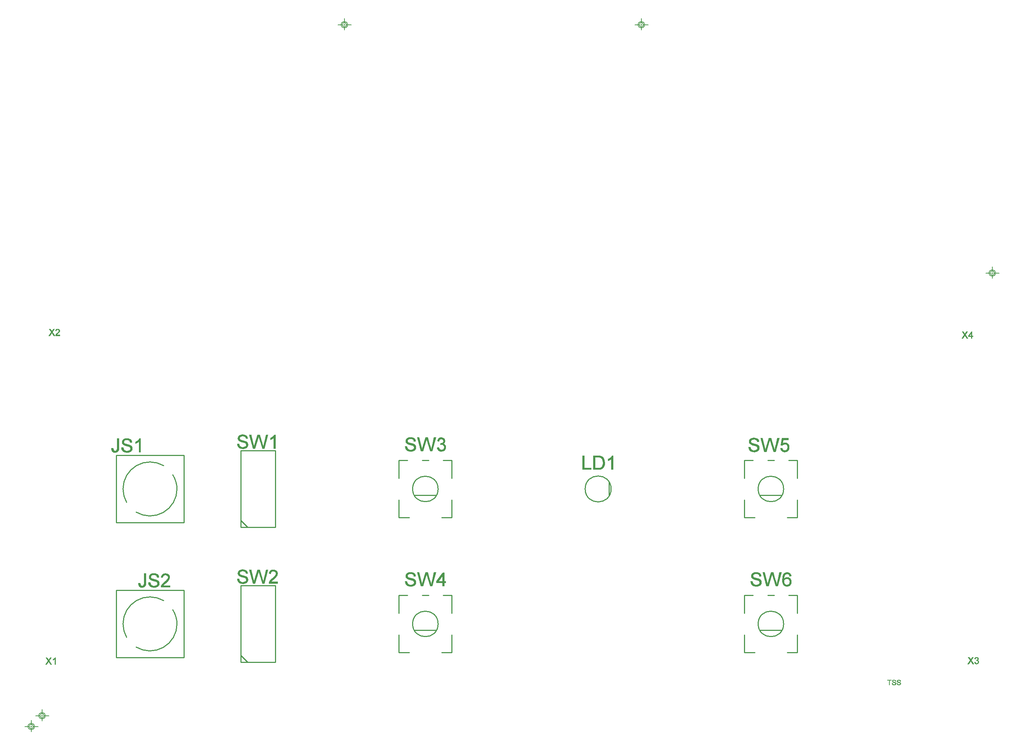
<source format=gbr>
*
*
G04 PADS VX.2.2 Build Number: 7607494 generated Gerber (RS-274-X) file*
G04 PC Version=2.1*
*
%IN "D3005H100_A.PCB"*%
*
%MOIN*%
*
%FSLAX35Y35*%
*
*
*
*
G04 PC Standard Apertures*
*
*
G04 Thermal Relief Aperture macro.*
%AMTER*
1,1,$1,0,0*
1,0,$1-$2,0,0*
21,0,$3,$4,0,0,45*
21,0,$3,$4,0,0,135*
%
*
*
G04 Annular Aperture macro.*
%AMANN*
1,1,$1,0,0*
1,0,$2,0,0*
%
*
*
G04 Odd Aperture macro.*
%AMODD*
1,1,$1,0,0*
1,0,$1-0.005,0,0*
%
*
*
G04 PC Custom Aperture Macros*
*
*
*
*
*
*
G04 PC Aperture Table*
*
%ADD010C,0.01*%
%ADD012C,0.005*%
%ADD059C,0.001*%
%ADD061C,0.007*%
*
*
*
*
G04 PC Circuitry*
G04 Layer Name D3005H100_A.PCB - circuitry*
%LPD*%
*
G54D59*
G01X967449Y149860D02*
X967363Y150465D01*
X967103Y150898*
X966759Y151242*
X966234Y151417*
X966200Y151464*
X966220Y151504*
X966920Y152029*
X967092Y152716*
X966919Y153579*
X966225Y154099*
X965789Y154273*
X965355Y154360*
X964661Y154273*
X964143Y153928*
X963795Y153406*
X963552Y152757*
X964253Y152679*
X964418Y153090*
X964420Y153094*
X964598Y153451*
X964620Y153473*
X964620D02*
X964978Y153652D01*
X964988Y153656*
X965345Y153745*
X965367*
X965813Y153656*
X965831Y153649*
X966099Y153470*
X966116Y153451*
X966295Y153094*
X966299Y153084*
X966388Y152726*
X966389Y152714*
X966388Y152704*
X966299Y152258*
X966285Y152233*
X966017Y151965*
X966017D02*
X966012Y151960D01*
X965655Y151692*
X965625Y151682*
X965044*
X964969Y151078*
X965438Y151156*
X965455*
X965990Y151067*
X966012Y151058*
X966369Y150790*
X966379Y150780*
X966647Y150423*
X966656Y150401*
X966746Y149865*
Y149857*
X966745Y149847*
X966656Y149401*
X966650Y149385*
X966382Y148939*
X966369Y148924*
X966012Y148656*
X965990Y148647*
X965455Y148558*
X965437*
X964990Y148647*
X964978Y148652*
X964620Y148830*
X964620D02*
X964603Y148845D01*
X964335Y149202*
X964328Y149216*
X964162Y149714*
X963455Y149635*
X963618Y148986*
X964052Y148377*
X964659Y148031*
X965355Y147943*
X966232Y148119*
X966839Y148466*
X967275Y149163*
X967449Y149860*
X962764Y148032D02*
X960494Y151437D01*
X960486Y151464*
X960486*
X960494Y151492*
X962407Y154361*
X961455*
X960399Y152776*
X960398Y152775*
X959951Y152150*
X959866Y152156*
X959777Y152335*
X959775Y152339*
X959599Y152779*
X958457Y154361*
X957504*
X959417Y151492*
X959425Y151464*
X959425*
X959417Y151437*
X957147Y148032*
X958099*
X959602Y150242*
X959608Y150250*
X959783Y150425*
X959958Y150688*
X960043Y150686*
X960310Y150241*
X961812Y148032*
X962764*
X961950Y451754D02*
X961196D01*
X961146Y451804*
Y455771*
X960596*
X957586Y451787*
Y451050*
X960393*
X960443Y451000*
Y449532*
X961146*
Y451000*
X961196Y451050*
X961950*
Y451754*
X960443Y454304D02*
Y451804D01*
X960393Y451754*
X958518*
X958468Y451804*
X958478Y451834*
X960353Y454334*
X960443Y454304*
X957264Y449532D02*
X954994Y452937D01*
X954986Y452964*
X954986*
X954994Y452992*
X956907Y455861*
X955955*
X954899Y454276*
X954898Y454275*
X954451Y453650*
X954366Y453656*
X954277Y453835*
X954275Y453839*
X954099Y454279*
X952957Y455861*
X952004*
X953917Y452992*
X953925Y452964*
X953925*
X953917Y452937*
X951647Y449532*
X952599*
X954102Y451742*
X954108Y451750*
X954283Y451925*
X954458Y452188*
X954543Y452186*
X954810Y451741*
X956312Y449532*
X957264*
X895239Y129840D02*
X895175Y130228D01*
X895047Y130548*
X894792Y130803*
X894400Y130998*
X894004Y131130*
X894004D02*
X893404Y131264D01*
X893397Y131266*
X893065Y131399*
X892800Y131465*
X892797Y131466*
X892596Y131533*
X892567Y131558*
X892504Y131685*
X892375Y131813*
X892362Y131836*
X892295Y132104*
X892294Y132116*
X892295Y132128*
X892362Y132396*
X892371Y132414*
X892572Y132682*
X892593Y132698*
X892928Y132832*
X892939Y132835*
X893408Y132902*
X893423*
X893825Y132835*
X893836Y132832*
X894170Y132698*
X894187Y132687*
X894455Y132419*
X894469Y132392*
X894529Y132032*
X895097*
X895041Y132370*
X894913Y132691*
X894658Y132946*
X894267Y133141*
X893873Y133272*
X893349Y133338*
X892891Y133273*
X892499Y133142*
X892174Y132947*
X891918Y132691*
X891789Y132370*
X891725Y132049*
X891789Y131731*
X891916Y131476*
X892107Y131285*
X892765Y130890*
X894097Y130557*
X894107Y130554*
X894375Y130420*
X894394Y130403*
X894528Y130202*
X894533Y130193*
X894667Y129858*
X894671Y129839*
Y129638*
X894665Y129616*
X894531Y129348*
X894522Y129335*
X894388Y129201*
X894375Y129192*
X894107Y129058*
X894096Y129054*
X893493Y128920*
X893482Y128919*
X893147*
X893129Y128922*
X892794Y129056*
X892783Y129063*
X892783D02*
X892515Y129264D01*
X892509Y129268*
X892308Y129469*
X892297Y129486*
X892163Y129821*
X892161Y129829*
X892102Y130124*
X891531*
X891589Y129719*
X891784Y129263*
X892043Y128939*
X892431Y128680*
X892955Y128549*
X893548Y128483*
X894006Y128549*
X894400Y128680*
X894789Y128875*
X895046Y129195*
X895175Y129519*
X895239Y129840*
X890753D02*
X890688Y130228D01*
X890560Y130548*
X890305Y130803*
X889914Y130998*
X889518Y131130*
X888918Y131264*
X888910Y131266*
X888578Y131399*
X888314Y131465*
X888310Y131466*
X888109Y131533*
X888080Y131558*
X888017Y131685*
X887889Y131813*
X887876Y131836*
X887809Y132104*
X887807Y132116*
X887809Y132128*
X887876Y132396*
X887884Y132414*
X888085Y132682*
X888106Y132698*
X888441Y132832*
X888453Y132835*
X888922Y132902*
X888922D02*
X888937D01*
X889339Y132835*
X889349Y132832*
X889684Y132698*
X889701Y132687*
X889968Y132419*
X889982Y132392*
X890042Y132032*
X890611*
X890554Y132370*
X890426Y132691*
X890171Y132946*
X889780Y133141*
X889386Y133272*
X888862Y133338*
X888404Y133273*
X888012Y133142*
X887687Y132947*
X887431Y132691*
X887303Y132370*
X887238Y132049*
X887302Y131731*
X887429Y131476*
X887620Y131285*
X888278Y130890*
X889610Y130557*
X889621Y130554*
X889888Y130420*
X889908Y130403*
X890042Y130202*
X890046Y130193*
X890180Y129858*
X890184Y129839*
Y129638*
X890179Y129616*
X890045Y129348*
X890035Y129335*
X889901Y129201*
X889888Y129192*
X889621Y129058*
X889609Y129054*
X889006Y128920*
X888996Y128919*
X888661*
X888642Y128922*
X888307Y129056*
X888296Y129063*
X888028Y129264*
X888023Y129268*
X887822Y129469*
X887811Y129486*
X887677Y129821*
X887674Y129829*
X887615Y130124*
X887044*
X887102Y129719*
X887298Y129263*
X887557Y128939*
X887945Y128680*
X888469Y128549*
X889062Y128483*
X889520Y128549*
X889914Y128680*
X890303Y128875*
X890559Y129195*
X890688Y129519*
X890753Y129840*
X886468Y133271D02*
X882684D01*
Y132836*
X884241*
X884291Y132786*
Y128550*
X884861*
Y132786*
X884911Y132836*
X886468*
Y133271*
X793878Y224284D02*
X793524Y225875D01*
X792819Y227109*
X791586Y227990*
X790177Y228342*
X788414Y227989*
X787714Y227464*
X787003Y226576*
X786914Y226607*
X786915Y226612*
X787093Y228398*
X787095Y228409*
X787453Y229480*
X787454Y229483*
X787811Y230376*
X787822Y230392*
X788536Y231107*
X788559Y231120*
X789988Y231477*
X790010Y231478*
X790903Y231299*
X790923Y231290*
X791637Y230754*
X791649Y230742*
X792006Y230206*
X792013Y230188*
X792183Y229340*
X793688Y229508*
X793347Y230870*
X792466Y231927*
X791411Y232630*
X790002Y232807*
X788235Y232453*
X786823Y231394*
X786117Y230336*
X785763Y229097*
X785585Y227673*
X785407Y226069*
Y224471*
X785762Y223229*
X786117Y222164*
X786647Y221281*
X787351Y220577*
X788056Y220224*
X788938Y219871*
X789817*
X790881Y220049*
X791940Y220402*
X792819Y221105*
X793347Y221985*
X793701Y223047*
X793878Y224284*
X792371Y224107D02*
X792371D01*
Y224100*
X792192Y222850*
X792186Y222831*
X791650Y221939*
X791633Y221921*
X790740Y221386*
X790724Y221380*
X789831Y221201*
X789821Y221200*
X788929*
X788901Y221208*
X788365Y221566*
X788363Y221567*
X787649Y222103*
X787637Y222115*
X787280Y222651*
X787273Y222666*
X787094Y223381*
Y223383*
X786915Y224276*
X786914Y224286*
X786915Y224294*
X787094Y225365*
X787100Y225383*
X787636Y226276*
X787653Y226293*
X788546Y226829*
X788563Y226835*
X789635Y227014*
X789651*
X790723Y226835*
X790740Y226829*
X791633Y226293*
X791650Y226276*
X792186Y225383*
X792192Y225364*
X792371Y224114*
Y224107*
X784578Y232807D02*
X782897D01*
X780942Y224453*
X780585Y222848*
X780406Y221777*
X780309Y221771*
X778881Y226414*
X776927Y232807*
X775037*
X772371Y224100*
Y223750*
X772366Y223728*
X772190Y223375*
X772013Y222668*
X771835Y221776*
X771737Y221773*
X771023Y224451*
Y224453*
X769067Y232807*
X767386*
X770753Y220050*
X772641*
X775487Y229656*
X775666Y230369*
X775668Y230376*
X776025Y231269*
X776121Y231250*
Y230901*
X776476Y229837*
Y229836*
X779501Y220050*
X781211*
X784578Y232807*
X791878Y348964D02*
X791702Y350553D01*
X790821Y351786*
X789586Y352668*
X788176Y353021*
X786947Y352845*
X785885Y352137*
X785807Y352179*
X785808Y352186*
X786343Y355579*
X786393Y355621*
X791164*
Y357129*
X785184*
X783952Y350615*
X785482Y350445*
X786358Y351321*
X786379Y351334*
X787629Y351691*
X787650Y351692*
X788900Y351514*
X788923Y351504*
X789637Y350969*
X789650Y350954*
X790186Y350061*
X790192Y350043*
X790371Y348793*
Y348786*
X790371*
Y348779*
X790192Y347529*
X790186Y347510*
X789650Y346617*
X789642Y346608*
X789642D02*
X788928Y345893D01*
X788900Y345879*
X787650Y345701*
X787650D02*
X787633D01*
X786740Y345880*
X786728Y345884*
X786013Y346241*
X785991Y346263*
X785634Y346978*
X785631Y346984*
X785287Y348017*
X783777Y347849*
X784118Y346486*
X784999Y345252*
X786230Y344548*
X787642Y344372*
X788705Y344549*
X789586Y344725*
X790289Y345252*
X790996Y345959*
X791701Y347194*
X791878Y348964*
X782578Y357307D02*
X780897D01*
X778942Y348953*
X778585Y347348*
X778406Y346277*
X778309Y346271*
X776881Y350914*
X774927Y357307*
X773037*
X770371Y348600*
Y348250*
X770366Y348228*
X770190Y347875*
X770013Y347168*
X769835Y346276*
X769737Y346273*
X769023Y348951*
Y348953*
X767067Y357307*
X765386*
X768753Y344550*
X770641*
X773487Y354156*
X773666Y354869*
X773668Y354876*
X774025Y355769*
X774121Y355750*
Y355401*
X774476Y354337*
Y354336*
X777501Y344550*
X779211*
X782578Y357307*
X766199Y223572D02*
X766023Y224629D01*
X765672Y225508*
X764970Y226209*
X763909Y226739*
X762844Y227095*
X761239Y227451*
X761231Y227454*
X760342Y227809*
X759631Y227987*
X759627Y227988*
X759091Y228167*
X759062Y228192*
X758887Y228542*
X758536Y228893*
X758523Y228916*
X758344Y229631*
X758343Y229643*
X758344Y229655*
X758523Y230369*
X758531Y230387*
X759067Y231101*
X759089Y231118*
X759981Y231475*
X759993Y231478*
X761243Y231657*
X761258Y231656*
X762330Y231478*
X762340Y231475*
X763233Y231118*
X763250Y231107*
X763964Y230392*
X763978Y230365*
X764150Y229336*
X764150D02*
X765834D01*
X765666Y230344*
X765315Y231222*
X764613Y231923*
X763552Y232454*
X762489Y232808*
X761072Y232985*
X759833Y232808*
X758771Y232454*
X757888Y231925*
X757185Y231222*
X756834Y230343*
X756658Y229464*
X756833Y228588*
X757184Y227887*
X757710Y227361*
X759484Y226297*
X763048Y225406*
X763058Y225402*
X763772Y225045*
X763792Y225028*
X764149Y224492*
X764154Y224483*
X764511Y223590*
X764514Y223571*
Y223036*
X764509Y223013*
X764152Y222299*
X764142Y222286*
X764142D02*
X763785Y221929D01*
X763772Y221920*
X763058Y221562*
X763047Y221558*
X761439Y221201*
X761429Y221200*
X760536*
X760517Y221204*
X759624Y221561*
X759613Y221567*
X758899Y222103*
X758893Y222108*
X758358Y222643*
X758346Y222660*
X757989Y223553*
X757987Y223562*
X757816Y224414*
X756129*
X756299Y223228*
X756829Y221990*
X757534Y221109*
X758592Y220404*
X760009Y220049*
X761606Y219872*
X762846Y220049*
X763909Y220403*
X764968Y220933*
X765671Y221811*
X766023Y222693*
X766199Y223572*
X764199Y348072D02*
X764023Y349129D01*
X763672Y350008*
X762970Y350709*
X761909Y351239*
X760844Y351595*
X759239Y351951*
X759231Y351954*
X758342Y352309*
X757631Y352487*
X757627Y352488*
X757091Y352667*
X757062Y352692*
X756887Y353042*
X756536Y353393*
X756523Y353416*
X756344Y354131*
X756343Y354143*
X756344Y354155*
X756523Y354869*
X756531Y354887*
X757067Y355601*
X757089Y355618*
X757981Y355975*
X757993Y355978*
X759243Y356157*
X759258Y356156*
X760330Y355978*
X760340Y355975*
X761233Y355618*
X761250Y355607*
X761964Y354892*
X761978Y354865*
X762150Y353836*
X762150D02*
X763834D01*
X763666Y354844*
X763315Y355722*
X762613Y356423*
X761552Y356954*
X760489Y357308*
X759072Y357485*
X757833Y357308*
X756771Y356954*
X755888Y356425*
X755185Y355722*
X754834Y354843*
X754658Y353964*
X754833Y353088*
X755184Y352387*
X755710Y351861*
X757484Y350797*
X761048Y349906*
X761058Y349902*
X761772Y349545*
X761792Y349528*
X762149Y348992*
X762154Y348983*
X762511Y348090*
X762514Y348071*
Y347536*
X762509Y347513*
X762152Y346799*
X762142Y346786*
X762142D02*
X761785Y346429D01*
X761772Y346420*
X761058Y346062*
X761047Y346058*
X759439Y345701*
X759429Y345700*
X758536*
X758517Y345704*
X757624Y346061*
X757613Y346067*
X756899Y346603*
X756893Y346608*
X756358Y347143*
X756346Y347160*
X755989Y348053*
X755987Y348062*
X755816Y348914*
X754129*
X754299Y347728*
X754829Y346490*
X755534Y345609*
X756592Y344904*
X758009Y344549*
X759606Y344372*
X760846Y344549*
X761909Y344903*
X762968Y345433*
X763671Y346311*
X764023Y347193*
X764199Y348072*
X628664Y340807D02*
X627671D01*
X627150Y339939*
X627142Y339929*
X626250Y339036*
X626242Y339030*
X625171Y338316*
X625168Y338314*
X623943Y337614*
Y336117*
X625652Y336971*
X627077Y338040*
X627157Y338000*
Y328050*
X628664*
Y340807*
X620986Y334426D02*
X620808Y336027D01*
X620452Y337448*
X619921Y338688*
X619038Y339747*
X618158Y340276*
X617094Y340630*
X616209Y340807*
X610550*
Y328050*
X615141*
X617094Y328228*
X618685Y328935*
X618685D02*
X619746Y329995D01*
X620276Y330878*
X620631Y331943*
X620986Y333186*
Y334426*
X619300Y334429D02*
Y333179D01*
X619298Y333165*
X618941Y331915*
X618939Y331910*
X618582Y331017*
X618576Y331006*
X618040Y330291*
X618028Y330280*
X616956Y329566*
X616938Y329558*
X616046Y329380*
X616036Y329379*
X612286*
X612236Y329429*
Y339429*
X612286Y339479*
X616214*
X616233Y339475*
X617126Y339118*
X617137Y339111*
X617851Y338576*
X617860Y338567*
X618575Y337674*
X618582Y337663*
X619117Y336413*
X619121Y336397*
X619300Y334433*
Y334429*
X608486Y329379D02*
X602286D01*
X602236Y329429*
Y340807*
X600550*
Y328050*
X608486*
Y329379*
X473879Y224593D02*
X472321D01*
X472271Y224643*
Y232629*
X471096*
X465050Y224626*
Y223086*
X470714*
X470764Y223036*
Y220050*
X472271*
Y223036*
X472321Y223086*
X473879*
Y224593*
X470764Y229643D02*
Y224643D01*
X470714Y224593*
X466964*
X466914Y224643*
X466924Y224673*
X470674Y229673*
X470764Y229643*
X473878Y348753D02*
X473702Y349983D01*
X473175Y350862*
X472473Y351563*
X471413Y351917*
X471379Y351964*
X471399Y352004*
X472813Y353065*
X473163Y354466*
X472812Y356221*
X471404Y357277*
X470521Y357630*
X469641Y357807*
X468232Y357630*
X467179Y356928*
X466473Y355870*
X465962Y354507*
X467468Y354340*
X467811Y355197*
X467812Y355201*
X468170Y355915*
X468192Y355938*
X468906Y356295*
X468916Y356299*
X469631Y356477*
X469653Y356478*
X470546Y356299*
X470563Y356292*
X471099Y355934*
X471116Y355915*
X471473Y355201*
X471477Y355191*
X471656Y354476*
X471657Y354464*
X471656Y354454*
X471478Y353562*
X471464Y353536*
X470928Y353000*
X470923Y352996*
X470209Y352460*
X470179Y352450*
X468973*
X468808Y351132*
X469813Y351299*
X469830*
X470901Y351121*
X470923Y351111*
X471637Y350576*
X471647Y350566*
X472183Y349851*
X472192Y349830*
X472371Y348758*
Y348750*
X472370Y348740*
X472192Y347847*
X472186Y347831*
X471650Y346939*
X471637Y346924*
X470923Y346389*
X470901Y346379*
X469830Y346201*
X469812*
X468919Y346380*
X468906Y346384*
X468192Y346741*
X468174Y346756*
X467639Y347470*
X467631Y347484*
X467287Y348517*
X465777Y348349*
X466118Y346986*
X466999Y345752*
X468230Y345048*
X469641Y344872*
X471411Y345226*
X472643Y345930*
X473525Y347341*
X473878Y348753*
X464578Y232807D02*
X462897D01*
X460942Y224453*
X460585Y222848*
X460406Y221777*
X460309Y221771*
X458881Y226414*
X456927Y232807*
X455037*
X452371Y224100*
Y223750*
X452366Y223728*
X452190Y223375*
X452013Y222668*
X451835Y221776*
X451737Y221773*
X451023Y224451*
Y224453*
X449067Y232807*
X447386*
X450753Y220050*
X452641*
X455487Y229656*
X455666Y230369*
X455668Y230376*
X456025Y231269*
X456121Y231250*
Y230901*
X456476Y229837*
Y229836*
X459501Y220050*
X461211*
X464578Y232807*
Y357807D02*
X462897D01*
X460942Y349453*
X460585Y347848*
X460406Y346777*
X460309Y346771*
X458881Y351414*
X456927Y357807*
X455037*
X452371Y349100*
Y348750*
X452366Y348728*
X452190Y348375*
X452013Y347668*
X451835Y346776*
X451737Y346773*
X451023Y349451*
Y349453*
X449067Y357807*
X447386*
X450753Y345050*
X452641*
X455487Y354656*
X455666Y355369*
X455668Y355376*
X456025Y356269*
X456121Y356250*
Y355901*
X456476Y354837*
Y354836*
X459501Y345050*
X461211*
X464578Y357807*
X446199Y223572D02*
X446023Y224629D01*
X445672Y225508*
X444970Y226209*
X443909Y226739*
X442844Y227095*
X441239Y227451*
X441231Y227454*
X440342Y227809*
X439631Y227987*
X439627Y227988*
X439091Y228167*
X439062Y228192*
X438887Y228542*
X438536Y228893*
X438523Y228916*
X438344Y229631*
X438343Y229643*
X438344Y229655*
X438523Y230369*
X438531Y230387*
X439067Y231101*
X439089Y231118*
X439981Y231475*
X439993Y231478*
X441243Y231657*
X441258Y231656*
X442330Y231478*
X442340Y231475*
X443233Y231118*
X443250Y231107*
X443964Y230392*
X443978Y230365*
X444150Y229336*
X444150D02*
X445834D01*
X445666Y230344*
X445315Y231222*
X444613Y231923*
X443552Y232454*
X442489Y232808*
X441072Y232985*
X439833Y232808*
X438771Y232454*
X437888Y231925*
X437185Y231222*
X436834Y230343*
X436658Y229464*
X436833Y228588*
X437184Y227887*
X437710Y227361*
X439484Y226297*
X443048Y225406*
X443058Y225402*
X443772Y225045*
X443792Y225028*
X444149Y224492*
X444154Y224483*
X444511Y223590*
X444514Y223571*
Y223036*
X444509Y223013*
X444152Y222299*
X444142Y222286*
X444142D02*
X443785Y221929D01*
X443772Y221920*
X443058Y221562*
X443047Y221558*
X441439Y221201*
X441429Y221200*
X440536*
X440517Y221204*
X439624Y221561*
X439613Y221567*
X438899Y222103*
X438893Y222108*
X438358Y222643*
X438346Y222660*
X437989Y223553*
X437987Y223562*
X437816Y224414*
X436129*
X436299Y223228*
X436829Y221990*
X437534Y221109*
X438592Y220404*
X440009Y220049*
X441606Y219872*
X442846Y220049*
X443909Y220403*
X444968Y220933*
X445671Y221811*
X446023Y222693*
X446199Y223572*
Y348572D02*
X446023Y349629D01*
X445672Y350508*
X444970Y351209*
X443909Y351739*
X442844Y352095*
X441239Y352451*
X441231Y352454*
X440342Y352809*
X439631Y352987*
X439627Y352988*
X439091Y353167*
X439062Y353192*
X438887Y353542*
X438536Y353893*
X438523Y353916*
X438344Y354631*
X438343Y354643*
X438344Y354655*
X438523Y355369*
X438531Y355387*
X439067Y356101*
X439089Y356118*
X439981Y356475*
X439993Y356478*
X441243Y356657*
X441258Y356656*
X442330Y356478*
X442340Y356475*
X443233Y356118*
X443250Y356107*
X443964Y355392*
X443978Y355365*
X444150Y354336*
X444150D02*
X445834D01*
X445666Y355344*
X445315Y356222*
X444613Y356923*
X443552Y357454*
X442489Y357808*
X441072Y357985*
X439833Y357808*
X438771Y357454*
X437888Y356925*
X437185Y356222*
X436834Y355343*
X436658Y354464*
X436833Y353588*
X437184Y352887*
X437710Y352361*
X439484Y351297*
X443048Y350406*
X443058Y350402*
X443772Y350045*
X443792Y350028*
X444149Y349492*
X444154Y349483*
X444511Y348590*
X444514Y348571*
Y348036*
X444509Y348013*
X444152Y347299*
X444142Y347286*
X444142D02*
X443785Y346929D01*
X443772Y346920*
X443058Y346562*
X443047Y346558*
X441439Y346201*
X441429Y346200*
X440536*
X440517Y346204*
X439624Y346561*
X439613Y346567*
X438899Y347103*
X438893Y347108*
X438358Y347643*
X438346Y347660*
X437989Y348553*
X437987Y348562*
X437816Y349414*
X436129*
X436299Y348228*
X436829Y346990*
X437534Y346109*
X438592Y345404*
X440009Y345049*
X441606Y344872*
X442846Y345049*
X443909Y345403*
X444968Y345933*
X445671Y346811*
X446023Y347693*
X446199Y348572*
X318200Y224057D02*
X312000D01*
X311950Y224107*
X311961Y224138*
X312675Y225031*
X312684Y225040*
X313398Y225575*
X314468Y226467*
X315893Y227714*
X316782Y228781*
X317313Y229489*
X317667Y230373*
X318021Y231789*
X317845Y233194*
X316967Y234247*
X315732Y234953*
X314140Y235307*
X312552Y235130*
X311320Y234426*
X310439Y233193*
X310098Y231829*
X311603Y231662*
X311772Y232510*
X311781Y232530*
X312317Y233244*
X312327Y233254*
X313041Y233790*
X313063Y233799*
X314135Y233978*
X314153*
X315046Y233799*
X315066Y233790*
X315780Y233254*
X315785Y233250*
X316321Y232714*
X316335Y232688*
X316513Y231796*
X316514Y231786*
X316513Y231776*
X316335Y230883*
X316329Y230867*
X315793Y229974*
X315788Y229967*
X314717Y228717*
X314712Y228713*
X313105Y227284*
X313104Y227283*
X311858Y226215*
X310437Y224439*
X310084Y223558*
X309916Y222550*
X318200*
Y224057*
X316057Y360307D02*
X315064D01*
X314543Y359439*
X314535Y359429*
X313642Y358536*
X313642D02*
X313635Y358530D01*
X312563Y357816*
X312561Y357814*
X311336Y357114*
Y355617*
X313045Y356471*
X314470Y357540*
X314550Y357500*
Y347550*
X316057*
Y360307*
X309078Y235307D02*
X307397D01*
X305442Y226953*
X305085Y225348*
X304906Y224277*
X304809Y224271*
X303381Y228914*
X301427Y235307*
X299537*
X296871Y226600*
Y226250*
X296866Y226228*
X296690Y225875*
X296513Y225168*
X296335Y224276*
X296237Y224273*
X295523Y226951*
Y226953*
X293567Y235307*
X291886*
X295253Y222550*
X297141*
X299987Y232156*
X300166Y232869*
X300168Y232876*
X300525Y233769*
X300621Y233750*
Y233401*
X300976Y232337*
Y232336*
X304001Y222550*
X305711*
X309078Y235307*
Y360307D02*
X307397D01*
X305442Y351953*
X305085Y350348*
X304906Y349277*
X304809Y349271*
X303381Y353914*
X301427Y360307*
X299537*
X296871Y351600*
Y351250*
X296866Y351228*
X296690Y350875*
X296513Y350168*
X296335Y349276*
X296237Y349273*
X295523Y351951*
Y351953*
X293567Y360307*
X291886*
X295253Y347550*
X297141*
X299987Y357156*
X300166Y357869*
X300168Y357876*
X300525Y358769*
X300621Y358750*
Y358401*
X300976Y357337*
Y357336*
X304001Y347550*
X305711*
X309078Y360307*
X290699Y226072D02*
X290523Y227129D01*
X290172Y228008*
X289470Y228709*
X288409Y229239*
X287344Y229595*
X285739Y229951*
X285731Y229954*
X284842Y230309*
X284131Y230487*
X284127Y230488*
X283591Y230667*
X283562Y230692*
X283387Y231042*
X283036Y231393*
X283023Y231416*
X282844Y232131*
X282843Y232143*
X282844Y232155*
X283023Y232869*
X283031Y232887*
X283567Y233601*
X283589Y233618*
X284481Y233975*
X284493Y233978*
X285743Y234157*
X285758Y234156*
X286830Y233978*
X286840Y233975*
X287733Y233618*
X287750Y233607*
X288464Y232892*
X288478Y232865*
X288650Y231836*
X288650D02*
X290334D01*
X290166Y232844*
X289815Y233722*
X289113Y234423*
X288052Y234954*
X286989Y235308*
X285572Y235485*
X284333Y235308*
X283271Y234954*
X282388Y234425*
X281685Y233722*
X281334Y232843*
X281158Y231964*
X281333Y231088*
X281684Y230387*
X282210Y229861*
X283984Y228797*
X287548Y227906*
X287558Y227902*
X288272Y227545*
X288292Y227528*
X288649Y226992*
X288654Y226983*
X289011Y226090*
X289014Y226071*
Y225536*
X289009Y225513*
X288652Y224799*
X288642Y224786*
X288642D02*
X288285Y224429D01*
X288272Y224420*
X287558Y224062*
X287547Y224058*
X285939Y223701*
X285929Y223700*
X285036*
X285017Y223704*
X284124Y224061*
X284113Y224067*
X283399Y224603*
X283393Y224608*
X282858Y225143*
X282846Y225160*
X282489Y226053*
X282487Y226062*
X282316Y226914*
X280629*
X280799Y225728*
X281329Y224490*
X282034Y223609*
X283092Y222904*
X284509Y222549*
X286106Y222372*
X287346Y222549*
X288409Y222903*
X289468Y223433*
X290171Y224311*
X290523Y225193*
X290699Y226072*
Y351072D02*
X290523Y352129D01*
X290172Y353008*
X289470Y353709*
X288409Y354239*
X287344Y354595*
X285739Y354951*
X285731Y354954*
X284842Y355309*
X284131Y355487*
X284127Y355488*
X283591Y355667*
X283562Y355692*
X283387Y356042*
X283036Y356393*
X283023Y356416*
X282844Y357131*
X282843Y357143*
X282844Y357155*
X283023Y357869*
X283031Y357887*
X283567Y358601*
X283589Y358618*
X284481Y358975*
X284493Y358978*
X285743Y359157*
X285758Y359156*
X286830Y358978*
X286840Y358975*
X287733Y358618*
X287750Y358607*
X288464Y357892*
X288478Y357865*
X288650Y356836*
X288650D02*
X290334D01*
X290166Y357844*
X289815Y358722*
X289113Y359423*
X288052Y359954*
X286989Y360308*
X285572Y360485*
X284333Y360308*
X283271Y359954*
X282388Y359425*
X281685Y358722*
X281334Y357843*
X281158Y356964*
X281333Y356088*
X281684Y355387*
X282210Y354861*
X283984Y353797*
X287548Y352906*
X287558Y352902*
X288272Y352545*
X288292Y352528*
X288649Y351992*
X288654Y351983*
X289011Y351090*
X289014Y351071*
Y350536*
X289009Y350513*
X288652Y349799*
X288642Y349786*
X288642D02*
X288285Y349429D01*
X288272Y349420*
X287558Y349062*
X287547Y349058*
X285939Y348701*
X285929Y348700*
X285036*
X285017Y348704*
X284124Y349061*
X284113Y349067*
X283399Y349603*
X283393Y349608*
X282858Y350143*
X282846Y350160*
X282489Y351053*
X282487Y351062*
X282316Y351914*
X280629*
X280799Y350728*
X281329Y349490*
X282034Y348609*
X283092Y347904*
X284509Y347549*
X286106Y347372*
X287346Y347549*
X288409Y347903*
X289468Y348433*
X290171Y349311*
X290523Y350193*
X290699Y351072*
X218271Y220557D02*
X212071D01*
X212021Y220607*
X212032Y220638*
X212747Y221531*
X212756Y221540*
X213469Y222075*
X214539Y222967*
X215964Y224214*
X216854Y225281*
X217385Y225989*
X217738Y226873*
X218092Y228289*
X217916Y229694*
X217039Y230747*
X215803Y231453*
X214212Y231807*
X212623Y231630*
X211391Y230926*
X210510Y229693*
X210170Y228329*
X211674Y228162*
X211844Y229010*
X211853Y229030*
X212389Y229744*
X212399Y229754*
X213113Y230290*
X213135Y230299*
X214206Y230478*
X214224*
X215117Y230299*
X215137Y230290*
X215851Y229754*
X215857Y229750*
X216392Y229214*
X216406Y229188*
X216585Y228296*
X216586Y228286*
X216585Y228276*
X216406Y227383*
X216400Y227367*
X215864Y226474*
X215859Y226467*
X214788Y225217*
X214783Y225213*
X213176Y223784*
X213175Y223783*
X211929Y222715*
X210508Y220939*
X210156Y220058*
X209988Y219050*
X218271*
Y220557*
X208449Y222572D02*
X208273Y223629D01*
X207922Y224508*
X207220Y225209*
X206159Y225739*
X205094Y226095*
X203489Y226451*
X203481Y226454*
X202592Y226809*
X201881Y226987*
X201877Y226988*
X201341Y227167*
X201312Y227192*
X201137Y227542*
X200786Y227893*
X200773Y227916*
X200594Y228631*
X200593Y228643*
X200594Y228655*
X200773Y229369*
X200781Y229387*
X201317Y230101*
X201339Y230118*
X202231Y230475*
X202243Y230478*
X203493Y230657*
X203508Y230656*
X204580Y230478*
X204590Y230475*
X205483Y230118*
X205500Y230107*
X206214Y229392*
X206228Y229365*
X206399Y228336*
X206399D02*
X208084D01*
X207916Y229344*
X207565Y230222*
X206863Y230923*
X205802Y231454*
X204739Y231808*
X203322Y231985*
X202083Y231808*
X201021Y231454*
X200138Y230925*
X199435Y230222*
X199084Y229343*
X198908Y228464*
X199083Y227588*
X199434Y226887*
X199960Y226361*
X201734Y225297*
X205298Y224406*
X205308Y224402*
X206022Y224045*
X206042Y224028*
X206399Y223492*
X206404Y223483*
X206761Y222590*
X206764Y222571*
Y222036*
X206759Y222013*
X206402Y221299*
X206392Y221286*
X206035Y220929*
X206022Y220920*
X205308Y220562*
X205297Y220558*
X203689Y220201*
X203679Y220200*
X202786*
X202767Y220204*
X201874Y220561*
X201863Y220567*
X201149Y221103*
X201143Y221108*
X200608Y221643*
X200596Y221660*
X200239Y222553*
X200237Y222562*
X200066Y223414*
X198379*
X198549Y222228*
X199079Y220990*
X199784Y220109*
X200842Y219404*
X202259Y219049*
X203856Y218872*
X205096Y219049*
X206159Y219403*
X207218Y219933*
X207921Y220811*
X208273Y221693*
X208449Y222572*
X195950Y231807D02*
X194264D01*
Y222036*
X194263Y222024*
X194084Y221309*
X194076Y221291*
X193540Y220577*
X193516Y220560*
X192444Y220203*
X192413*
X191877Y220381*
X191865Y220387*
X191329Y220744*
X191311Y220767*
X190954Y221660*
X190951Y221672*
X190951D02*
X190779Y222874D01*
X189090Y222705*
X189263Y220980*
X189966Y219749*
X191018Y219048*
X192428Y218872*
X193486Y219048*
X194368Y219401*
X195071Y219929*
X195598Y220631*
X195950Y221687*
Y231807*
X191129Y356807D02*
X190135D01*
X189614Y355939*
X189607Y355929*
X188714Y355036*
X188706Y355030*
X187635Y354316*
X187632Y354314*
X186407Y353614*
Y352117*
X188116Y352971*
X189541Y354040*
X189621Y354000*
Y344050*
X191129*
Y356807*
X183449Y347572D02*
X183273Y348629D01*
X182922Y349508*
X182220Y350209*
X181159Y350739*
X180094Y351095*
X178489Y351451*
X178481Y351454*
X177592Y351809*
X176881Y351987*
X176877Y351988*
X176341Y352167*
X176312Y352192*
X176137Y352542*
X175786Y352893*
X175773Y352916*
X175594Y353631*
X175593Y353643*
X175594Y353655*
X175773Y354369*
X175781Y354387*
X176317Y355101*
X176339Y355118*
X177231Y355475*
X177243Y355478*
X178493Y355657*
X178508Y355656*
X179580Y355478*
X179590Y355475*
X180483Y355118*
X180500Y355107*
X181214Y354392*
X181228Y354365*
X181399Y353336*
X181399D02*
X183084D01*
X182916Y354344*
X182565Y355222*
X181863Y355923*
X180802Y356454*
X179739Y356808*
X178322Y356985*
X177083Y356808*
X176021Y356454*
X175138Y355925*
X174435Y355222*
X174084Y354343*
X173908Y353464*
X174083Y352588*
X174434Y351887*
X174960Y351361*
X176734Y350297*
X180298Y349406*
X180308Y349402*
X181022Y349045*
X181042Y349028*
X181399Y348492*
X181404Y348483*
X181761Y347590*
X181764Y347571*
Y347036*
X181759Y347013*
X181402Y346299*
X181392Y346286*
X181035Y345929*
X181022Y345920*
X180308Y345562*
X180297Y345558*
X178689Y345201*
X178679Y345200*
X177786*
X177767Y345204*
X176874Y345561*
X176863Y345567*
X176149Y346103*
X176143Y346108*
X175608Y346643*
X175596Y346660*
X175239Y347553*
X175237Y347562*
X175066Y348414*
X173379*
X173549Y347228*
X174079Y345990*
X174784Y345109*
X175842Y344404*
X177259Y344049*
X178856Y343872*
X180096Y344049*
X181159Y344403*
X182218Y344933*
X182921Y345811*
X183273Y346693*
X183449Y347572*
X170950Y356807D02*
X169264D01*
Y347036*
X169263Y347024*
X169084Y346309*
X169076Y346291*
X168540Y345577*
X168516Y345560*
X167444Y345203*
X167413*
X166877Y345381*
X166865Y345387*
X166329Y345744*
X166311Y345767*
X165954Y346660*
X165951Y346672*
X165951D02*
X165779Y347874D01*
X164090Y347705*
X164263Y345980*
X164966Y344749*
X166018Y344048*
X167428Y343872*
X168486Y344048*
X169368Y344401*
X170071Y344929*
X170598Y345631*
X170950Y346687*
Y356807*
X112289Y153861D02*
X111832D01*
X111579Y153439*
X111571Y153429*
X111125Y152983*
X111117Y152976*
X110581Y152619*
X110578Y152617*
X109979Y152275*
Y151581*
X110795Y151989*
X111506Y152522*
X111586Y152482*
Y147532*
X112289*
Y153861*
X116361Y452736D02*
X113286D01*
X113236Y452786*
X113247Y452817*
X113604Y453263*
X113613Y453272*
X113969Y453539*
X114503Y453984*
X115214Y454606*
X115657Y455138*
X115920Y455489*
X116095Y455926*
X116271Y456628*
X116184Y457319*
X115753Y457836*
X115142Y458185*
X114354Y458360*
X113569Y458273*
X112963Y457926*
X112528Y457318*
X112366Y456668*
X113067Y456590*
X113147Y456992*
X113156Y457012*
X113424Y457369*
X113434Y457379*
X113791Y457647*
X113813Y457656*
X114349Y457746*
X114367Y457745*
X114813Y457656*
X114834Y457647*
X115191Y457379*
X115196Y457375*
X115464Y457107*
X115478Y457081*
X115567Y456635*
X115568Y456625*
X115567Y456615*
X115478Y456169*
X115471Y456153*
X115204Y455706*
X115199Y455700*
X114663Y455075*
X114658Y455070*
X113855Y454355*
X113854*
X113233Y453822*
X112526Y452939*
X112352Y452504*
X112273Y452032*
X116361*
Y452736*
X108764Y147532D02*
X106494Y150937D01*
X106486Y150964*
X106486*
X106494Y150992*
X108407Y153861*
X107455*
X106399Y152276*
X106398Y152275*
X105951Y151650*
X105866Y151656*
X105777Y151835*
X105775Y151839*
X105599Y152279*
X104457Y153861*
X103504*
X105417Y150992*
X105425Y150964*
X105425*
X105417Y150937*
X103147Y147532*
X104099*
X105602Y149742*
X105608Y149750*
X105783Y149925*
X105958Y150188*
X106043Y150186*
X106310Y149741*
X107812Y147532*
X108764*
X111764Y452032D02*
X109494Y455437D01*
X109486Y455464*
X109486*
X109494Y455492*
X111407Y458361*
X110455*
X109399Y456776*
X109398Y456775*
X108951Y456150*
X108866Y456156*
X108777Y456335*
X108775Y456339*
X108599Y456779*
X107457Y458361*
X106504*
X108417Y455492*
X108425Y455464*
X108425*
X108417Y455437*
X106147Y452032*
X107099*
X108602Y454242*
X108608Y454250*
X108783Y454425*
X108958Y454688*
X109043Y454686*
X109310Y454241*
X110812Y452032*
X111764*
X103200Y147532D02*
Y147612D01*
X103300Y147532D02*
Y147762D01*
X103400Y147532D02*
Y147912D01*
X103500Y147532D02*
Y148062D01*
X103600Y147532D02*
Y148212D01*
Y153717D02*
Y153861D01*
X103700Y147532D02*
Y148362D01*
Y153567D02*
Y153861D01*
X103800Y147532D02*
Y148512D01*
Y153417D02*
Y153861D01*
X103900Y147532D02*
Y148662D01*
Y153267D02*
Y153861D01*
X104000Y147532D02*
Y148812D01*
Y153117D02*
Y153861D01*
X104100Y147534D02*
Y148962D01*
Y152967D02*
Y153861D01*
X104200Y147681D02*
Y149112D01*
Y152817D02*
Y153861D01*
X104300Y147828D02*
Y149262D01*
Y152667D02*
Y153861D01*
X104400Y147975D02*
Y149412D01*
Y152517D02*
Y153861D01*
X104500Y148123D02*
Y149562D01*
Y152367D02*
Y153801D01*
X104600Y148270D02*
Y149712D01*
Y152217D02*
Y153662D01*
X104700Y148417D02*
Y149862D01*
Y152067D02*
Y153524D01*
X104800Y148564D02*
Y150012D01*
Y151917D02*
Y153385D01*
X104900Y148711D02*
Y150162D01*
Y151767D02*
Y153247D01*
X105000Y148858D02*
Y150312D01*
Y151617D02*
Y153108D01*
X105100Y149005D02*
Y150462D01*
Y151467D02*
Y152970D01*
X105200Y149152D02*
Y150612D01*
Y151317D02*
Y152831D01*
X105300Y149299D02*
Y150762D01*
Y151167D02*
Y152693D01*
X105400Y149446D02*
Y150912D01*
Y151017D02*
Y152554D01*
X105500Y149593D02*
Y152416D01*
X105600Y149740D02*
Y152276D01*
X105700Y149842D02*
Y152026D01*
X105800Y149951D02*
Y151788D01*
X105900Y150101D02*
Y151630D01*
X106000Y150211D02*
Y151718D01*
X106100Y150091D02*
Y151858D01*
X106200Y149925D02*
Y151998D01*
Y452032D02*
Y452112D01*
X106300Y149758D02*
Y152138D01*
Y452032D02*
Y452262D01*
X106400Y149609D02*
Y152278D01*
Y452032D02*
Y452412D01*
X106500Y149462D02*
Y150928D01*
Y151001D02*
Y152428D01*
Y452032D02*
Y452562D01*
X106600Y149315D02*
Y150778D01*
Y151151D02*
Y152578D01*
Y452032D02*
Y452712D01*
Y458217D02*
Y458361D01*
X106700Y149168D02*
Y150628D01*
Y151301D02*
Y152728D01*
Y452032D02*
Y452862D01*
Y458067D02*
Y458361D01*
X106800Y149021D02*
Y150478D01*
Y151451D02*
Y152878D01*
Y452032D02*
Y453012D01*
Y457917D02*
Y458361D01*
X106900Y148874D02*
Y150328D01*
Y151601D02*
Y153028D01*
Y452032D02*
Y453162D01*
Y457767D02*
Y458361D01*
X107000Y148727D02*
Y150178D01*
Y151751D02*
Y153178D01*
Y452032D02*
Y453312D01*
Y457617D02*
Y458361D01*
X107100Y148579D02*
Y150028D01*
Y151901D02*
Y153328D01*
Y452034D02*
Y453462D01*
Y457467D02*
Y458361D01*
X107200Y148432D02*
Y149878D01*
Y152051D02*
Y153478D01*
Y452181D02*
Y453612D01*
Y457317D02*
Y458361D01*
X107300Y148285D02*
Y149728D01*
Y152201D02*
Y153628D01*
Y452328D02*
Y453762D01*
Y457167D02*
Y458361D01*
X107400Y148138D02*
Y149578D01*
Y152351D02*
Y153778D01*
Y452475D02*
Y453912D01*
Y457017D02*
Y458361D01*
X107500Y147991D02*
Y149428D01*
Y152501D02*
Y153861D01*
Y452623D02*
Y454062D01*
Y456867D02*
Y458301D01*
X107600Y147844D02*
Y149278D01*
Y152651D02*
Y153861D01*
Y452770D02*
Y454212D01*
Y456717D02*
Y458162D01*
X107700Y147697D02*
Y149128D01*
Y152801D02*
Y153861D01*
Y452917D02*
Y454362D01*
Y456567D02*
Y458024D01*
X107800Y147550D02*
Y148978D01*
Y152951D02*
Y153861D01*
Y453064D02*
Y454512D01*
Y456417D02*
Y457885D01*
X107900Y147532D02*
Y148828D01*
Y153101D02*
Y153861D01*
Y453211D02*
Y454662D01*
Y456267D02*
Y457747D01*
X108000Y147532D02*
Y148678D01*
Y153251D02*
Y153861D01*
Y453358D02*
Y454812D01*
Y456117D02*
Y457608D01*
X108100Y147532D02*
Y148528D01*
Y153401D02*
Y153861D01*
Y453505D02*
Y454962D01*
Y455967D02*
Y457470D01*
X108200Y147532D02*
Y148378D01*
Y153551D02*
Y153861D01*
Y453652D02*
Y455112D01*
Y455817D02*
Y457331D01*
X108300Y147532D02*
Y148228D01*
Y153701D02*
Y153861D01*
Y453799D02*
Y455262D01*
Y455667D02*
Y457193D01*
X108400Y147532D02*
Y148078D01*
Y153851D02*
Y153861D01*
Y453946D02*
Y455412D01*
Y455517D02*
Y457054D01*
X108500Y147532D02*
Y147928D01*
Y454093D02*
Y456916D01*
X108600Y147532D02*
Y147778D01*
Y454240D02*
Y456776D01*
X108700Y147532D02*
Y147628D01*
Y454342D02*
Y456526D01*
X108800Y454451D02*
Y456288D01*
X108900Y454601D02*
Y456130D01*
X109000Y454711D02*
Y456218D01*
X109100Y454591D02*
Y456358D01*
X109200Y454425D02*
Y456498D01*
X109300Y454258D02*
Y456638D01*
X109400Y454109D02*
Y456778D01*
X109500Y453962D02*
Y455428D01*
Y455501D02*
Y456928D01*
X109600Y453815D02*
Y455278D01*
Y455651D02*
Y457078D01*
X109700Y453668D02*
Y455128D01*
Y455801D02*
Y457228D01*
X109800Y453521D02*
Y454978D01*
Y455951D02*
Y457378D01*
X109900Y453374D02*
Y454828D01*
Y456101D02*
Y457528D01*
X110000Y151592D02*
Y152287D01*
Y453227D02*
Y454678D01*
Y456251D02*
Y457678D01*
X110100Y151642D02*
Y152344D01*
Y453079D02*
Y454528D01*
Y456401D02*
Y457828D01*
X110200Y151692D02*
Y152401D01*
Y452932D02*
Y454378D01*
Y456551D02*
Y457978D01*
X110300Y151742D02*
Y152458D01*
Y452785D02*
Y454228D01*
Y456701D02*
Y458128D01*
X110400Y151792D02*
Y152515D01*
Y452638D02*
Y454078D01*
Y456851D02*
Y458278D01*
X110500Y151842D02*
Y152573D01*
Y452491D02*
Y453928D01*
Y457001D02*
Y458361D01*
X110600Y151892D02*
Y152632D01*
Y452344D02*
Y453778D01*
Y457151D02*
Y458361D01*
X110700Y151942D02*
Y152698D01*
Y452197D02*
Y453628D01*
Y457301D02*
Y458361D01*
X110800Y151993D02*
Y152765D01*
Y452050D02*
Y453478D01*
Y457451D02*
Y458361D01*
X110900Y152068D02*
Y152832D01*
Y452032D02*
Y453328D01*
Y457601D02*
Y458361D01*
X111000Y152143D02*
Y152898D01*
Y452032D02*
Y453178D01*
Y457751D02*
Y458361D01*
X111100Y152218D02*
Y152965D01*
Y452032D02*
Y453028D01*
Y457901D02*
Y458361D01*
X111200Y152293D02*
Y153058D01*
Y452032D02*
Y452878D01*
Y458051D02*
Y458361D01*
X111300Y152368D02*
Y153158D01*
Y452032D02*
Y452728D01*
Y458201D02*
Y458361D01*
X111400Y152443D02*
Y153258D01*
Y452032D02*
Y452578D01*
Y458351D02*
Y458361D01*
X111500Y152518D02*
Y153358D01*
Y452032D02*
Y452428D01*
X111600Y147532D02*
Y153474D01*
Y452032D02*
Y452278D01*
X111700Y147532D02*
Y153641D01*
Y452032D02*
Y452128D01*
X111800Y147532D02*
Y153808D01*
X111900Y147532D02*
Y153861D01*
X112000Y147532D02*
Y153861D01*
X112100Y147532D02*
Y153861D01*
X112200Y147532D02*
Y153861D01*
X112300Y452032D02*
Y452192D01*
X112400Y452032D02*
Y452624D01*
Y456665D02*
Y456805D01*
X112500Y452032D02*
Y452874D01*
Y456653D02*
Y457205D01*
X112600Y452032D02*
Y453032D01*
Y456642D02*
Y457418D01*
X112700Y452032D02*
Y453157D01*
Y456631D02*
Y457558D01*
X112800Y452032D02*
Y453282D01*
Y456620D02*
Y457698D01*
X112900Y452032D02*
Y453407D01*
Y456609D02*
Y457838D01*
X113000Y452032D02*
Y453532D01*
Y456598D02*
Y457948D01*
X113100Y452032D02*
Y453657D01*
Y456755D02*
Y458005D01*
X113200Y452032D02*
Y453782D01*
Y457070D02*
Y458062D01*
X113300Y452032D02*
Y452736D01*
Y452884D02*
Y453880D01*
Y457204D02*
Y458119D01*
X113400Y452032D02*
Y452736D01*
Y453009D02*
Y453966D01*
Y457337D02*
Y458176D01*
X113500Y452032D02*
Y452736D01*
Y453134D02*
Y454051D01*
Y457429D02*
Y458233D01*
X113600Y452032D02*
Y452736D01*
Y453259D02*
Y454137D01*
Y457504D02*
Y458276D01*
X113700Y452032D02*
Y452736D01*
Y453337D02*
Y454223D01*
Y457579D02*
Y458287D01*
X113800Y452032D02*
Y452736D01*
Y453412D02*
Y454309D01*
Y457652D02*
Y458299D01*
X113900Y452032D02*
Y452736D01*
Y453487D02*
Y454396D01*
Y457671D02*
Y458310D01*
X114000Y452032D02*
Y452736D01*
Y453565D02*
Y454485D01*
Y457688D02*
Y458321D01*
X114100Y452032D02*
Y452736D01*
Y453648D02*
Y454574D01*
Y457704D02*
Y458332D01*
X114200Y452032D02*
Y452736D01*
Y453732D02*
Y454662D01*
Y457721D02*
Y458343D01*
X114300Y452032D02*
Y452736D01*
Y453815D02*
Y454751D01*
Y457738D02*
Y458354D01*
X114400Y452032D02*
Y452736D01*
Y453898D02*
Y454840D01*
Y457739D02*
Y458350D01*
X114500Y452032D02*
Y452736D01*
Y453982D02*
Y454929D01*
Y457719D02*
Y458328D01*
X114600Y452032D02*
Y452736D01*
Y454069D02*
Y455018D01*
Y457699D02*
Y458306D01*
X114700Y452032D02*
Y452736D01*
Y454157D02*
Y455118D01*
Y457679D02*
Y458283D01*
X114800Y452032D02*
Y452736D01*
Y454244D02*
Y455234D01*
Y457659D02*
Y458261D01*
X114900Y452032D02*
Y452736D01*
Y454332D02*
Y455351D01*
Y457597D02*
Y458239D01*
X115000Y452032D02*
Y452736D01*
Y454419D02*
Y455468D01*
Y457522D02*
Y458217D01*
X115100Y452032D02*
Y452736D01*
Y454507D02*
Y455584D01*
Y457447D02*
Y458194D01*
X115200Y452032D02*
Y452736D01*
Y454594D02*
Y455701D01*
Y457371D02*
Y458152D01*
X115300Y452032D02*
Y452736D01*
Y454710D02*
Y455867D01*
Y457271D02*
Y458095D01*
X115400Y452032D02*
Y452736D01*
Y454830D02*
Y456034D01*
Y457171D02*
Y458038D01*
X115500Y452032D02*
Y452736D01*
Y454950D02*
Y456281D01*
Y456969D02*
Y457981D01*
X115600Y452032D02*
Y452736D01*
Y455070D02*
Y457924D01*
X115700Y452032D02*
Y452736D01*
Y455195D02*
Y457866D01*
X115800Y452032D02*
Y452736D01*
Y455329D02*
Y457780D01*
X115900Y452032D02*
Y452736D01*
Y455462D02*
Y457660D01*
X116000Y452032D02*
Y452736D01*
Y455688D02*
Y457540D01*
X116100Y452032D02*
Y452736D01*
Y455945D02*
Y457420D01*
X116200Y452032D02*
Y452736D01*
Y456345D02*
Y457193D01*
X116300Y452032D02*
Y452736D01*
X164100Y347610D02*
Y347706D01*
X164200Y346610D02*
Y347716D01*
X164300Y345915D02*
Y347726D01*
X164400Y345740D02*
Y347736D01*
X164500Y345565D02*
Y347746D01*
X164600Y345390D02*
Y347756D01*
X164700Y345215D02*
Y347766D01*
X164800Y345040D02*
Y347776D01*
X164900Y344865D02*
Y347786D01*
X165000Y344727D02*
Y347796D01*
X165100Y344660D02*
Y347806D01*
X165200Y344593D02*
Y347816D01*
X165300Y344527D02*
Y347826D01*
X165400Y344460D02*
Y347836D01*
X165500Y344393D02*
Y347846D01*
X165600Y344327D02*
Y347856D01*
X165700Y344260D02*
Y347866D01*
X165800Y344193D02*
Y347725D01*
X165900Y344127D02*
Y347025D01*
X166000Y344060D02*
Y346544D01*
X166100Y344038D02*
Y346294D01*
X166200Y344025D02*
Y346044D01*
X166300Y344013D02*
Y345794D01*
X166400Y344000D02*
Y345697D01*
X166500Y343988D02*
Y345630D01*
X166600Y343975D02*
Y345564D01*
X166700Y343963D02*
Y345497D01*
X166800Y343950D02*
Y345430D01*
X166900Y343938D02*
Y345373D01*
X167000Y343925D02*
Y345340D01*
X167100Y343913D02*
Y345307D01*
X167200Y343900D02*
Y345273D01*
X167300Y343888D02*
Y345240D01*
X167400Y343875D02*
Y345207D01*
X167500Y343884D02*
Y345221D01*
X167600Y343901D02*
Y345254D01*
X167700Y343917D02*
Y345288D01*
X167800Y343934D02*
Y345321D01*
X167900Y343951D02*
Y345354D01*
X168000Y343967D02*
Y345388D01*
X168100Y343984D02*
Y345421D01*
X168200Y344001D02*
Y345454D01*
X168300Y344017D02*
Y345488D01*
X168400Y344034D02*
Y345521D01*
X168500Y344054D02*
Y345554D01*
X168600Y344094D02*
Y345657D01*
X168700Y344134D02*
Y345790D01*
X168800Y344174D02*
Y345924D01*
X168900Y344214D02*
Y346057D01*
X169000Y344254D02*
Y346190D01*
X169100Y344294D02*
Y346372D01*
X169200Y344334D02*
Y346772D01*
X169300Y344374D02*
Y356807D01*
X169400Y344425D02*
Y356807D01*
X169500Y344500D02*
Y356807D01*
X169600Y344575D02*
Y356807D01*
X169700Y344650D02*
Y356807D01*
X169800Y344725D02*
Y356807D01*
X169900Y344800D02*
Y356807D01*
X170000Y344875D02*
Y356807D01*
X170100Y344967D02*
Y356807D01*
X170200Y345100D02*
Y356807D01*
X170300Y345233D02*
Y356807D01*
X170400Y345367D02*
Y356807D01*
X170500Y345500D02*
Y356807D01*
X170600Y345637D02*
Y356807D01*
X170700Y345937D02*
Y356807D01*
X170800Y346237D02*
Y356807D01*
X170900Y346537D02*
Y356807D01*
X173400Y348268D02*
Y348414D01*
X173500Y347568D02*
Y348414D01*
X173600Y347108D02*
Y348414D01*
X173700Y346875D02*
Y348414D01*
X173800Y346641D02*
Y348414D01*
X173900Y346408D02*
Y348414D01*
X174000Y346175D02*
Y348414D01*
Y353005D02*
Y353924D01*
X174100Y345964D02*
Y348414D01*
Y352555D02*
Y354383D01*
X174200Y345839D02*
Y348414D01*
Y352355D02*
Y354633D01*
X174300Y345714D02*
Y348414D01*
Y352155D02*
Y354883D01*
X174400Y345589D02*
Y348414D01*
Y351955D02*
Y355133D01*
X174500Y345464D02*
Y348414D01*
Y351821D02*
Y355286D01*
X174600Y345339D02*
Y348414D01*
Y351721D02*
Y355386D01*
X174700Y345214D02*
Y348414D01*
Y351621D02*
Y355486D01*
X174800Y345098D02*
Y348414D01*
Y351521D02*
Y355586D01*
X174900Y345032D02*
Y348414D01*
Y351421D02*
Y355686D01*
X175000Y344965D02*
Y348414D01*
Y351337D02*
Y355786D01*
X175100Y344898D02*
Y348245D01*
Y351277D02*
Y355886D01*
X175200Y344832D02*
Y347745D01*
Y351217D02*
Y355962D01*
X175300Y344765D02*
Y347401D01*
Y351157D02*
Y356022D01*
X175400Y344698D02*
Y347151D01*
Y351097D02*
Y356082D01*
X175500Y344632D02*
Y346901D01*
Y351037D02*
Y356142D01*
X175600Y344565D02*
Y346653D01*
Y350977D02*
Y353608D01*
Y353678D02*
Y356202D01*
X175700Y344498D02*
Y346551D01*
Y350917D02*
Y353208D01*
Y354078D02*
Y356262D01*
X175800Y344432D02*
Y346451D01*
Y350857D02*
Y352879D01*
Y354412D02*
Y356322D01*
X175900Y344389D02*
Y346351D01*
Y350797D02*
Y352779D01*
Y354545D02*
Y356382D01*
X176000Y344364D02*
Y346251D01*
Y350737D02*
Y352679D01*
Y354679D02*
Y356442D01*
X176100Y344339D02*
Y346151D01*
Y350677D02*
Y352579D01*
Y354812D02*
Y356481D01*
X176200Y344314D02*
Y346064D01*
Y350617D02*
Y352417D01*
Y354945D02*
Y356514D01*
X176300Y344289D02*
Y345989D01*
Y350557D02*
Y352217D01*
Y355079D02*
Y356547D01*
X176400Y344264D02*
Y345914D01*
Y350497D02*
Y352147D01*
Y355142D02*
Y356581D01*
X176500Y344239D02*
Y345839D01*
Y350437D02*
Y352114D01*
Y355182D02*
Y356614D01*
X176600Y344214D02*
Y345764D01*
Y350377D02*
Y352081D01*
Y355222D02*
Y356647D01*
X176700Y344189D02*
Y345689D01*
Y350317D02*
Y352047D01*
Y355262D02*
Y356681D01*
X176800Y344164D02*
Y345614D01*
Y350280D02*
Y352014D01*
Y355302D02*
Y356714D01*
X176900Y344139D02*
Y345550D01*
Y350255D02*
Y351982D01*
Y355342D02*
Y356747D01*
X177000Y344114D02*
Y345510D01*
Y350230D02*
Y351957D01*
Y355382D02*
Y356781D01*
X177100Y344089D02*
Y345470D01*
Y350205D02*
Y351932D01*
Y355422D02*
Y356811D01*
X177200Y344064D02*
Y345430D01*
Y350180D02*
Y351907D01*
Y355462D02*
Y356825D01*
X177300Y344045D02*
Y345390D01*
Y350155D02*
Y351882D01*
Y355486D02*
Y356839D01*
X177400Y344034D02*
Y345350D01*
Y350130D02*
Y351857D01*
Y355501D02*
Y356854D01*
X177500Y344023D02*
Y345310D01*
Y350105D02*
Y351832D01*
Y355515D02*
Y356868D01*
X177600Y344011D02*
Y345270D01*
Y350080D02*
Y351806D01*
Y355529D02*
Y356882D01*
X177700Y344000D02*
Y345230D01*
Y350055D02*
Y351766D01*
Y355543D02*
Y356896D01*
X177800Y343989D02*
Y345200D01*
Y350030D02*
Y351726D01*
Y355558D02*
Y356911D01*
X177900Y343978D02*
Y345200D01*
Y350005D02*
Y351686D01*
Y355572D02*
Y356925D01*
X178000Y343967D02*
Y345200D01*
Y349980D02*
Y351646D01*
Y355586D02*
Y356939D01*
X178100Y343956D02*
Y345200D01*
Y349955D02*
Y351606D01*
Y355601D02*
Y356954D01*
X178200Y343945D02*
Y345200D01*
Y349930D02*
Y351566D01*
Y355615D02*
Y356968D01*
X178300Y343934D02*
Y345200D01*
Y349905D02*
Y351526D01*
Y355629D02*
Y356982D01*
X178400Y343923D02*
Y345200D01*
Y349880D02*
Y351486D01*
Y355643D02*
Y356976D01*
X178500Y343911D02*
Y345200D01*
Y349855D02*
Y351449D01*
Y355657D02*
Y356963D01*
X178600Y343900D02*
Y345200D01*
Y349830D02*
Y351427D01*
Y355641D02*
Y356951D01*
X178700Y343889D02*
Y345204D01*
Y349805D02*
Y351404D01*
Y355624D02*
Y356938D01*
X178800Y343878D02*
Y345226D01*
Y349780D02*
Y351382D01*
Y355608D02*
Y356926D01*
X178900Y343878D02*
Y345248D01*
Y349755D02*
Y351360D01*
Y355591D02*
Y356913D01*
X179000Y343892D02*
Y345270D01*
Y349730D02*
Y351338D01*
Y355574D02*
Y356901D01*
X179100Y343907D02*
Y345292D01*
Y349705D02*
Y351315D01*
Y355558D02*
Y356888D01*
X179200Y343921D02*
Y345315D01*
Y349680D02*
Y351293D01*
Y355541D02*
Y356876D01*
X179300Y343935D02*
Y345337D01*
Y349655D02*
Y351271D01*
Y355524D02*
Y356863D01*
X179400Y343949D02*
Y345359D01*
Y349630D02*
Y351249D01*
Y355508D02*
Y356851D01*
X179500Y343964D02*
Y345381D01*
Y349605D02*
Y351227D01*
Y355491D02*
Y356838D01*
X179600Y343978D02*
Y345404D01*
Y349580D02*
Y351204D01*
Y355471D02*
Y356826D01*
X179700Y343992D02*
Y345426D01*
Y349555D02*
Y351182D01*
Y355431D02*
Y356813D01*
X179800Y344007D02*
Y345448D01*
Y349530D02*
Y351160D01*
Y355391D02*
Y356788D01*
X179900Y344021D02*
Y345470D01*
Y349505D02*
Y351138D01*
Y355351D02*
Y356754D01*
X180000Y344035D02*
Y345492D01*
Y349480D02*
Y351115D01*
Y355311D02*
Y356721D01*
X180100Y344050D02*
Y345515D01*
Y349455D02*
Y351093D01*
Y355271D02*
Y356688D01*
X180200Y344084D02*
Y345537D01*
Y349430D02*
Y351059D01*
Y355231D02*
Y356654D01*
X180300Y344117D02*
Y345559D01*
Y349405D02*
Y351026D01*
Y355191D02*
Y356621D01*
X180400Y344150D02*
Y345608D01*
Y349356D02*
Y350993D01*
Y355151D02*
Y356588D01*
X180500Y344184D02*
Y345658D01*
Y349306D02*
Y350959D01*
Y355106D02*
Y356554D01*
X180600Y344217D02*
Y345708D01*
Y349256D02*
Y350926D01*
Y355006D02*
Y356521D01*
X180700Y344250D02*
Y345758D01*
Y349206D02*
Y350893D01*
Y354906D02*
Y356488D01*
X180800Y344284D02*
Y345808D01*
Y349156D02*
Y350859D01*
Y354806D02*
Y356454D01*
X180900Y344317D02*
Y345858D01*
Y349106D02*
Y350826D01*
Y354706D02*
Y356405D01*
X181000Y344350D02*
Y345908D01*
Y349056D02*
Y350793D01*
Y354606D02*
Y356355D01*
X181100Y344384D02*
Y345994D01*
Y348940D02*
Y350759D01*
Y354506D02*
Y356305D01*
X181200Y344424D02*
Y346094D01*
Y348790D02*
Y350719D01*
Y354406D02*
Y356255D01*
X181300Y344474D02*
Y346194D01*
Y348640D02*
Y350669D01*
Y353933D02*
Y356205D01*
X181400Y344524D02*
Y346296D01*
Y348490D02*
Y350619D01*
Y353336D02*
Y356155D01*
X181500Y344574D02*
Y346495D01*
Y348242D02*
Y350569D01*
Y353336D02*
Y356105D01*
X181600Y344624D02*
Y346695D01*
Y347992D02*
Y350519D01*
Y353336D02*
Y356055D01*
X181700Y344674D02*
Y346895D01*
Y347742D02*
Y350469D01*
Y353336D02*
Y356005D01*
X181800Y344724D02*
Y350419D01*
Y353336D02*
Y355955D01*
X181900Y344774D02*
Y350369D01*
Y353336D02*
Y355886D01*
X182000Y344824D02*
Y350319D01*
Y353336D02*
Y355786D01*
X182100Y344874D02*
Y350269D01*
Y353336D02*
Y355686D01*
X182200Y344924D02*
Y350219D01*
Y353336D02*
Y355586D01*
X182300Y345035D02*
Y350129D01*
Y353336D02*
Y355486D01*
X182400Y345160D02*
Y350029D01*
Y353336D02*
Y355386D01*
X182500Y345285D02*
Y349929D01*
Y353336D02*
Y355286D01*
X182600Y345410D02*
Y349829D01*
Y353336D02*
Y355133D01*
X182700Y345535D02*
Y349729D01*
Y353336D02*
Y354883D01*
X182800Y345660D02*
Y349629D01*
Y353336D02*
Y354633D01*
X182900Y345785D02*
Y349529D01*
Y353336D02*
Y354383D01*
X183000Y346010D02*
Y349312D01*
Y353336D02*
Y353839D01*
X183100Y346260D02*
Y349062D01*
X183200Y346510D02*
Y348812D01*
X183300Y346826D02*
Y348467D01*
X183400Y347326D02*
Y347867D01*
X186500Y352163D02*
Y353667D01*
X186600Y352213D02*
Y353724D01*
X186700Y352263D02*
Y353781D01*
X186800Y352313D02*
Y353838D01*
X186900Y352363D02*
Y353895D01*
X187000Y352413D02*
Y353953D01*
X187100Y352463D02*
Y354010D01*
X187200Y352513D02*
Y354067D01*
X187300Y352563D02*
Y354124D01*
X187400Y352613D02*
Y354181D01*
X187500Y352663D02*
Y354238D01*
X187600Y352713D02*
Y354295D01*
X187700Y352763D02*
Y354359D01*
X187800Y352813D02*
Y354426D01*
X187900Y352863D02*
Y354492D01*
X188000Y352913D02*
Y354559D01*
X188100Y352963D02*
Y354626D01*
X188200Y353034D02*
Y354692D01*
X188300Y353109D02*
Y354759D01*
X188400Y353184D02*
Y354826D01*
X188500Y353259D02*
Y354892D01*
X188600Y353334D02*
Y354959D01*
X188700Y353409D02*
Y355026D01*
X188800Y353484D02*
Y355122D01*
X188900Y353559D02*
Y355222D01*
X189000Y353634D02*
Y355322D01*
X189100Y222610D02*
Y222706D01*
Y353709D02*
Y355422D01*
X189200Y221610D02*
Y222716D01*
Y353784D02*
Y355522D01*
X189300Y220915D02*
Y222726D01*
Y353859D02*
Y355622D01*
X189400Y220740D02*
Y222736D01*
Y353934D02*
Y355722D01*
X189500Y220565D02*
Y222746D01*
Y354009D02*
Y355822D01*
X189600Y220390D02*
Y222756D01*
Y354041D02*
Y355922D01*
X189700Y220215D02*
Y222766D01*
Y344050D02*
Y356081D01*
X189800Y220040D02*
Y222776D01*
Y344050D02*
Y356248D01*
X189900Y219865D02*
Y222786D01*
Y344050D02*
Y356415D01*
X190000Y219727D02*
Y222796D01*
Y344050D02*
Y356581D01*
X190100Y219660D02*
Y222806D01*
Y344050D02*
Y356748D01*
X190200Y219593D02*
Y222816D01*
Y344050D02*
Y356807D01*
X190300Y219527D02*
Y222826D01*
Y344050D02*
Y356807D01*
X190400Y219460D02*
Y222836D01*
Y344050D02*
Y356807D01*
X190500Y219393D02*
Y222846D01*
Y344050D02*
Y356807D01*
X190600Y219327D02*
Y222856D01*
Y344050D02*
Y356807D01*
X190700Y219260D02*
Y222866D01*
Y344050D02*
Y356807D01*
X190800Y219193D02*
Y222725D01*
Y344050D02*
Y356807D01*
X190900Y219127D02*
Y222025D01*
Y344050D02*
Y356807D01*
X191000Y219060D02*
Y221544D01*
Y344050D02*
Y356807D01*
X191100Y219038D02*
Y221294D01*
Y344050D02*
Y356807D01*
X191200Y219025D02*
Y221044D01*
X191300Y219013D02*
Y220794D01*
X191400Y219000D02*
Y220697D01*
X191500Y218988D02*
Y220630D01*
X191600Y218975D02*
Y220564D01*
X191700Y218963D02*
Y220497D01*
X191800Y218950D02*
Y220430D01*
X191900Y218938D02*
Y220373D01*
X192000Y218925D02*
Y220340D01*
X192100Y218913D02*
Y220307D01*
X192200Y218900D02*
Y220273D01*
X192300Y218888D02*
Y220240D01*
X192400Y218875D02*
Y220207D01*
X192500Y218884D02*
Y220221D01*
X192600Y218901D02*
Y220254D01*
X192700Y218917D02*
Y220288D01*
X192800Y218934D02*
Y220321D01*
X192900Y218951D02*
Y220354D01*
X193000Y218967D02*
Y220388D01*
X193100Y218984D02*
Y220421D01*
X193200Y219001D02*
Y220454D01*
X193300Y219017D02*
Y220488D01*
X193400Y219034D02*
Y220521D01*
X193500Y219054D02*
Y220554D01*
X193600Y219094D02*
Y220657D01*
X193700Y219134D02*
Y220790D01*
X193800Y219174D02*
Y220924D01*
X193900Y219214D02*
Y221057D01*
X194000Y219254D02*
Y221190D01*
X194100Y219294D02*
Y221372D01*
X194200Y219334D02*
Y221772D01*
X194300Y219374D02*
Y231807D01*
X194400Y219425D02*
Y231807D01*
X194500Y219500D02*
Y231807D01*
X194600Y219575D02*
Y231807D01*
X194700Y219650D02*
Y231807D01*
X194800Y219725D02*
Y231807D01*
X194900Y219800D02*
Y231807D01*
X195000Y219875D02*
Y231807D01*
X195100Y219967D02*
Y231807D01*
X195200Y220100D02*
Y231807D01*
X195300Y220233D02*
Y231807D01*
X195400Y220367D02*
Y231807D01*
X195500Y220500D02*
Y231807D01*
X195600Y220637D02*
Y231807D01*
X195700Y220937D02*
Y231807D01*
X195800Y221237D02*
Y231807D01*
X195900Y221537D02*
Y231807D01*
X198400Y223268D02*
Y223414D01*
X198500Y222568D02*
Y223414D01*
X198600Y222108D02*
Y223414D01*
X198700Y221875D02*
Y223414D01*
X198800Y221641D02*
Y223414D01*
X198900Y221408D02*
Y223414D01*
X199000Y221175D02*
Y223414D01*
Y228005D02*
Y228924D01*
X199100Y220964D02*
Y223414D01*
Y227555D02*
Y229383D01*
X199200Y220839D02*
Y223414D01*
Y227355D02*
Y229633D01*
X199300Y220714D02*
Y223414D01*
Y227155D02*
Y229883D01*
X199400Y220589D02*
Y223414D01*
Y226955D02*
Y230133D01*
X199500Y220464D02*
Y223414D01*
Y226821D02*
Y230286D01*
X199600Y220339D02*
Y223414D01*
Y226721D02*
Y230386D01*
X199700Y220214D02*
Y223414D01*
Y226621D02*
Y230486D01*
X199800Y220098D02*
Y223414D01*
Y226521D02*
Y230586D01*
X199900Y220032D02*
Y223414D01*
Y226421D02*
Y230686D01*
X200000Y219965D02*
Y223414D01*
Y226337D02*
Y230786D01*
X200100Y219898D02*
Y223245D01*
Y226277D02*
Y230886D01*
X200200Y219832D02*
Y222745D01*
Y226217D02*
Y230962D01*
X200300Y219765D02*
Y222401D01*
Y226157D02*
Y231022D01*
X200400Y219698D02*
Y222151D01*
Y226097D02*
Y231082D01*
X200500Y219632D02*
Y221901D01*
Y226037D02*
Y231142D01*
X200600Y219565D02*
Y221653D01*
Y225977D02*
Y228608D01*
Y228678D02*
Y231202D01*
X200700Y219498D02*
Y221551D01*
Y225917D02*
Y228208D01*
Y229078D02*
Y231262D01*
X200800Y219432D02*
Y221451D01*
Y225857D02*
Y227879D01*
Y229412D02*
Y231322D01*
X200900Y219389D02*
Y221351D01*
Y225797D02*
Y227779D01*
Y229545D02*
Y231382D01*
X201000Y219364D02*
Y221251D01*
Y225737D02*
Y227679D01*
Y229679D02*
Y231442D01*
X201100Y219339D02*
Y221151D01*
Y225677D02*
Y227579D01*
Y229812D02*
Y231481D01*
X201200Y219314D02*
Y221064D01*
Y225617D02*
Y227417D01*
Y229945D02*
Y231514D01*
X201300Y219289D02*
Y220989D01*
Y225557D02*
Y227217D01*
Y230079D02*
Y231547D01*
X201400Y219264D02*
Y220914D01*
Y225497D02*
Y227147D01*
Y230142D02*
Y231581D01*
X201500Y219239D02*
Y220839D01*
Y225437D02*
Y227114D01*
Y230182D02*
Y231614D01*
X201600Y219214D02*
Y220764D01*
Y225377D02*
Y227081D01*
Y230222D02*
Y231647D01*
X201700Y219189D02*
Y220689D01*
Y225317D02*
Y227047D01*
Y230262D02*
Y231681D01*
X201800Y219164D02*
Y220614D01*
Y225280D02*
Y227014D01*
Y230302D02*
Y231714D01*
X201900Y219139D02*
Y220550D01*
Y225255D02*
Y226982D01*
Y230342D02*
Y231747D01*
X202000Y219114D02*
Y220510D01*
Y225230D02*
Y226957D01*
Y230382D02*
Y231781D01*
X202100Y219089D02*
Y220470D01*
Y225205D02*
Y226932D01*
Y230422D02*
Y231811D01*
X202200Y219064D02*
Y220430D01*
Y225180D02*
Y226907D01*
Y230462D02*
Y231825D01*
X202300Y219045D02*
Y220390D01*
Y225155D02*
Y226882D01*
Y230486D02*
Y231839D01*
X202400Y219034D02*
Y220350D01*
Y225130D02*
Y226857D01*
Y230501D02*
Y231854D01*
X202500Y219023D02*
Y220310D01*
Y225105D02*
Y226832D01*
Y230515D02*
Y231868D01*
X202600Y219011D02*
Y220270D01*
Y225080D02*
Y226806D01*
Y230529D02*
Y231882D01*
X202700Y219000D02*
Y220230D01*
Y225055D02*
Y226766D01*
Y230543D02*
Y231896D01*
X202800Y218989D02*
Y220200D01*
Y225030D02*
Y226726D01*
Y230558D02*
Y231911D01*
X202900Y218978D02*
Y220200D01*
Y225005D02*
Y226686D01*
Y230572D02*
Y231925D01*
X203000Y218967D02*
Y220200D01*
Y224980D02*
Y226646D01*
Y230586D02*
Y231939D01*
X203100Y218956D02*
Y220200D01*
Y224955D02*
Y226606D01*
Y230601D02*
Y231954D01*
X203200Y218945D02*
Y220200D01*
Y224930D02*
Y226566D01*
Y230615D02*
Y231968D01*
X203300Y218934D02*
Y220200D01*
Y224905D02*
Y226526D01*
Y230629D02*
Y231982D01*
X203400Y218923D02*
Y220200D01*
Y224880D02*
Y226486D01*
Y230643D02*
Y231976D01*
X203500Y218911D02*
Y220200D01*
Y224855D02*
Y226449D01*
Y230657D02*
Y231963D01*
X203600Y218900D02*
Y220200D01*
Y224830D02*
Y226427D01*
Y230641D02*
Y231951D01*
X203700Y218889D02*
Y220204D01*
Y224805D02*
Y226404D01*
Y230624D02*
Y231938D01*
X203800Y218878D02*
Y220226D01*
Y224780D02*
Y226382D01*
Y230608D02*
Y231926D01*
X203900Y218878D02*
Y220248D01*
Y224755D02*
Y226360D01*
Y230591D02*
Y231913D01*
X204000Y218892D02*
Y220270D01*
Y224730D02*
Y226338D01*
Y230574D02*
Y231901D01*
X204100Y218907D02*
Y220292D01*
Y224705D02*
Y226315D01*
Y230558D02*
Y231888D01*
X204200Y218921D02*
Y220315D01*
Y224680D02*
Y226293D01*
Y230541D02*
Y231876D01*
X204300Y218935D02*
Y220337D01*
Y224655D02*
Y226271D01*
Y230524D02*
Y231863D01*
X204400Y218949D02*
Y220359D01*
Y224630D02*
Y226249D01*
Y230508D02*
Y231851D01*
X204500Y218964D02*
Y220381D01*
Y224605D02*
Y226227D01*
Y230491D02*
Y231838D01*
X204600Y218978D02*
Y220404D01*
Y224580D02*
Y226204D01*
Y230471D02*
Y231826D01*
X204700Y218992D02*
Y220426D01*
Y224555D02*
Y226182D01*
Y230431D02*
Y231813D01*
X204800Y219007D02*
Y220448D01*
Y224530D02*
Y226160D01*
Y230391D02*
Y231788D01*
X204900Y219021D02*
Y220470D01*
Y224505D02*
Y226138D01*
Y230351D02*
Y231754D01*
X205000Y219035D02*
Y220492D01*
Y224480D02*
Y226115D01*
Y230311D02*
Y231721D01*
X205100Y219050D02*
Y220515D01*
Y224455D02*
Y226093D01*
Y230271D02*
Y231688D01*
X205200Y219084D02*
Y220537D01*
Y224430D02*
Y226059D01*
Y230231D02*
Y231654D01*
X205300Y219117D02*
Y220559D01*
Y224405D02*
Y226026D01*
Y230191D02*
Y231621D01*
X205400Y219150D02*
Y220608D01*
Y224356D02*
Y225993D01*
Y230151D02*
Y231588D01*
X205500Y219184D02*
Y220658D01*
Y224306D02*
Y225959D01*
Y230106D02*
Y231554D01*
X205600Y219217D02*
Y220708D01*
Y224256D02*
Y225926D01*
Y230006D02*
Y231521D01*
X205700Y219250D02*
Y220758D01*
Y224206D02*
Y225893D01*
Y229906D02*
Y231488D01*
X205800Y219284D02*
Y220808D01*
Y224156D02*
Y225859D01*
Y229806D02*
Y231454D01*
X205900Y219317D02*
Y220858D01*
Y224106D02*
Y225826D01*
Y229706D02*
Y231405D01*
X206000Y219350D02*
Y220908D01*
Y224056D02*
Y225793D01*
Y229606D02*
Y231355D01*
X206100Y219384D02*
Y220994D01*
Y223940D02*
Y225759D01*
Y229506D02*
Y231305D01*
X206200Y219424D02*
Y221094D01*
Y223790D02*
Y225719D01*
Y229406D02*
Y231255D01*
X206300Y219474D02*
Y221194D01*
Y223640D02*
Y225669D01*
Y228933D02*
Y231205D01*
X206400Y219524D02*
Y221296D01*
Y223490D02*
Y225619D01*
Y228336D02*
Y231155D01*
X206500Y219574D02*
Y221495D01*
Y223242D02*
Y225569D01*
Y228336D02*
Y231105D01*
X206600Y219624D02*
Y221695D01*
Y222992D02*
Y225519D01*
Y228336D02*
Y231055D01*
X206700Y219674D02*
Y221895D01*
Y222742D02*
Y225469D01*
Y228336D02*
Y231005D01*
X206800Y219724D02*
Y225419D01*
Y228336D02*
Y230955D01*
X206900Y219774D02*
Y225369D01*
Y228336D02*
Y230886D01*
X207000Y219824D02*
Y225319D01*
Y228336D02*
Y230786D01*
X207100Y219874D02*
Y225269D01*
Y228336D02*
Y230686D01*
X207200Y219924D02*
Y225219D01*
Y228336D02*
Y230586D01*
X207300Y220035D02*
Y225129D01*
Y228336D02*
Y230486D01*
X207400Y220160D02*
Y225029D01*
Y228336D02*
Y230386D01*
X207500Y220285D02*
Y224929D01*
Y228336D02*
Y230286D01*
X207600Y220410D02*
Y224829D01*
Y228336D02*
Y230133D01*
X207700Y220535D02*
Y224729D01*
Y228336D02*
Y229883D01*
X207800Y220660D02*
Y224629D01*
Y228336D02*
Y229633D01*
X207900Y220785D02*
Y224529D01*
Y228336D02*
Y229383D01*
X208000Y221010D02*
Y224312D01*
Y228336D02*
Y228839D01*
X208100Y221260D02*
Y224062D01*
X208200Y221510D02*
Y223812D01*
X208300Y221826D02*
Y223467D01*
X208400Y222326D02*
Y222867D01*
X210000Y219050D02*
Y219124D01*
X210100Y219050D02*
Y219724D01*
X210200Y219050D02*
Y220169D01*
Y228326D02*
Y228451D01*
X210300Y219050D02*
Y220419D01*
Y228315D02*
Y228851D01*
X210400Y219050D02*
Y220669D01*
Y228303D02*
Y229251D01*
X210500Y219050D02*
Y220919D01*
Y228292D02*
Y229651D01*
X210600Y219050D02*
Y221054D01*
Y228281D02*
Y229818D01*
X210700Y219050D02*
Y221179D01*
Y228270D02*
Y229958D01*
X210800Y219050D02*
Y221304D01*
Y228259D02*
Y230098D01*
X210900Y219050D02*
Y221429D01*
Y228248D02*
Y230238D01*
X211000Y219050D02*
Y221554D01*
Y228237D02*
Y230378D01*
X211100Y219050D02*
Y221679D01*
Y228226D02*
Y230518D01*
X211200Y219050D02*
Y221804D01*
Y228215D02*
Y230658D01*
X211300Y219050D02*
Y221929D01*
Y228203D02*
Y230798D01*
X211400Y219050D02*
Y222054D01*
Y228192D02*
Y230931D01*
X211500Y219050D02*
Y222179D01*
Y228181D02*
Y230988D01*
X211600Y219050D02*
Y222304D01*
Y228170D02*
Y231045D01*
X211700Y219050D02*
Y222429D01*
Y228291D02*
Y231103D01*
X211800Y219050D02*
Y222554D01*
Y228791D02*
Y231160D01*
X211900Y219050D02*
Y222679D01*
Y229093D02*
Y231217D01*
X212000Y219050D02*
Y222776D01*
Y229226D02*
Y231274D01*
X212100Y219050D02*
Y220557D01*
Y220723D02*
Y222862D01*
Y229360D02*
Y231331D01*
X212200Y219050D02*
Y220557D01*
Y220848D02*
Y222947D01*
Y229493D02*
Y231388D01*
X212300Y219050D02*
Y220557D01*
Y220973D02*
Y223033D01*
Y229626D02*
Y231445D01*
X212400Y219050D02*
Y220557D01*
Y221098D02*
Y223119D01*
Y229755D02*
Y231503D01*
X212500Y219050D02*
Y220557D01*
Y221223D02*
Y223205D01*
Y229830D02*
Y231560D01*
X212600Y219050D02*
Y220557D01*
Y221348D02*
Y223290D01*
Y229905D02*
Y231617D01*
X212700Y219050D02*
Y220557D01*
Y221473D02*
Y223376D01*
Y229980D02*
Y231639D01*
X212800Y219050D02*
Y220557D01*
Y221573D02*
Y223462D01*
Y230055D02*
Y231650D01*
X212900Y219050D02*
Y220557D01*
Y221648D02*
Y223547D01*
Y230130D02*
Y231661D01*
X213000Y219050D02*
Y220557D01*
Y221723D02*
Y223633D01*
Y230205D02*
Y231672D01*
X213100Y219050D02*
Y220557D01*
Y221798D02*
Y223719D01*
Y230280D02*
Y231683D01*
X213200Y219050D02*
Y220557D01*
Y221873D02*
Y223805D01*
Y230310D02*
Y231694D01*
X213300Y219050D02*
Y220557D01*
Y221948D02*
Y223894D01*
Y230327D02*
Y231705D01*
X213400Y219050D02*
Y220557D01*
Y222023D02*
Y223983D01*
Y230344D02*
Y231716D01*
X213500Y219050D02*
Y220557D01*
Y222101D02*
Y224072D01*
Y230360D02*
Y231727D01*
X213600Y219050D02*
Y220557D01*
Y222184D02*
Y224161D01*
Y230377D02*
Y231739D01*
X213700Y219050D02*
Y220557D01*
Y222267D02*
Y224250D01*
Y230394D02*
Y231750D01*
X213800Y219050D02*
Y220557D01*
Y222351D02*
Y224339D01*
Y230410D02*
Y231761D01*
X213900Y219050D02*
Y220557D01*
Y222434D02*
Y224428D01*
Y230427D02*
Y231772D01*
X214000Y219050D02*
Y220557D01*
Y222517D02*
Y224516D01*
Y230444D02*
Y231783D01*
X214100Y219050D02*
Y220557D01*
Y222601D02*
Y224605D01*
Y230460D02*
Y231794D01*
X214200Y219050D02*
Y220557D01*
Y222684D02*
Y224694D01*
Y230477D02*
Y231805D01*
X214300Y219050D02*
Y220557D01*
Y222767D02*
Y224783D01*
Y230462D02*
Y231787D01*
X214400Y219050D02*
Y220557D01*
Y222851D02*
Y224872D01*
Y230442D02*
Y231765D01*
X214500Y219050D02*
Y220557D01*
Y222934D02*
Y224961D01*
Y230422D02*
Y231742D01*
X214600Y219050D02*
Y220557D01*
Y223020D02*
Y225050D01*
Y230402D02*
Y231720D01*
X214700Y219050D02*
Y220557D01*
Y223108D02*
Y225139D01*
Y230382D02*
Y231698D01*
X214800Y219050D02*
Y220557D01*
Y223195D02*
Y225232D01*
Y230362D02*
Y231676D01*
X214900Y219050D02*
Y220557D01*
Y223283D02*
Y225348D01*
Y230342D02*
Y231654D01*
X215000Y219050D02*
Y220557D01*
Y223370D02*
Y225465D01*
Y230322D02*
Y231631D01*
X215100Y219050D02*
Y220557D01*
Y223458D02*
Y225582D01*
Y230302D02*
Y231609D01*
X215200Y219050D02*
Y220557D01*
Y223545D02*
Y225698D01*
Y230243D02*
Y231587D01*
X215300Y219050D02*
Y220557D01*
Y223633D02*
Y225815D01*
Y230168D02*
Y231565D01*
X215400Y219050D02*
Y220557D01*
Y223720D02*
Y225932D01*
Y230093D02*
Y231542D01*
X215500Y219050D02*
Y220557D01*
Y223808D02*
Y226048D01*
Y230018D02*
Y231520D01*
X215600Y219050D02*
Y220557D01*
Y223895D02*
Y226165D01*
Y229943D02*
Y231498D01*
X215700Y219050D02*
Y220557D01*
Y223983D02*
Y226282D01*
Y229868D02*
Y231476D01*
X215800Y219050D02*
Y220557D01*
Y224070D02*
Y226398D01*
Y229793D02*
Y231454D01*
X215900Y219050D02*
Y220557D01*
Y224158D02*
Y226534D01*
Y229706D02*
Y231398D01*
X216000Y219050D02*
Y220557D01*
Y224257D02*
Y226700D01*
Y229606D02*
Y231340D01*
X216100Y219050D02*
Y220557D01*
Y224377D02*
Y226867D01*
Y229506D02*
Y231283D01*
X216200Y219050D02*
Y220557D01*
Y224497D02*
Y227034D01*
Y229406D02*
Y231226D01*
X216300Y219050D02*
Y220557D01*
Y224617D02*
Y227200D01*
Y229306D02*
Y231169D01*
X216400Y219050D02*
Y220557D01*
Y224737D02*
Y227367D01*
Y229204D02*
Y231112D01*
X216500Y219050D02*
Y220557D01*
Y224857D02*
Y227852D01*
Y228719D02*
Y231055D01*
X216600Y219050D02*
Y220557D01*
Y224977D02*
Y230998D01*
X216700Y219050D02*
Y220557D01*
Y225097D02*
Y230940D01*
X216800Y219050D02*
Y220557D01*
Y225217D02*
Y230883D01*
X216900Y219050D02*
Y220557D01*
Y225343D02*
Y230826D01*
X217000Y219050D02*
Y220557D01*
Y225476D02*
Y230769D01*
X217100Y219050D02*
Y220557D01*
Y225610D02*
Y230673D01*
X217200Y219050D02*
Y220557D01*
Y225743D02*
Y230553D01*
X217300Y219050D02*
Y220557D01*
Y225876D02*
Y230433D01*
X217400Y219050D02*
Y220557D01*
Y226027D02*
Y230313D01*
X217500Y219050D02*
Y220557D01*
Y226277D02*
Y230193D01*
X217600Y219050D02*
Y220557D01*
Y226527D02*
Y230073D01*
X217700Y219050D02*
Y220557D01*
Y226777D02*
Y229953D01*
X217800Y219050D02*
Y220557D01*
Y227120D02*
Y229833D01*
X217900Y219050D02*
Y220557D01*
Y227520D02*
Y229713D01*
X218000Y219050D02*
Y220557D01*
Y227920D02*
Y229025D01*
X218100Y219050D02*
Y220557D01*
X218200Y219050D02*
Y220557D01*
X280700Y226418D02*
Y226914D01*
Y351418D02*
Y351914D01*
X280800Y225725D02*
Y226914D01*
Y350725D02*
Y351914D01*
X280900Y225491D02*
Y226914D01*
Y350491D02*
Y351914D01*
X281000Y225258D02*
Y226914D01*
Y350258D02*
Y351914D01*
X281100Y225025D02*
Y226914D01*
Y350025D02*
Y351914D01*
X281200Y224791D02*
Y226914D01*
Y231755D02*
Y232174D01*
Y349791D02*
Y351914D01*
Y356755D02*
Y357174D01*
X281300Y224558D02*
Y226914D01*
Y231255D02*
Y232674D01*
Y349558D02*
Y351914D01*
Y356255D02*
Y357674D01*
X281400Y224401D02*
Y226914D01*
Y230955D02*
Y233008D01*
Y349401D02*
Y351914D01*
Y355955D02*
Y358008D01*
X281500Y224276D02*
Y226914D01*
Y230755D02*
Y233258D01*
Y349276D02*
Y351914D01*
Y355755D02*
Y358258D01*
X281600Y224151D02*
Y226914D01*
Y230555D02*
Y233508D01*
Y349151D02*
Y351914D01*
Y355555D02*
Y358508D01*
X281700Y224026D02*
Y226914D01*
Y230371D02*
Y233736D01*
Y349026D02*
Y351914D01*
Y355371D02*
Y358736D01*
X281800Y223901D02*
Y226914D01*
Y230271D02*
Y233836D01*
Y348901D02*
Y351914D01*
Y355271D02*
Y358836D01*
X281900Y223776D02*
Y226914D01*
Y230171D02*
Y233936D01*
Y348776D02*
Y351914D01*
Y355171D02*
Y358936D01*
X282000Y223651D02*
Y226914D01*
Y230071D02*
Y234036D01*
Y348651D02*
Y351914D01*
Y355071D02*
Y359036D01*
X282100Y223565D02*
Y226914D01*
Y229971D02*
Y234136D01*
Y348565D02*
Y351914D01*
Y354971D02*
Y359136D01*
X282200Y223498D02*
Y226914D01*
Y229871D02*
Y234236D01*
Y348498D02*
Y351914D01*
Y354871D02*
Y359236D01*
X282300Y223432D02*
Y226914D01*
Y229807D02*
Y234336D01*
Y348432D02*
Y351914D01*
Y354807D02*
Y359336D01*
X282400Y223365D02*
Y226495D01*
Y229747D02*
Y234432D01*
Y348365D02*
Y351495D01*
Y354747D02*
Y359432D01*
X282500Y223298D02*
Y226026D01*
Y229687D02*
Y234492D01*
Y348298D02*
Y351026D01*
Y354687D02*
Y359492D01*
X282600Y223232D02*
Y225776D01*
Y229627D02*
Y234552D01*
Y348232D02*
Y350776D01*
Y354627D02*
Y359552D01*
X282700Y223165D02*
Y225526D01*
Y229567D02*
Y234612D01*
Y348165D02*
Y350526D01*
Y354567D02*
Y359612D01*
X282800Y223098D02*
Y225276D01*
Y229507D02*
Y234672D01*
Y348098D02*
Y350276D01*
Y354507D02*
Y359672D01*
X282900Y223032D02*
Y225101D01*
Y229447D02*
Y231908D01*
Y232378D02*
Y234732D01*
Y348032D02*
Y350101D01*
Y354447D02*
Y356908D01*
Y357378D02*
Y359732D01*
X283000Y222965D02*
Y225001D01*
Y229387D02*
Y231508D01*
Y232778D02*
Y234792D01*
Y347965D02*
Y350001D01*
Y354387D02*
Y356508D01*
Y357778D02*
Y359792D01*
X283100Y222902D02*
Y224901D01*
Y229327D02*
Y231329D01*
Y232979D02*
Y234852D01*
Y347902D02*
Y349901D01*
Y354327D02*
Y356329D01*
Y357979D02*
Y359852D01*
X283200Y222877D02*
Y224801D01*
Y229267D02*
Y231229D01*
Y233112D02*
Y234912D01*
Y347877D02*
Y349801D01*
Y354267D02*
Y356229D01*
Y358112D02*
Y359912D01*
X283300Y222852D02*
Y224701D01*
Y229207D02*
Y231129D01*
Y233245D02*
Y234964D01*
Y347852D02*
Y349701D01*
Y354207D02*
Y356129D01*
Y358245D02*
Y359964D01*
X283400Y222827D02*
Y224602D01*
Y229147D02*
Y231017D01*
Y233379D02*
Y234997D01*
Y347827D02*
Y349602D01*
Y354147D02*
Y356017D01*
Y358379D02*
Y359997D01*
X283500Y222802D02*
Y224527D01*
Y229087D02*
Y230817D01*
Y233512D02*
Y235031D01*
Y347802D02*
Y349527D01*
Y354087D02*
Y355817D01*
Y358512D02*
Y360031D01*
X283600Y222777D02*
Y224452D01*
Y229027D02*
Y230664D01*
Y233622D02*
Y235064D01*
Y347777D02*
Y349452D01*
Y354027D02*
Y355664D01*
Y358622D02*
Y360064D01*
X283700Y222752D02*
Y224377D01*
Y228967D02*
Y230631D01*
Y233662D02*
Y235097D01*
Y347752D02*
Y349377D01*
Y353967D02*
Y355631D01*
Y358662D02*
Y360097D01*
X283800Y222727D02*
Y224302D01*
Y228907D02*
Y230597D01*
Y233702D02*
Y235131D01*
Y347727D02*
Y349302D01*
Y353907D02*
Y355597D01*
Y358702D02*
Y360131D01*
X283900Y222702D02*
Y224227D01*
Y228847D02*
Y230564D01*
Y233742D02*
Y235164D01*
Y347702D02*
Y349227D01*
Y353847D02*
Y355564D01*
Y358742D02*
Y360164D01*
X284000Y222677D02*
Y224152D01*
Y228793D02*
Y230531D01*
Y233782D02*
Y235197D01*
Y347677D02*
Y349152D01*
Y353793D02*
Y355531D01*
Y358782D02*
Y360197D01*
X284100Y222652D02*
Y224077D01*
Y228768D02*
Y230497D01*
Y233822D02*
Y235231D01*
Y347652D02*
Y349077D01*
Y353768D02*
Y355497D01*
Y358822D02*
Y360231D01*
X284200Y222627D02*
Y224030D01*
Y228743D02*
Y230470D01*
Y233862D02*
Y235264D01*
Y347627D02*
Y349030D01*
Y353743D02*
Y355470D01*
Y358862D02*
Y360264D01*
X284300Y222602D02*
Y223990D01*
Y228718D02*
Y230445D01*
Y233902D02*
Y235297D01*
Y347602D02*
Y348990D01*
Y353718D02*
Y355445D01*
Y358902D02*
Y360297D01*
X284400Y222577D02*
Y223950D01*
Y228693D02*
Y230420D01*
Y233942D02*
Y235318D01*
Y347577D02*
Y348950D01*
Y353693D02*
Y355420D01*
Y358942D02*
Y360318D01*
X284500Y222552D02*
Y223910D01*
Y228668D02*
Y230395D01*
Y233979D02*
Y235332D01*
Y347552D02*
Y348910D01*
Y353668D02*
Y355395D01*
Y358979D02*
Y360332D01*
X284600Y222539D02*
Y223870D01*
Y228643D02*
Y230370D01*
Y233993D02*
Y235346D01*
Y347539D02*
Y348870D01*
Y353643D02*
Y355370D01*
Y358993D02*
Y360346D01*
X284700Y222528D02*
Y223830D01*
Y228618D02*
Y230345D01*
Y234008D02*
Y235361D01*
Y347528D02*
Y348830D01*
Y353618D02*
Y355345D01*
Y359008D02*
Y360361D01*
X284800Y222517D02*
Y223790D01*
Y228593D02*
Y230320D01*
Y234022D02*
Y235375D01*
Y347517D02*
Y348790D01*
Y353593D02*
Y355320D01*
Y359022D02*
Y360375D01*
X284900Y222506D02*
Y223750D01*
Y228568D02*
Y230286D01*
Y234036D02*
Y235389D01*
Y347506D02*
Y348750D01*
Y353568D02*
Y355286D01*
Y359036D02*
Y360389D01*
X285000Y222495D02*
Y223710D01*
Y228543D02*
Y230246D01*
Y234051D02*
Y235404D01*
Y347495D02*
Y348710D01*
Y353543D02*
Y355246D01*
Y359051D02*
Y360404D01*
X285100Y222484D02*
Y223700D01*
Y228518D02*
Y230206D01*
Y234065D02*
Y235418D01*
Y347484D02*
Y348700D01*
Y353518D02*
Y355206D01*
Y359065D02*
Y360418D01*
X285200Y222473D02*
Y223700D01*
Y228493D02*
Y230166D01*
Y234079D02*
Y235432D01*
Y347473D02*
Y348700D01*
Y353493D02*
Y355166D01*
Y359079D02*
Y360432D01*
X285300Y222461D02*
Y223700D01*
Y228468D02*
Y230126D01*
Y234093D02*
Y235446D01*
Y347461D02*
Y348700D01*
Y353468D02*
Y355126D01*
Y359093D02*
Y360446D01*
X285400Y222450D02*
Y223700D01*
Y228443D02*
Y230086D01*
Y234108D02*
Y235461D01*
Y347450D02*
Y348700D01*
Y353443D02*
Y355086D01*
Y359108D02*
Y360461D01*
X285500Y222439D02*
Y223700D01*
Y228418D02*
Y230046D01*
Y234122D02*
Y235475D01*
Y347439D02*
Y348700D01*
Y353418D02*
Y355046D01*
Y359122D02*
Y360475D01*
X285600Y222428D02*
Y223700D01*
Y228393D02*
Y230006D01*
Y234136D02*
Y235482D01*
Y347428D02*
Y348700D01*
Y353393D02*
Y355006D01*
Y359136D02*
Y360482D01*
X285700Y222417D02*
Y223700D01*
Y228368D02*
Y229966D01*
Y234151D02*
Y235469D01*
Y347417D02*
Y348700D01*
Y353368D02*
Y354966D01*
Y359151D02*
Y360469D01*
X285800Y222406D02*
Y223700D01*
Y228343D02*
Y229938D01*
Y234149D02*
Y235457D01*
Y347406D02*
Y348700D01*
Y353343D02*
Y354938D01*
Y359149D02*
Y360457D01*
X285900Y222395D02*
Y223700D01*
Y228318D02*
Y229915D01*
Y234133D02*
Y235444D01*
Y347395D02*
Y348700D01*
Y353318D02*
Y354915D01*
Y359133D02*
Y360444D01*
X286000Y222384D02*
Y223715D01*
Y228293D02*
Y229893D01*
Y234116D02*
Y235432D01*
Y347384D02*
Y348715D01*
Y353293D02*
Y354893D01*
Y359116D02*
Y360432D01*
X286100Y222373D02*
Y223737D01*
Y228268D02*
Y229871D01*
Y234099D02*
Y235419D01*
Y347373D02*
Y348737D01*
Y353268D02*
Y354871D01*
Y359099D02*
Y360419D01*
X286200Y222385D02*
Y223759D01*
Y228243D02*
Y229849D01*
Y234083D02*
Y235407D01*
Y347385D02*
Y348759D01*
Y353243D02*
Y354849D01*
Y359083D02*
Y360407D01*
X286300Y222399D02*
Y223781D01*
Y228218D02*
Y229827D01*
Y234066D02*
Y235394D01*
Y347399D02*
Y348781D01*
Y353218D02*
Y354827D01*
Y359066D02*
Y360394D01*
X286400Y222414D02*
Y223804D01*
Y228193D02*
Y229804D01*
Y234049D02*
Y235382D01*
Y347414D02*
Y348804D01*
Y353193D02*
Y354804D01*
Y359049D02*
Y360382D01*
X286500Y222428D02*
Y223826D01*
Y228168D02*
Y229782D01*
Y234033D02*
Y235369D01*
Y347428D02*
Y348826D01*
Y353168D02*
Y354782D01*
Y359033D02*
Y360369D01*
X286600Y222442D02*
Y223848D01*
Y228143D02*
Y229760D01*
Y234016D02*
Y235357D01*
Y347442D02*
Y348848D01*
Y353143D02*
Y354760D01*
Y359016D02*
Y360357D01*
X286700Y222457D02*
Y223870D01*
Y228118D02*
Y229738D01*
Y234000D02*
Y235344D01*
Y347457D02*
Y348870D01*
Y353118D02*
Y354738D01*
Y359000D02*
Y360344D01*
X286800Y222471D02*
Y223892D01*
Y228093D02*
Y229715D01*
Y233983D02*
Y235332D01*
Y347471D02*
Y348892D01*
Y353093D02*
Y354715D01*
Y358983D02*
Y360332D01*
X286900Y222485D02*
Y223915D01*
Y228068D02*
Y229693D01*
Y233951D02*
Y235319D01*
Y347485D02*
Y348915D01*
Y353068D02*
Y354693D01*
Y358951D02*
Y360319D01*
X287000Y222499D02*
Y223937D01*
Y228043D02*
Y229671D01*
Y233911D02*
Y235304D01*
Y347499D02*
Y348937D01*
Y353043D02*
Y354671D01*
Y358911D02*
Y360304D01*
X287100Y222514D02*
Y223959D01*
Y228018D02*
Y229649D01*
Y233871D02*
Y235271D01*
Y347514D02*
Y348959D01*
Y353018D02*
Y354649D01*
Y358871D02*
Y360271D01*
X287200Y222528D02*
Y223981D01*
Y227993D02*
Y229627D01*
Y233831D02*
Y235238D01*
Y347528D02*
Y348981D01*
Y352993D02*
Y354627D01*
Y358831D02*
Y360238D01*
X287300Y222542D02*
Y224004D01*
Y227968D02*
Y229604D01*
Y233791D02*
Y235204D01*
Y347542D02*
Y349004D01*
Y352968D02*
Y354604D01*
Y358791D02*
Y360204D01*
X287400Y222567D02*
Y224026D01*
Y227943D02*
Y229576D01*
Y233751D02*
Y235171D01*
Y347567D02*
Y349026D01*
Y352943D02*
Y354576D01*
Y358751D02*
Y360171D01*
X287500Y222600D02*
Y224048D01*
Y227918D02*
Y229543D01*
Y233711D02*
Y235138D01*
Y347600D02*
Y349048D01*
Y352918D02*
Y354543D01*
Y358711D02*
Y360138D01*
X287600Y222634D02*
Y224083D01*
Y227881D02*
Y229509D01*
Y233671D02*
Y235104D01*
Y347634D02*
Y349083D01*
Y352881D02*
Y354509D01*
Y358671D02*
Y360104D01*
X287700Y222667D02*
Y224133D01*
Y227831D02*
Y229476D01*
Y233631D02*
Y235071D01*
Y347667D02*
Y349133D01*
Y352831D02*
Y354476D01*
Y358631D02*
Y360071D01*
X287800Y222700D02*
Y224183D01*
Y227781D02*
Y229443D01*
Y233556D02*
Y235038D01*
Y347700D02*
Y349183D01*
Y352781D02*
Y354443D01*
Y358556D02*
Y360038D01*
X287900Y222734D02*
Y224233D01*
Y227731D02*
Y229409D01*
Y233456D02*
Y235004D01*
Y347734D02*
Y349233D01*
Y352731D02*
Y354409D01*
Y358456D02*
Y360004D01*
X288000Y222767D02*
Y224283D01*
Y227681D02*
Y229376D01*
Y233356D02*
Y234971D01*
Y347767D02*
Y349283D01*
Y352681D02*
Y354376D01*
Y358356D02*
Y359971D01*
X288100Y222800D02*
Y224333D01*
Y227631D02*
Y229343D01*
Y233256D02*
Y234930D01*
Y347800D02*
Y349333D01*
Y352631D02*
Y354343D01*
Y358256D02*
Y359930D01*
X288200Y222834D02*
Y224383D01*
Y227581D02*
Y229309D01*
Y233156D02*
Y234880D01*
Y347834D02*
Y349383D01*
Y352581D02*
Y354309D01*
Y358156D02*
Y359880D01*
X288300Y222867D02*
Y224444D01*
Y227515D02*
Y229276D01*
Y233056D02*
Y234830D01*
Y347867D02*
Y349444D01*
Y352515D02*
Y354276D01*
Y358056D02*
Y359830D01*
X288400Y222900D02*
Y224544D01*
Y227365D02*
Y229243D01*
Y232956D02*
Y234780D01*
Y347900D02*
Y349544D01*
Y352365D02*
Y354243D01*
Y357956D02*
Y359780D01*
X288500Y222949D02*
Y224644D01*
Y227215D02*
Y229194D01*
Y232733D02*
Y234730D01*
Y347949D02*
Y349644D01*
Y352215D02*
Y354194D01*
Y357733D02*
Y359730D01*
X288600Y222999D02*
Y224744D01*
Y227065D02*
Y229144D01*
Y232133D02*
Y234680D01*
Y347999D02*
Y349744D01*
Y352065D02*
Y354144D01*
Y357133D02*
Y359680D01*
X288700Y223049D02*
Y224895D01*
Y226867D02*
Y229094D01*
Y231836D02*
Y234630D01*
Y348049D02*
Y349895D01*
Y351867D02*
Y354094D01*
Y356836D02*
Y359630D01*
X288800Y223099D02*
Y225095D01*
Y226617D02*
Y229044D01*
Y231836D02*
Y234580D01*
Y348099D02*
Y350095D01*
Y351617D02*
Y354044D01*
Y356836D02*
Y359580D01*
X288900Y223149D02*
Y225295D01*
Y226367D02*
Y228994D01*
Y231836D02*
Y234530D01*
Y348149D02*
Y350295D01*
Y351367D02*
Y353994D01*
Y356836D02*
Y359530D01*
X289000Y223199D02*
Y225495D01*
Y226117D02*
Y228944D01*
Y231836D02*
Y234480D01*
Y348199D02*
Y350495D01*
Y351117D02*
Y353944D01*
Y356836D02*
Y359480D01*
X289100Y223249D02*
Y228894D01*
Y231836D02*
Y234430D01*
Y348249D02*
Y353894D01*
Y356836D02*
Y359430D01*
X289200Y223299D02*
Y228844D01*
Y231836D02*
Y234336D01*
Y348299D02*
Y353844D01*
Y356836D02*
Y359336D01*
X289300Y223349D02*
Y228794D01*
Y231836D02*
Y234236D01*
Y348349D02*
Y353794D01*
Y356836D02*
Y359236D01*
X289400Y223399D02*
Y228744D01*
Y231836D02*
Y234136D01*
Y348399D02*
Y353744D01*
Y356836D02*
Y359136D01*
X289500Y223473D02*
Y228679D01*
Y231836D02*
Y234036D01*
Y348473D02*
Y353679D01*
Y356836D02*
Y359036D01*
X289600Y223598D02*
Y228579D01*
Y231836D02*
Y233936D01*
Y348598D02*
Y353579D01*
Y356836D02*
Y358936D01*
X289700Y223723D02*
Y228479D01*
Y231836D02*
Y233836D01*
Y348723D02*
Y353479D01*
Y356836D02*
Y358836D01*
X289800Y223848D02*
Y228379D01*
Y231836D02*
Y233736D01*
Y348848D02*
Y353379D01*
Y356836D02*
Y358736D01*
X289900Y223973D02*
Y228279D01*
Y231836D02*
Y233508D01*
Y348973D02*
Y353279D01*
Y356836D02*
Y358508D01*
X290000Y224098D02*
Y228179D01*
Y231836D02*
Y233258D01*
Y349098D02*
Y353179D01*
Y356836D02*
Y358258D01*
X290100Y224223D02*
Y228079D01*
Y231836D02*
Y233008D01*
Y349223D02*
Y353079D01*
Y356836D02*
Y358008D01*
X290200Y224385D02*
Y227937D01*
Y231836D02*
Y232639D01*
Y349385D02*
Y352937D01*
Y356836D02*
Y357639D01*
X290300Y224635D02*
Y227687D01*
Y231836D02*
Y232039D01*
Y349635D02*
Y352687D01*
Y356836D02*
Y357039D01*
X290400Y224885D02*
Y227437D01*
Y349885D02*
Y352437D01*
X290500Y225135D02*
Y227187D01*
Y350135D02*
Y352187D01*
X290600Y225576D02*
Y226667D01*
Y350576D02*
Y351667D01*
X291900Y235255D02*
Y235307D01*
Y360255D02*
Y360307D01*
X292000Y234876D02*
Y235307D01*
Y359876D02*
Y360307D01*
X292100Y234497D02*
Y235307D01*
Y359497D02*
Y360307D01*
X292200Y234119D02*
Y235307D01*
Y359119D02*
Y360307D01*
X292300Y233740D02*
Y235307D01*
Y358740D02*
Y360307D01*
X292400Y233361D02*
Y235307D01*
Y358361D02*
Y360307D01*
X292500Y232982D02*
Y235307D01*
Y357982D02*
Y360307D01*
X292600Y232603D02*
Y235307D01*
Y357603D02*
Y360307D01*
X292700Y232224D02*
Y235307D01*
Y357224D02*
Y360307D01*
X292800Y231845D02*
Y235307D01*
Y356845D02*
Y360307D01*
X292900Y231466D02*
Y235307D01*
Y356466D02*
Y360307D01*
X293000Y231087D02*
Y235307D01*
Y356087D02*
Y360307D01*
X293100Y230708D02*
Y235307D01*
Y355708D02*
Y360307D01*
X293200Y230329D02*
Y235307D01*
Y355329D02*
Y360307D01*
X293300Y229950D02*
Y235307D01*
Y354950D02*
Y360307D01*
X293400Y229571D02*
Y235307D01*
Y354571D02*
Y360307D01*
X293500Y229192D02*
Y235307D01*
Y354192D02*
Y360307D01*
X293600Y228813D02*
Y235168D01*
Y353813D02*
Y360168D01*
X293700Y228434D02*
Y234741D01*
Y353434D02*
Y359741D01*
X293800Y228055D02*
Y234314D01*
Y353055D02*
Y359314D01*
X293900Y227676D02*
Y233886D01*
Y352676D02*
Y358886D01*
X294000Y227297D02*
Y233459D01*
Y352297D02*
Y358459D01*
X294100Y226919D02*
Y233032D01*
Y351919D02*
Y358032D01*
X294200Y226540D02*
Y232605D01*
Y351540D02*
Y357605D01*
X294300Y226161D02*
Y232177D01*
Y351161D02*
Y357177D01*
X294400Y225782D02*
Y231750D01*
Y350782D02*
Y356750D01*
X294500Y225403D02*
Y231323D01*
Y350403D02*
Y356323D01*
X294600Y225024D02*
Y230896D01*
Y350024D02*
Y355896D01*
X294700Y224645D02*
Y230468D01*
Y349645D02*
Y355468D01*
X294800Y224266D02*
Y230041D01*
Y349266D02*
Y355041D01*
X294900Y223887D02*
Y229614D01*
Y348887D02*
Y354614D01*
X295000Y223508D02*
Y229186D01*
Y348508D02*
Y354186D01*
X295100Y223129D02*
Y228759D01*
Y348129D02*
Y353759D01*
X295200Y222750D02*
Y228332D01*
Y347750D02*
Y353332D01*
X295300Y222550D02*
Y227905D01*
Y347550D02*
Y352905D01*
X295400Y222550D02*
Y227477D01*
Y347550D02*
Y352477D01*
X295500Y222550D02*
Y227050D01*
Y347550D02*
Y352050D01*
X295600Y222550D02*
Y226663D01*
Y347550D02*
Y351663D01*
X295700Y222550D02*
Y226288D01*
Y347550D02*
Y351288D01*
X295800Y222550D02*
Y225913D01*
Y347550D02*
Y350913D01*
X295900Y222550D02*
Y225538D01*
Y347550D02*
Y350538D01*
X296000Y222550D02*
Y225163D01*
Y347550D02*
Y350163D01*
X296100Y222550D02*
Y224788D01*
Y347550D02*
Y349788D01*
X296200Y222550D02*
Y224413D01*
Y347550D02*
Y349413D01*
X296300Y222550D02*
Y224238D01*
Y347550D02*
Y349238D01*
X296400Y222550D02*
Y224602D01*
Y347550D02*
Y349602D01*
X296500Y222550D02*
Y225102D01*
Y347550D02*
Y350102D01*
X296600Y222550D02*
Y225515D01*
Y347550D02*
Y350515D01*
X296700Y222550D02*
Y225895D01*
Y347550D02*
Y350895D01*
X296800Y222550D02*
Y226095D01*
Y347550D02*
Y351095D01*
X296900Y222550D02*
Y226693D01*
Y347550D02*
Y351693D01*
X297000Y222550D02*
Y227020D01*
Y347550D02*
Y352020D01*
X297100Y222550D02*
Y227346D01*
Y347550D02*
Y352346D01*
X297200Y222748D02*
Y227673D01*
Y347748D02*
Y352673D01*
X297300Y223086D02*
Y228000D01*
Y348086D02*
Y353000D01*
X297400Y223423D02*
Y228326D01*
Y348423D02*
Y353326D01*
X297500Y223761D02*
Y228653D01*
Y348761D02*
Y353653D01*
X297600Y224098D02*
Y228980D01*
Y349098D02*
Y353980D01*
X297700Y224436D02*
Y229306D01*
Y349436D02*
Y354306D01*
X297800Y224773D02*
Y229633D01*
Y349773D02*
Y354633D01*
X297900Y225111D02*
Y229960D01*
Y350111D02*
Y354960D01*
X298000Y225448D02*
Y230286D01*
Y350448D02*
Y355286D01*
X298100Y225786D02*
Y230613D01*
Y350786D02*
Y355613D01*
X298200Y226123D02*
Y230940D01*
Y351123D02*
Y355940D01*
X298300Y226461D02*
Y231266D01*
Y351461D02*
Y356266D01*
X298400Y226798D02*
Y231593D01*
Y351798D02*
Y356593D01*
X298500Y227136D02*
Y231920D01*
Y352136D02*
Y356920D01*
X298600Y227473D02*
Y232246D01*
Y352473D02*
Y357246D01*
X298700Y227811D02*
Y232573D01*
Y352811D02*
Y357573D01*
X298800Y228148D02*
Y232900D01*
Y353148D02*
Y357900D01*
X298900Y228486D02*
Y233226D01*
Y353486D02*
Y358226D01*
X299000Y228823D02*
Y233553D01*
Y353823D02*
Y358553D01*
X299100Y229161D02*
Y233880D01*
Y354161D02*
Y358880D01*
X299200Y229498D02*
Y234206D01*
Y354498D02*
Y359206D01*
X299300Y229836D02*
Y234533D01*
Y354836D02*
Y359533D01*
X299400Y230173D02*
Y234860D01*
Y355173D02*
Y359860D01*
X299500Y230511D02*
Y235186D01*
Y355511D02*
Y360186D01*
X299600Y230848D02*
Y235307D01*
Y355848D02*
Y360307D01*
X299700Y231186D02*
Y235307D01*
Y356186D02*
Y360307D01*
X299800Y231523D02*
Y235307D01*
Y356523D02*
Y360307D01*
X299900Y231861D02*
Y235307D01*
Y356861D02*
Y360307D01*
X300000Y232206D02*
Y235307D01*
Y357206D02*
Y360307D01*
X300100Y232606D02*
Y235307D01*
Y357606D02*
Y360307D01*
X300200Y232956D02*
Y235307D01*
Y357956D02*
Y360307D01*
X300300Y233206D02*
Y235307D01*
Y358206D02*
Y360307D01*
X300400Y233456D02*
Y235307D01*
Y358456D02*
Y360307D01*
X300500Y233706D02*
Y235307D01*
Y358706D02*
Y360307D01*
X300600Y233791D02*
Y235307D01*
Y358791D02*
Y360307D01*
X300700Y233165D02*
Y235307D01*
Y358165D02*
Y360307D01*
X300800Y232865D02*
Y235307D01*
Y357865D02*
Y360307D01*
X300900Y232565D02*
Y235307D01*
Y357565D02*
Y360307D01*
X301000Y232260D02*
Y235307D01*
Y357260D02*
Y360307D01*
X301100Y231936D02*
Y235307D01*
Y356936D02*
Y360307D01*
X301200Y231613D02*
Y235307D01*
Y356613D02*
Y360307D01*
X301300Y231289D02*
Y235307D01*
Y356289D02*
Y360307D01*
X301400Y230966D02*
Y235307D01*
Y355966D02*
Y360307D01*
X301500Y230642D02*
Y235069D01*
Y355642D02*
Y360069D01*
X301600Y230318D02*
Y234742D01*
Y355318D02*
Y359742D01*
X301700Y229995D02*
Y234415D01*
Y354995D02*
Y359415D01*
X301800Y229671D02*
Y234087D01*
Y354671D02*
Y359087D01*
X301900Y229348D02*
Y233760D01*
Y354348D02*
Y358760D01*
X302000Y229024D02*
Y233433D01*
Y354024D02*
Y358433D01*
X302100Y228701D02*
Y233106D01*
Y353701D02*
Y358106D01*
X302200Y228377D02*
Y232778D01*
Y353377D02*
Y357778D01*
X302300Y228054D02*
Y232451D01*
Y353054D02*
Y357451D01*
X302400Y227730D02*
Y232124D01*
Y352730D02*
Y357124D01*
X302500Y227407D02*
Y231796D01*
Y352407D02*
Y356796D01*
X302600Y227083D02*
Y231469D01*
Y352083D02*
Y356469D01*
X302700Y226760D02*
Y231142D01*
Y351760D02*
Y356142D01*
X302800Y226436D02*
Y230815D01*
Y351436D02*
Y355815D01*
X302900Y226113D02*
Y230487D01*
Y351113D02*
Y355487D01*
X303000Y225789D02*
Y230160D01*
Y350789D02*
Y355160D01*
X303100Y225466D02*
Y229833D01*
Y350466D02*
Y354833D01*
X303200Y225142D02*
Y229506D01*
Y350142D02*
Y354506D01*
X303300Y224818D02*
Y229178D01*
Y349818D02*
Y354178D01*
X303400Y224495D02*
Y228851D01*
Y349495D02*
Y353851D01*
X303500Y224171D02*
Y228526D01*
Y349171D02*
Y353526D01*
X303600Y223848D02*
Y228201D01*
Y348848D02*
Y353201D01*
X303700Y223524D02*
Y227876D01*
Y348524D02*
Y352876D01*
X303800Y223201D02*
Y227551D01*
Y348201D02*
Y352551D01*
X303900Y222877D02*
Y227226D01*
Y347877D02*
Y352226D01*
X304000Y222554D02*
Y226901D01*
Y347554D02*
Y351901D01*
X304100Y222550D02*
Y226576D01*
Y347550D02*
Y351576D01*
X304200Y222550D02*
Y226251D01*
Y347550D02*
Y351251D01*
X304300Y222550D02*
Y225926D01*
Y347550D02*
Y350926D01*
X304400Y222550D02*
Y225601D01*
Y347550D02*
Y350601D01*
X304500Y222550D02*
Y225276D01*
Y347550D02*
Y350276D01*
X304600Y222550D02*
Y224951D01*
Y347550D02*
Y349951D01*
X304700Y222550D02*
Y224626D01*
Y347550D02*
Y349626D01*
X304800Y222550D02*
Y224301D01*
Y347550D02*
Y349301D01*
X304900Y222550D02*
Y224260D01*
Y347550D02*
Y349260D01*
X305000Y222550D02*
Y224839D01*
Y347550D02*
Y349839D01*
X305100Y222550D02*
Y225416D01*
Y347550D02*
Y350416D01*
X305200Y222550D02*
Y225866D01*
Y347550D02*
Y350866D01*
X305300Y222550D02*
Y226316D01*
Y347550D02*
Y351316D01*
X305400Y222550D02*
Y226766D01*
Y347550D02*
Y351766D01*
X305500Y222550D02*
Y227203D01*
Y347550D02*
Y352203D01*
X305600Y222550D02*
Y227630D01*
Y347550D02*
Y352630D01*
X305700Y222550D02*
Y228057D01*
Y347550D02*
Y353057D01*
X305800Y222885D02*
Y228484D01*
Y347885D02*
Y353484D01*
X305900Y223264D02*
Y228912D01*
Y348264D02*
Y353912D01*
X306000Y223643D02*
Y229339D01*
Y348643D02*
Y354339D01*
X306100Y224022D02*
Y229766D01*
Y349022D02*
Y354766D01*
X306200Y224401D02*
Y230194D01*
Y349401D02*
Y355194D01*
X306300Y224780D02*
Y230621D01*
Y349780D02*
Y355621D01*
X306400Y225159D02*
Y231048D01*
Y350159D02*
Y356048D01*
X306500Y225538D02*
Y231475D01*
Y350538D02*
Y356475D01*
X306600Y225917D02*
Y231903D01*
Y350917D02*
Y356903D01*
X306700Y226296D02*
Y232330D01*
Y351296D02*
Y357330D01*
X306800Y226675D02*
Y232757D01*
Y351675D02*
Y357757D01*
X306900Y227054D02*
Y233184D01*
Y352054D02*
Y358184D01*
X307000Y227433D02*
Y233612D01*
Y352433D02*
Y358612D01*
X307100Y227812D02*
Y234039D01*
Y352812D02*
Y359039D01*
X307200Y228191D02*
Y234466D01*
Y353191D02*
Y359466D01*
X307300Y228570D02*
Y234894D01*
Y353570D02*
Y359894D01*
X307400Y228949D02*
Y235307D01*
Y353949D02*
Y360307D01*
X307500Y229328D02*
Y235307D01*
Y354328D02*
Y360307D01*
X307600Y229706D02*
Y235307D01*
Y354706D02*
Y360307D01*
X307700Y230085D02*
Y235307D01*
Y355085D02*
Y360307D01*
X307800Y230464D02*
Y235307D01*
Y355464D02*
Y360307D01*
X307900Y230843D02*
Y235307D01*
Y355843D02*
Y360307D01*
X308000Y231222D02*
Y235307D01*
Y356222D02*
Y360307D01*
X308100Y231601D02*
Y235307D01*
Y356601D02*
Y360307D01*
X308200Y231980D02*
Y235307D01*
Y356980D02*
Y360307D01*
X308300Y232359D02*
Y235307D01*
Y357359D02*
Y360307D01*
X308400Y232738D02*
Y235307D01*
Y357738D02*
Y360307D01*
X308500Y233117D02*
Y235307D01*
Y358117D02*
Y360307D01*
X308600Y233496D02*
Y235307D01*
Y358496D02*
Y360307D01*
X308700Y233875D02*
Y235307D01*
Y358875D02*
Y360307D01*
X308800Y234254D02*
Y235307D01*
Y359254D02*
Y360307D01*
X308900Y234633D02*
Y235307D01*
Y359633D02*
Y360307D01*
X309000Y235012D02*
Y235307D01*
Y360012D02*
Y360307D01*
X310000Y222550D02*
Y223053D01*
X310100Y222550D02*
Y223598D01*
Y231829D02*
Y231837D01*
X310200Y222550D02*
Y223848D01*
Y231818D02*
Y232237D01*
X310300Y222550D02*
Y224098D01*
Y231807D02*
Y232637D01*
X310400Y222550D02*
Y224348D01*
Y231796D02*
Y233037D01*
X310500Y222550D02*
Y224518D01*
Y231784D02*
Y233278D01*
X310600Y222550D02*
Y224643D01*
Y231773D02*
Y233418D01*
X310700Y222550D02*
Y224768D01*
Y231762D02*
Y233558D01*
X310800Y222550D02*
Y224893D01*
Y231751D02*
Y233698D01*
X310900Y222550D02*
Y225018D01*
Y231740D02*
Y233838D01*
X311000Y222550D02*
Y225143D01*
Y231729D02*
Y233978D01*
X311100Y222550D02*
Y225268D01*
Y231718D02*
Y234118D01*
X311200Y222550D02*
Y225393D01*
Y231707D02*
Y234258D01*
X311300Y222550D02*
Y225518D01*
Y231696D02*
Y234398D01*
X311400Y222550D02*
Y225643D01*
Y231684D02*
Y234472D01*
Y355649D02*
Y357151D01*
X311500Y222550D02*
Y225768D01*
Y231673D02*
Y234529D01*
Y355699D02*
Y357208D01*
X311600Y222550D02*
Y225893D01*
Y231662D02*
Y234586D01*
Y355749D02*
Y357265D01*
X311700Y222550D02*
Y226018D01*
Y232148D02*
Y234643D01*
Y355799D02*
Y357322D01*
X311800Y222550D02*
Y226143D01*
Y232555D02*
Y234701D01*
Y355849D02*
Y357379D01*
X311900Y222550D02*
Y226251D01*
Y232688D02*
Y234758D01*
Y355899D02*
Y357436D01*
X312000Y222550D02*
Y224057D01*
Y224187D02*
Y226337D01*
Y232821D02*
Y234815D01*
Y355949D02*
Y357493D01*
X312100Y222550D02*
Y224057D01*
Y224312D02*
Y226423D01*
Y232955D02*
Y234872D01*
Y355999D02*
Y357551D01*
X312200Y222550D02*
Y224057D01*
Y224437D02*
Y226509D01*
Y233088D02*
Y234929D01*
Y356049D02*
Y357608D01*
X312300Y222550D02*
Y224057D01*
Y224562D02*
Y226594D01*
Y233221D02*
Y234986D01*
Y356099D02*
Y357665D01*
X312400Y222550D02*
Y224057D01*
Y224687D02*
Y226680D01*
Y233309D02*
Y235043D01*
Y356149D02*
Y357722D01*
X312500Y222550D02*
Y224057D01*
Y224812D02*
Y226766D01*
Y233384D02*
Y235101D01*
Y356199D02*
Y357779D01*
X312600Y222550D02*
Y224057D01*
Y224937D02*
Y226851D01*
Y233459D02*
Y235135D01*
Y356249D02*
Y357840D01*
X312700Y222550D02*
Y224057D01*
Y225052D02*
Y226937D01*
Y233534D02*
Y235147D01*
Y356299D02*
Y357907D01*
X312800Y222550D02*
Y224057D01*
Y225127D02*
Y227023D01*
Y233609D02*
Y235158D01*
Y356349D02*
Y357973D01*
X312900Y222550D02*
Y224057D01*
Y225202D02*
Y227109D01*
Y233684D02*
Y235169D01*
Y356399D02*
Y358040D01*
X313000Y222550D02*
Y224057D01*
Y225277D02*
Y227194D01*
Y233759D02*
Y235180D01*
Y356449D02*
Y358107D01*
X313100Y222550D02*
Y224057D01*
Y225352D02*
Y227280D01*
Y233805D02*
Y235191D01*
Y356512D02*
Y358173D01*
X313200Y222550D02*
Y224057D01*
Y225427D02*
Y227369D01*
Y233822D02*
Y235202D01*
Y356587D02*
Y358240D01*
X313300Y222550D02*
Y224057D01*
Y225502D02*
Y227458D01*
Y233839D02*
Y235213D01*
Y356662D02*
Y358307D01*
X313400Y222550D02*
Y224057D01*
Y225577D02*
Y227547D01*
Y233855D02*
Y235224D01*
Y356737D02*
Y358373D01*
X313500Y222550D02*
Y224057D01*
Y225660D02*
Y227635D01*
Y233872D02*
Y235235D01*
Y356812D02*
Y358440D01*
X313600Y222550D02*
Y224057D01*
Y225744D02*
Y227724D01*
Y233889D02*
Y235247D01*
Y356887D02*
Y358507D01*
X313700Y222550D02*
Y224057D01*
Y225827D02*
Y227813D01*
Y233905D02*
Y235258D01*
Y356962D02*
Y358594D01*
X313800Y222550D02*
Y224057D01*
Y225910D02*
Y227902D01*
Y233922D02*
Y235269D01*
Y357037D02*
Y358694D01*
X313900Y222550D02*
Y224057D01*
Y225994D02*
Y227991D01*
Y233939D02*
Y235280D01*
Y357112D02*
Y358794D01*
X314000Y222550D02*
Y224057D01*
Y226077D02*
Y228080D01*
Y233955D02*
Y235291D01*
Y357187D02*
Y358894D01*
X314100Y222550D02*
Y224057D01*
Y226160D02*
Y228169D01*
Y233972D02*
Y235302D01*
Y357262D02*
Y358994D01*
X314200Y222550D02*
Y224057D01*
Y226244D02*
Y228258D01*
Y233968D02*
Y235293D01*
Y357337D02*
Y359094D01*
X314300Y222550D02*
Y224057D01*
Y226327D02*
Y228347D01*
Y233948D02*
Y235271D01*
Y357412D02*
Y359194D01*
X314400Y222550D02*
Y224057D01*
Y226410D02*
Y228435D01*
Y233928D02*
Y235249D01*
Y357487D02*
Y359294D01*
X314500Y222550D02*
Y224057D01*
Y226495D02*
Y228524D01*
Y233908D02*
Y235227D01*
Y357550D02*
Y359394D01*
X314600Y222550D02*
Y224057D01*
Y226583D02*
Y228613D01*
Y233888D02*
Y235204D01*
Y347550D02*
Y359534D01*
X314700Y222550D02*
Y224057D01*
Y226670D02*
Y228702D01*
Y233868D02*
Y235182D01*
Y347550D02*
Y359700D01*
X314800Y222550D02*
Y224057D01*
Y226758D02*
Y228815D01*
Y233848D02*
Y235160D01*
Y347550D02*
Y359867D01*
X314900Y222550D02*
Y224057D01*
Y226845D02*
Y228932D01*
Y233828D02*
Y235138D01*
Y347550D02*
Y360034D01*
X315000Y222550D02*
Y224057D01*
Y226933D02*
Y229048D01*
Y233808D02*
Y235115D01*
Y347550D02*
Y360200D01*
X315100Y222550D02*
Y224057D01*
Y227020D02*
Y229165D01*
Y233764D02*
Y235093D01*
Y347550D02*
Y360307D01*
X315200Y222550D02*
Y224057D01*
Y227108D02*
Y229282D01*
Y233689D02*
Y235071D01*
Y347550D02*
Y360307D01*
X315300Y222550D02*
Y224057D01*
Y227195D02*
Y229398D01*
Y233614D02*
Y235049D01*
Y347550D02*
Y360307D01*
X315400Y222550D02*
Y224057D01*
Y227283D02*
Y229515D01*
Y233539D02*
Y235027D01*
Y347550D02*
Y360307D01*
X315500Y222550D02*
Y224057D01*
Y227370D02*
Y229632D01*
Y233464D02*
Y235004D01*
Y347550D02*
Y360307D01*
X315600Y222550D02*
Y224057D01*
Y227458D02*
Y229748D01*
Y233389D02*
Y234982D01*
Y347550D02*
Y360307D01*
X315700Y222550D02*
Y224057D01*
Y227545D02*
Y229865D01*
Y233314D02*
Y234960D01*
Y347550D02*
Y360307D01*
X315800Y222550D02*
Y224057D01*
Y227633D02*
Y229986D01*
Y233235D02*
Y234914D01*
Y347550D02*
Y360307D01*
X315900Y222550D02*
Y224057D01*
Y227722D02*
Y230153D01*
Y233135D02*
Y234857D01*
Y347550D02*
Y360307D01*
X316000Y222550D02*
Y224057D01*
Y227842D02*
Y230319D01*
Y233035D02*
Y234800D01*
Y347550D02*
Y360307D01*
X316100Y222550D02*
Y224057D01*
Y227962D02*
Y230486D01*
Y232935D02*
Y234742D01*
X316200Y222550D02*
Y224057D01*
Y228082D02*
Y230653D01*
Y232835D02*
Y234685D01*
X316300Y222550D02*
Y224057D01*
Y228202D02*
Y230819D01*
Y232735D02*
Y234628D01*
X316400Y222550D02*
Y224057D01*
Y228322D02*
Y231209D01*
Y232362D02*
Y234571D01*
X316500Y222550D02*
Y224057D01*
Y228442D02*
Y231709D01*
Y231862D02*
Y234514D01*
X316600Y222550D02*
Y224057D01*
Y228562D02*
Y234457D01*
X316700Y222550D02*
Y224057D01*
Y228682D02*
Y234400D01*
X316800Y222550D02*
Y224057D01*
Y228805D02*
Y234342D01*
X316900Y222550D02*
Y224057D01*
Y228938D02*
Y234285D01*
X317000Y222550D02*
Y224057D01*
Y229071D02*
Y234208D01*
X317100Y222550D02*
Y224057D01*
Y229205D02*
Y234088D01*
X317200Y222550D02*
Y224057D01*
Y229338D02*
Y233968D01*
X317300Y222550D02*
Y224057D01*
Y229471D02*
Y233848D01*
X317400Y222550D02*
Y224057D01*
Y229706D02*
Y233728D01*
X317500Y222550D02*
Y224057D01*
Y229956D02*
Y233608D01*
X317600Y222550D02*
Y224057D01*
Y230206D02*
Y233488D01*
X317700Y222550D02*
Y224057D01*
Y230506D02*
Y233368D01*
X317800Y222550D02*
Y224057D01*
Y230906D02*
Y233248D01*
X317900Y222550D02*
Y224057D01*
Y231306D02*
Y232754D01*
X318000Y222550D02*
Y224057D01*
Y231706D02*
Y231954D01*
X318100Y222550D02*
Y224057D01*
X436200Y223918D02*
Y224414D01*
Y348918D02*
Y349414D01*
X436300Y223225D02*
Y224414D01*
Y348225D02*
Y349414D01*
X436400Y222991D02*
Y224414D01*
Y347991D02*
Y349414D01*
X436500Y222758D02*
Y224414D01*
Y347758D02*
Y349414D01*
X436600Y222525D02*
Y224414D01*
Y347525D02*
Y349414D01*
X436700Y222291D02*
Y224414D01*
Y229255D02*
Y229674D01*
Y347291D02*
Y349414D01*
Y354255D02*
Y354674D01*
X436800Y222058D02*
Y224414D01*
Y228755D02*
Y230174D01*
Y347058D02*
Y349414D01*
Y353755D02*
Y355174D01*
X436900Y221901D02*
Y224414D01*
Y228455D02*
Y230508D01*
Y346901D02*
Y349414D01*
Y353455D02*
Y355508D01*
X437000Y221776D02*
Y224414D01*
Y228255D02*
Y230758D01*
Y346776D02*
Y349414D01*
Y353255D02*
Y355758D01*
X437100Y221651D02*
Y224414D01*
Y228055D02*
Y231008D01*
Y346651D02*
Y349414D01*
Y353055D02*
Y356008D01*
X437200Y221526D02*
Y224414D01*
Y227871D02*
Y231236D01*
Y346526D02*
Y349414D01*
Y352871D02*
Y356236D01*
X437300Y221401D02*
Y224414D01*
Y227771D02*
Y231336D01*
Y346401D02*
Y349414D01*
Y352771D02*
Y356336D01*
X437400Y221276D02*
Y224414D01*
Y227671D02*
Y231436D01*
Y346276D02*
Y349414D01*
Y352671D02*
Y356436D01*
X437500Y221151D02*
Y224414D01*
Y227571D02*
Y231536D01*
Y346151D02*
Y349414D01*
Y352571D02*
Y356536D01*
X437600Y221065D02*
Y224414D01*
Y227471D02*
Y231636D01*
Y346065D02*
Y349414D01*
Y352471D02*
Y356636D01*
X437700Y220998D02*
Y224414D01*
Y227371D02*
Y231736D01*
Y345998D02*
Y349414D01*
Y352371D02*
Y356736D01*
X437800Y220932D02*
Y224414D01*
Y227307D02*
Y231836D01*
Y345932D02*
Y349414D01*
Y352307D02*
Y356836D01*
X437900Y220865D02*
Y223995D01*
Y227247D02*
Y231932D01*
Y345865D02*
Y348995D01*
Y352247D02*
Y356932D01*
X438000Y220798D02*
Y223526D01*
Y227187D02*
Y231992D01*
Y345798D02*
Y348526D01*
Y352187D02*
Y356992D01*
X438100Y220732D02*
Y223276D01*
Y227127D02*
Y232052D01*
Y345732D02*
Y348276D01*
Y352127D02*
Y357052D01*
X438200Y220665D02*
Y223026D01*
Y227067D02*
Y232112D01*
Y345665D02*
Y348026D01*
Y352067D02*
Y357112D01*
X438300Y220598D02*
Y222776D01*
Y227007D02*
Y232172D01*
Y345598D02*
Y347776D01*
Y352007D02*
Y357172D01*
X438400Y220532D02*
Y222601D01*
Y226947D02*
Y229408D01*
Y229878D02*
Y232232D01*
Y345532D02*
Y347601D01*
Y351947D02*
Y354408D01*
Y354878D02*
Y357232D01*
X438500Y220465D02*
Y222501D01*
Y226887D02*
Y229008D01*
Y230278D02*
Y232292D01*
Y345465D02*
Y347501D01*
Y351887D02*
Y354008D01*
Y355278D02*
Y357292D01*
X438600Y220402D02*
Y222401D01*
Y226827D02*
Y228829D01*
Y230479D02*
Y232352D01*
Y345402D02*
Y347401D01*
Y351827D02*
Y353829D01*
Y355479D02*
Y357352D01*
X438700Y220377D02*
Y222301D01*
Y226767D02*
Y228729D01*
Y230612D02*
Y232412D01*
Y345377D02*
Y347301D01*
Y351767D02*
Y353729D01*
Y355612D02*
Y357412D01*
X438800Y220352D02*
Y222201D01*
Y226707D02*
Y228629D01*
Y230745D02*
Y232464D01*
Y345352D02*
Y347201D01*
Y351707D02*
Y353629D01*
Y355745D02*
Y357464D01*
X438900Y220327D02*
Y222102D01*
Y226647D02*
Y228517D01*
Y230879D02*
Y232497D01*
Y345327D02*
Y347102D01*
Y351647D02*
Y353517D01*
Y355879D02*
Y357497D01*
X439000Y220302D02*
Y222027D01*
Y226587D02*
Y228317D01*
Y231012D02*
Y232531D01*
Y345302D02*
Y347027D01*
Y351587D02*
Y353317D01*
Y356012D02*
Y357531D01*
X439100Y220277D02*
Y221952D01*
Y226527D02*
Y228164D01*
Y231122D02*
Y232564D01*
Y345277D02*
Y346952D01*
Y351527D02*
Y353164D01*
Y356122D02*
Y357564D01*
X439200Y220252D02*
Y221877D01*
Y226467D02*
Y228131D01*
Y231162D02*
Y232597D01*
Y345252D02*
Y346877D01*
Y351467D02*
Y353131D01*
Y356162D02*
Y357597D01*
X439300Y220227D02*
Y221802D01*
Y226407D02*
Y228097D01*
Y231202D02*
Y232631D01*
Y345227D02*
Y346802D01*
Y351407D02*
Y353097D01*
Y356202D02*
Y357631D01*
X439400Y220202D02*
Y221727D01*
Y226347D02*
Y228064D01*
Y231242D02*
Y232664D01*
Y345202D02*
Y346727D01*
Y351347D02*
Y353064D01*
Y356242D02*
Y357664D01*
X439500Y220177D02*
Y221652D01*
Y226293D02*
Y228031D01*
Y231282D02*
Y232697D01*
Y345177D02*
Y346652D01*
Y351293D02*
Y353031D01*
Y356282D02*
Y357697D01*
X439600Y220152D02*
Y221577D01*
Y226268D02*
Y227997D01*
Y231322D02*
Y232731D01*
Y345152D02*
Y346577D01*
Y351268D02*
Y352997D01*
Y356322D02*
Y357731D01*
X439700Y220127D02*
Y221530D01*
Y226243D02*
Y227970D01*
Y231362D02*
Y232764D01*
Y345127D02*
Y346530D01*
Y351243D02*
Y352970D01*
Y356362D02*
Y357764D01*
X439800Y220102D02*
Y221490D01*
Y226218D02*
Y227945D01*
Y231402D02*
Y232797D01*
Y345102D02*
Y346490D01*
Y351218D02*
Y352945D01*
Y356402D02*
Y357797D01*
X439900Y220077D02*
Y221450D01*
Y226193D02*
Y227920D01*
Y231442D02*
Y232818D01*
Y345077D02*
Y346450D01*
Y351193D02*
Y352920D01*
Y356442D02*
Y357818D01*
X440000Y220052D02*
Y221410D01*
Y226168D02*
Y227895D01*
Y231479D02*
Y232832D01*
Y345052D02*
Y346410D01*
Y351168D02*
Y352895D01*
Y356479D02*
Y357832D01*
X440100Y220039D02*
Y221370D01*
Y226143D02*
Y227870D01*
Y231493D02*
Y232846D01*
Y345039D02*
Y346370D01*
Y351143D02*
Y352870D01*
Y356493D02*
Y357846D01*
X440200Y220028D02*
Y221330D01*
Y226118D02*
Y227845D01*
Y231508D02*
Y232861D01*
Y345028D02*
Y346330D01*
Y351118D02*
Y352845D01*
Y356508D02*
Y357861D01*
X440300Y220017D02*
Y221290D01*
Y226093D02*
Y227820D01*
Y231522D02*
Y232875D01*
Y345017D02*
Y346290D01*
Y351093D02*
Y352820D01*
Y356522D02*
Y357875D01*
X440400Y220006D02*
Y221250D01*
Y226068D02*
Y227786D01*
Y231536D02*
Y232889D01*
Y345006D02*
Y346250D01*
Y351068D02*
Y352786D01*
Y356536D02*
Y357889D01*
X440500Y219995D02*
Y221210D01*
Y226043D02*
Y227746D01*
Y231551D02*
Y232904D01*
Y344995D02*
Y346210D01*
Y351043D02*
Y352746D01*
Y356551D02*
Y357904D01*
X440600Y219984D02*
Y221200D01*
Y226018D02*
Y227706D01*
Y231565D02*
Y232918D01*
Y344984D02*
Y346200D01*
Y351018D02*
Y352706D01*
Y356565D02*
Y357918D01*
X440700Y219973D02*
Y221200D01*
Y225993D02*
Y227666D01*
Y231579D02*
Y232932D01*
Y344973D02*
Y346200D01*
Y350993D02*
Y352666D01*
Y356579D02*
Y357932D01*
X440800Y219961D02*
Y221200D01*
Y225968D02*
Y227626D01*
Y231593D02*
Y232946D01*
Y344961D02*
Y346200D01*
Y350968D02*
Y352626D01*
Y356593D02*
Y357946D01*
X440900Y219950D02*
Y221200D01*
Y225943D02*
Y227586D01*
Y231608D02*
Y232961D01*
Y344950D02*
Y346200D01*
Y350943D02*
Y352586D01*
Y356608D02*
Y357961D01*
X441000Y219939D02*
Y221200D01*
Y225918D02*
Y227546D01*
Y231622D02*
Y232975D01*
Y344939D02*
Y346200D01*
Y350918D02*
Y352546D01*
Y356622D02*
Y357975D01*
X441100Y219928D02*
Y221200D01*
Y225893D02*
Y227506D01*
Y231636D02*
Y232982D01*
Y344928D02*
Y346200D01*
Y350893D02*
Y352506D01*
Y356636D02*
Y357982D01*
X441200Y219917D02*
Y221200D01*
Y225868D02*
Y227466D01*
Y231651D02*
Y232969D01*
Y344917D02*
Y346200D01*
Y350868D02*
Y352466D01*
Y356651D02*
Y357969D01*
X441300Y219906D02*
Y221200D01*
Y225843D02*
Y227438D01*
Y231649D02*
Y232957D01*
Y344906D02*
Y346200D01*
Y350843D02*
Y352438D01*
Y356649D02*
Y357957D01*
X441400Y219895D02*
Y221200D01*
Y225818D02*
Y227415D01*
Y231633D02*
Y232944D01*
Y344895D02*
Y346200D01*
Y350818D02*
Y352415D01*
Y356633D02*
Y357944D01*
X441500Y219884D02*
Y221215D01*
Y225793D02*
Y227393D01*
Y231616D02*
Y232932D01*
Y344884D02*
Y346215D01*
Y350793D02*
Y352393D01*
Y356616D02*
Y357932D01*
X441600Y219873D02*
Y221237D01*
Y225768D02*
Y227371D01*
Y231599D02*
Y232919D01*
Y344873D02*
Y346237D01*
Y350768D02*
Y352371D01*
Y356599D02*
Y357919D01*
X441700Y219885D02*
Y221259D01*
Y225743D02*
Y227349D01*
Y231583D02*
Y232907D01*
Y344885D02*
Y346259D01*
Y350743D02*
Y352349D01*
Y356583D02*
Y357907D01*
X441800Y219899D02*
Y221281D01*
Y225718D02*
Y227327D01*
Y231566D02*
Y232894D01*
Y344899D02*
Y346281D01*
Y350718D02*
Y352327D01*
Y356566D02*
Y357894D01*
X441900Y219914D02*
Y221304D01*
Y225693D02*
Y227304D01*
Y231549D02*
Y232882D01*
Y344914D02*
Y346304D01*
Y350693D02*
Y352304D01*
Y356549D02*
Y357882D01*
X442000Y219928D02*
Y221326D01*
Y225668D02*
Y227282D01*
Y231533D02*
Y232869D01*
Y344928D02*
Y346326D01*
Y350668D02*
Y352282D01*
Y356533D02*
Y357869D01*
X442100Y219942D02*
Y221348D01*
Y225643D02*
Y227260D01*
Y231516D02*
Y232857D01*
Y344942D02*
Y346348D01*
Y350643D02*
Y352260D01*
Y356516D02*
Y357857D01*
X442200Y219957D02*
Y221370D01*
Y225618D02*
Y227238D01*
Y231500D02*
Y232844D01*
Y344957D02*
Y346370D01*
Y350618D02*
Y352238D01*
Y356500D02*
Y357844D01*
X442300Y219971D02*
Y221392D01*
Y225593D02*
Y227215D01*
Y231483D02*
Y232832D01*
Y344971D02*
Y346392D01*
Y350593D02*
Y352215D01*
Y356483D02*
Y357832D01*
X442400Y219985D02*
Y221415D01*
Y225568D02*
Y227193D01*
Y231451D02*
Y232819D01*
Y344985D02*
Y346415D01*
Y350568D02*
Y352193D01*
Y356451D02*
Y357819D01*
X442500Y219999D02*
Y221437D01*
Y225543D02*
Y227171D01*
Y231411D02*
Y232804D01*
Y344999D02*
Y346437D01*
Y350543D02*
Y352171D01*
Y356411D02*
Y357804D01*
X442600Y220014D02*
Y221459D01*
Y225518D02*
Y227149D01*
Y231371D02*
Y232771D01*
Y345014D02*
Y346459D01*
Y350518D02*
Y352149D01*
Y356371D02*
Y357771D01*
X442700Y220028D02*
Y221481D01*
Y225493D02*
Y227127D01*
Y231331D02*
Y232738D01*
Y345028D02*
Y346481D01*
Y350493D02*
Y352127D01*
Y356331D02*
Y357738D01*
X442800Y220042D02*
Y221504D01*
Y225468D02*
Y227104D01*
Y231291D02*
Y232704D01*
Y345042D02*
Y346504D01*
Y350468D02*
Y352104D01*
Y356291D02*
Y357704D01*
X442900Y220067D02*
Y221526D01*
Y225443D02*
Y227076D01*
Y231251D02*
Y232671D01*
Y345067D02*
Y346526D01*
Y350443D02*
Y352076D01*
Y356251D02*
Y357671D01*
X443000Y220100D02*
Y221548D01*
Y225418D02*
Y227043D01*
Y231211D02*
Y232638D01*
Y345100D02*
Y346548D01*
Y350418D02*
Y352043D01*
Y356211D02*
Y357638D01*
X443100Y220134D02*
Y221583D01*
Y225381D02*
Y227009D01*
Y231171D02*
Y232604D01*
Y345134D02*
Y346583D01*
Y350381D02*
Y352009D01*
Y356171D02*
Y357604D01*
X443200Y220167D02*
Y221633D01*
Y225331D02*
Y226976D01*
Y231131D02*
Y232571D01*
Y345167D02*
Y346633D01*
Y350331D02*
Y351976D01*
Y356131D02*
Y357571D01*
X443300Y220200D02*
Y221683D01*
Y225281D02*
Y226943D01*
Y231056D02*
Y232538D01*
Y345200D02*
Y346683D01*
Y350281D02*
Y351943D01*
Y356056D02*
Y357538D01*
X443400Y220234D02*
Y221733D01*
Y225231D02*
Y226909D01*
Y230956D02*
Y232504D01*
Y345234D02*
Y346733D01*
Y350231D02*
Y351909D01*
Y355956D02*
Y357504D01*
X443500Y220267D02*
Y221783D01*
Y225181D02*
Y226876D01*
Y230856D02*
Y232471D01*
Y345267D02*
Y346783D01*
Y350181D02*
Y351876D01*
Y355856D02*
Y357471D01*
X443600Y220300D02*
Y221833D01*
Y225131D02*
Y226843D01*
Y230756D02*
Y232430D01*
Y345300D02*
Y346833D01*
Y350131D02*
Y351843D01*
Y355756D02*
Y357430D01*
X443700Y220334D02*
Y221883D01*
Y225081D02*
Y226809D01*
Y230656D02*
Y232380D01*
Y345334D02*
Y346883D01*
Y350081D02*
Y351809D01*
Y355656D02*
Y357380D01*
X443800Y220367D02*
Y221944D01*
Y225015D02*
Y226776D01*
Y230556D02*
Y232330D01*
Y345367D02*
Y346944D01*
Y350015D02*
Y351776D01*
Y355556D02*
Y357330D01*
X443900Y220400D02*
Y222044D01*
Y224865D02*
Y226743D01*
Y230456D02*
Y232280D01*
Y345400D02*
Y347044D01*
Y349865D02*
Y351743D01*
Y355456D02*
Y357280D01*
X444000Y220449D02*
Y222144D01*
Y224715D02*
Y226694D01*
Y230233D02*
Y232230D01*
Y345449D02*
Y347144D01*
Y349715D02*
Y351694D01*
Y355233D02*
Y357230D01*
X444100Y220499D02*
Y222244D01*
Y224565D02*
Y226644D01*
Y229633D02*
Y232180D01*
Y345499D02*
Y347244D01*
Y349565D02*
Y351644D01*
Y354633D02*
Y357180D01*
X444200Y220549D02*
Y222395D01*
Y224367D02*
Y226594D01*
Y229336D02*
Y232130D01*
Y345549D02*
Y347395D01*
Y349367D02*
Y351594D01*
Y354336D02*
Y357130D01*
X444300Y220599D02*
Y222595D01*
Y224117D02*
Y226544D01*
Y229336D02*
Y232080D01*
Y345599D02*
Y347595D01*
Y349117D02*
Y351544D01*
Y354336D02*
Y357080D01*
X444400Y220649D02*
Y222795D01*
Y223867D02*
Y226494D01*
Y229336D02*
Y232030D01*
Y345649D02*
Y347795D01*
Y348867D02*
Y351494D01*
Y354336D02*
Y357030D01*
X444500Y220699D02*
Y222995D01*
Y223617D02*
Y226444D01*
Y229336D02*
Y231980D01*
Y345699D02*
Y347995D01*
Y348617D02*
Y351444D01*
Y354336D02*
Y356980D01*
X444600Y220749D02*
Y226394D01*
Y229336D02*
Y231930D01*
Y345749D02*
Y351394D01*
Y354336D02*
Y356930D01*
X444700Y220799D02*
Y226344D01*
Y229336D02*
Y231836D01*
Y345799D02*
Y351344D01*
Y354336D02*
Y356836D01*
X444800Y220849D02*
Y226294D01*
Y229336D02*
Y231736D01*
Y345849D02*
Y351294D01*
Y354336D02*
Y356736D01*
X444900Y220899D02*
Y226244D01*
Y229336D02*
Y231636D01*
Y345899D02*
Y351244D01*
Y354336D02*
Y356636D01*
X445000Y220973D02*
Y226179D01*
Y229336D02*
Y231536D01*
Y345973D02*
Y351179D01*
Y354336D02*
Y356536D01*
X445100Y221098D02*
Y226079D01*
Y229336D02*
Y231436D01*
Y346098D02*
Y351079D01*
Y354336D02*
Y356436D01*
X445200Y221223D02*
Y225979D01*
Y229336D02*
Y231336D01*
Y346223D02*
Y350979D01*
Y354336D02*
Y356336D01*
X445300Y221348D02*
Y225879D01*
Y229336D02*
Y231236D01*
Y346348D02*
Y350879D01*
Y354336D02*
Y356236D01*
X445400Y221473D02*
Y225779D01*
Y229336D02*
Y231008D01*
Y346473D02*
Y350779D01*
Y354336D02*
Y356008D01*
X445500Y221598D02*
Y225679D01*
Y229336D02*
Y230758D01*
Y346598D02*
Y350679D01*
Y354336D02*
Y355758D01*
X445600Y221723D02*
Y225579D01*
Y229336D02*
Y230508D01*
Y346723D02*
Y350579D01*
Y354336D02*
Y355508D01*
X445700Y221885D02*
Y225437D01*
Y229336D02*
Y230139D01*
Y346885D02*
Y350437D01*
Y354336D02*
Y355139D01*
X445800Y222135D02*
Y225187D01*
Y229336D02*
Y229539D01*
Y347135D02*
Y350187D01*
Y354336D02*
Y354539D01*
X445900Y222385D02*
Y224937D01*
Y347385D02*
Y349937D01*
X446000Y222635D02*
Y224687D01*
Y347635D02*
Y349687D01*
X446100Y223076D02*
Y224167D01*
Y348076D02*
Y349167D01*
X447400Y232755D02*
Y232807D01*
Y357755D02*
Y357807D01*
X447500Y232376D02*
Y232807D01*
Y357376D02*
Y357807D01*
X447600Y231997D02*
Y232807D01*
Y356997D02*
Y357807D01*
X447700Y231619D02*
Y232807D01*
Y356619D02*
Y357807D01*
X447800Y231240D02*
Y232807D01*
Y356240D02*
Y357807D01*
X447900Y230861D02*
Y232807D01*
Y355861D02*
Y357807D01*
X448000Y230482D02*
Y232807D01*
Y355482D02*
Y357807D01*
X448100Y230103D02*
Y232807D01*
Y355103D02*
Y357807D01*
X448200Y229724D02*
Y232807D01*
Y354724D02*
Y357807D01*
X448300Y229345D02*
Y232807D01*
Y354345D02*
Y357807D01*
X448400Y228966D02*
Y232807D01*
Y353966D02*
Y357807D01*
X448500Y228587D02*
Y232807D01*
Y353587D02*
Y357807D01*
X448600Y228208D02*
Y232807D01*
Y353208D02*
Y357807D01*
X448700Y227829D02*
Y232807D01*
Y352829D02*
Y357807D01*
X448800Y227450D02*
Y232807D01*
Y352450D02*
Y357807D01*
X448900Y227071D02*
Y232807D01*
Y352071D02*
Y357807D01*
X449000Y226692D02*
Y232807D01*
Y351692D02*
Y357807D01*
X449100Y226313D02*
Y232668D01*
Y351313D02*
Y357668D01*
X449200Y225934D02*
Y232241D01*
Y350934D02*
Y357241D01*
X449300Y225555D02*
Y231814D01*
Y350555D02*
Y356814D01*
X449400Y225176D02*
Y231386D01*
Y350176D02*
Y356386D01*
X449500Y224797D02*
Y230959D01*
Y349797D02*
Y355959D01*
X449600Y224419D02*
Y230532D01*
Y349419D02*
Y355532D01*
X449700Y224040D02*
Y230105D01*
Y349040D02*
Y355105D01*
X449800Y223661D02*
Y229677D01*
Y348661D02*
Y354677D01*
X449900Y223282D02*
Y229250D01*
Y348282D02*
Y354250D01*
X450000Y222903D02*
Y228823D01*
Y347903D02*
Y353823D01*
X450100Y222524D02*
Y228396D01*
Y347524D02*
Y353396D01*
X450200Y222145D02*
Y227968D01*
Y347145D02*
Y352968D01*
X450300Y221766D02*
Y227541D01*
Y346766D02*
Y352541D01*
X450400Y221387D02*
Y227114D01*
Y346387D02*
Y352114D01*
X450500Y221008D02*
Y226686D01*
Y346008D02*
Y351686D01*
X450600Y220629D02*
Y226259D01*
Y345629D02*
Y351259D01*
X450700Y220250D02*
Y225832D01*
Y345250D02*
Y350832D01*
X450800Y220050D02*
Y225405D01*
Y345050D02*
Y350405D01*
X450900Y220050D02*
Y224977D01*
Y345050D02*
Y349977D01*
X451000Y220050D02*
Y224550D01*
Y345050D02*
Y349550D01*
X451100Y220050D02*
Y224163D01*
Y345050D02*
Y349163D01*
X451200Y220050D02*
Y223788D01*
Y345050D02*
Y348788D01*
X451300Y220050D02*
Y223413D01*
Y345050D02*
Y348413D01*
X451400Y220050D02*
Y223038D01*
Y345050D02*
Y348038D01*
X451500Y220050D02*
Y222663D01*
Y345050D02*
Y347663D01*
X451600Y220050D02*
Y222288D01*
Y345050D02*
Y347288D01*
X451700Y220050D02*
Y221913D01*
Y345050D02*
Y346913D01*
X451800Y220050D02*
Y221738D01*
Y345050D02*
Y346738D01*
X451900Y220050D02*
Y222102D01*
Y345050D02*
Y347102D01*
X452000Y220050D02*
Y222602D01*
Y345050D02*
Y347602D01*
X452100Y220050D02*
Y223015D01*
Y345050D02*
Y348015D01*
X452200Y220050D02*
Y223395D01*
Y345050D02*
Y348395D01*
X452300Y220050D02*
Y223595D01*
Y345050D02*
Y348595D01*
X452400Y220050D02*
Y224193D01*
Y345050D02*
Y349193D01*
X452500Y220050D02*
Y224520D01*
Y345050D02*
Y349520D01*
X452600Y220050D02*
Y224846D01*
Y345050D02*
Y349846D01*
X452700Y220248D02*
Y225173D01*
Y345248D02*
Y350173D01*
X452800Y220586D02*
Y225500D01*
Y345586D02*
Y350500D01*
X452900Y220923D02*
Y225826D01*
Y345923D02*
Y350826D01*
X453000Y221261D02*
Y226153D01*
Y346261D02*
Y351153D01*
X453100Y221598D02*
Y226480D01*
Y346598D02*
Y351480D01*
X453200Y221936D02*
Y226806D01*
Y346936D02*
Y351806D01*
X453300Y222273D02*
Y227133D01*
Y347273D02*
Y352133D01*
X453400Y222611D02*
Y227460D01*
Y347611D02*
Y352460D01*
X453500Y222948D02*
Y227786D01*
Y347948D02*
Y352786D01*
X453600Y223286D02*
Y228113D01*
Y348286D02*
Y353113D01*
X453700Y223623D02*
Y228440D01*
Y348623D02*
Y353440D01*
X453800Y223961D02*
Y228766D01*
Y348961D02*
Y353766D01*
X453900Y224298D02*
Y229093D01*
Y349298D02*
Y354093D01*
X454000Y224636D02*
Y229420D01*
Y349636D02*
Y354420D01*
X454100Y224973D02*
Y229746D01*
Y349973D02*
Y354746D01*
X454200Y225311D02*
Y230073D01*
Y350311D02*
Y355073D01*
X454300Y225648D02*
Y230400D01*
Y350648D02*
Y355400D01*
X454400Y225986D02*
Y230726D01*
Y350986D02*
Y355726D01*
X454500Y226323D02*
Y231053D01*
Y351323D02*
Y356053D01*
X454600Y226661D02*
Y231380D01*
Y351661D02*
Y356380D01*
X454700Y226998D02*
Y231706D01*
Y351998D02*
Y356706D01*
X454800Y227336D02*
Y232033D01*
Y352336D02*
Y357033D01*
X454900Y227673D02*
Y232360D01*
Y352673D02*
Y357360D01*
X455000Y228011D02*
Y232686D01*
Y353011D02*
Y357686D01*
X455100Y228348D02*
Y232807D01*
Y353348D02*
Y357807D01*
X455200Y228686D02*
Y232807D01*
Y353686D02*
Y357807D01*
X455300Y229023D02*
Y232807D01*
Y354023D02*
Y357807D01*
X455400Y229361D02*
Y232807D01*
Y354361D02*
Y357807D01*
X455500Y229706D02*
Y232807D01*
Y354706D02*
Y357807D01*
X455600Y230106D02*
Y232807D01*
Y355106D02*
Y357807D01*
X455700Y230456D02*
Y232807D01*
Y355456D02*
Y357807D01*
X455800Y230706D02*
Y232807D01*
Y355706D02*
Y357807D01*
X455900Y230956D02*
Y232807D01*
Y355956D02*
Y357807D01*
X456000Y231206D02*
Y232807D01*
Y356206D02*
Y357807D01*
X456100Y231291D02*
Y232807D01*
Y356291D02*
Y357807D01*
X456200Y230665D02*
Y232807D01*
Y355665D02*
Y357807D01*
X456300Y230365D02*
Y232807D01*
Y355365D02*
Y357807D01*
X456400Y230065D02*
Y232807D01*
Y355065D02*
Y357807D01*
X456500Y229760D02*
Y232807D01*
Y354760D02*
Y357807D01*
X456600Y229436D02*
Y232807D01*
Y354436D02*
Y357807D01*
X456700Y229113D02*
Y232807D01*
Y354113D02*
Y357807D01*
X456800Y228789D02*
Y232807D01*
Y353789D02*
Y357807D01*
X456900Y228466D02*
Y232807D01*
Y353466D02*
Y357807D01*
X457000Y228142D02*
Y232569D01*
Y353142D02*
Y357569D01*
X457100Y227818D02*
Y232242D01*
Y352818D02*
Y357242D01*
X457200Y227495D02*
Y231915D01*
Y352495D02*
Y356915D01*
X457300Y227171D02*
Y231587D01*
Y352171D02*
Y356587D01*
X457400Y226848D02*
Y231260D01*
Y351848D02*
Y356260D01*
X457500Y226524D02*
Y230933D01*
Y351524D02*
Y355933D01*
X457600Y226201D02*
Y230606D01*
Y351201D02*
Y355606D01*
X457700Y225877D02*
Y230278D01*
Y350877D02*
Y355278D01*
X457800Y225554D02*
Y229951D01*
Y350554D02*
Y354951D01*
X457900Y225230D02*
Y229624D01*
Y350230D02*
Y354624D01*
X458000Y224907D02*
Y229296D01*
Y349907D02*
Y354296D01*
X458100Y224583D02*
Y228969D01*
Y349583D02*
Y353969D01*
X458200Y224260D02*
Y228642D01*
Y349260D02*
Y353642D01*
X458300Y223936D02*
Y228315D01*
Y348936D02*
Y353315D01*
X458400Y223613D02*
Y227987D01*
Y348613D02*
Y352987D01*
X458500Y223289D02*
Y227660D01*
Y348289D02*
Y352660D01*
X458600Y222966D02*
Y227333D01*
Y347966D02*
Y352333D01*
X458700Y222642D02*
Y227006D01*
Y347642D02*
Y352006D01*
X458800Y222318D02*
Y226678D01*
Y347318D02*
Y351678D01*
X458900Y221995D02*
Y226351D01*
Y346995D02*
Y351351D01*
X459000Y221671D02*
Y226026D01*
Y346671D02*
Y351026D01*
X459100Y221348D02*
Y225701D01*
Y346348D02*
Y350701D01*
X459200Y221024D02*
Y225376D01*
Y346024D02*
Y350376D01*
X459300Y220701D02*
Y225051D01*
Y345701D02*
Y350051D01*
X459400Y220377D02*
Y224726D01*
Y345377D02*
Y349726D01*
X459500Y220054D02*
Y224401D01*
Y345054D02*
Y349401D01*
X459600Y220050D02*
Y224076D01*
Y345050D02*
Y349076D01*
X459700Y220050D02*
Y223751D01*
Y345050D02*
Y348751D01*
X459800Y220050D02*
Y223426D01*
Y345050D02*
Y348426D01*
X459900Y220050D02*
Y223101D01*
Y345050D02*
Y348101D01*
X460000Y220050D02*
Y222776D01*
Y345050D02*
Y347776D01*
X460100Y220050D02*
Y222451D01*
Y345050D02*
Y347451D01*
X460200Y220050D02*
Y222126D01*
Y345050D02*
Y347126D01*
X460300Y220050D02*
Y221801D01*
Y345050D02*
Y346801D01*
X460400Y220050D02*
Y221760D01*
Y345050D02*
Y346760D01*
X460500Y220050D02*
Y222339D01*
Y345050D02*
Y347339D01*
X460600Y220050D02*
Y222916D01*
Y345050D02*
Y347916D01*
X460700Y220050D02*
Y223366D01*
Y345050D02*
Y348366D01*
X460800Y220050D02*
Y223816D01*
Y345050D02*
Y348816D01*
X460900Y220050D02*
Y224266D01*
Y345050D02*
Y349266D01*
X461000Y220050D02*
Y224703D01*
Y345050D02*
Y349703D01*
X461100Y220050D02*
Y225130D01*
Y345050D02*
Y350130D01*
X461200Y220050D02*
Y225557D01*
Y345050D02*
Y350557D01*
X461300Y220385D02*
Y225984D01*
Y345385D02*
Y350984D01*
X461400Y220764D02*
Y226412D01*
Y345764D02*
Y351412D01*
X461500Y221143D02*
Y226839D01*
Y346143D02*
Y351839D01*
X461600Y221522D02*
Y227266D01*
Y346522D02*
Y352266D01*
X461700Y221901D02*
Y227694D01*
Y346901D02*
Y352694D01*
X461800Y222280D02*
Y228121D01*
Y347280D02*
Y353121D01*
X461900Y222659D02*
Y228548D01*
Y347659D02*
Y353548D01*
X462000Y223038D02*
Y228975D01*
Y348038D02*
Y353975D01*
X462100Y223417D02*
Y229403D01*
Y348417D02*
Y354403D01*
X462200Y223796D02*
Y229830D01*
Y348796D02*
Y354830D01*
X462300Y224175D02*
Y230257D01*
Y349175D02*
Y355257D01*
X462400Y224554D02*
Y230684D01*
Y349554D02*
Y355684D01*
X462500Y224933D02*
Y231112D01*
Y349933D02*
Y356112D01*
X462600Y225312D02*
Y231539D01*
Y350312D02*
Y356539D01*
X462700Y225691D02*
Y231966D01*
Y350691D02*
Y356966D01*
X462800Y226070D02*
Y232394D01*
Y351070D02*
Y357394D01*
X462900Y226449D02*
Y232807D01*
Y351449D02*
Y357807D01*
X463000Y226828D02*
Y232807D01*
Y351828D02*
Y357807D01*
X463100Y227206D02*
Y232807D01*
Y352206D02*
Y357807D01*
X463200Y227585D02*
Y232807D01*
Y352585D02*
Y357807D01*
X463300Y227964D02*
Y232807D01*
Y352964D02*
Y357807D01*
X463400Y228343D02*
Y232807D01*
Y353343D02*
Y357807D01*
X463500Y228722D02*
Y232807D01*
Y353722D02*
Y357807D01*
X463600Y229101D02*
Y232807D01*
Y354101D02*
Y357807D01*
X463700Y229480D02*
Y232807D01*
Y354480D02*
Y357807D01*
X463800Y229859D02*
Y232807D01*
Y354859D02*
Y357807D01*
X463900Y230238D02*
Y232807D01*
Y355238D02*
Y357807D01*
X464000Y230617D02*
Y232807D01*
Y355617D02*
Y357807D01*
X464100Y230996D02*
Y232807D01*
Y355996D02*
Y357807D01*
X464200Y231375D02*
Y232807D01*
Y356375D02*
Y357807D01*
X464300Y231754D02*
Y232807D01*
Y356754D02*
Y357807D01*
X464400Y232133D02*
Y232807D01*
Y357133D02*
Y357807D01*
X464500Y232512D02*
Y232807D01*
Y357512D02*
Y357807D01*
X465100Y223086D02*
Y224692D01*
X465200Y223086D02*
Y224825D01*
X465300Y223086D02*
Y224957D01*
X465400Y223086D02*
Y225089D01*
X465500Y223086D02*
Y225222D01*
X465600Y223086D02*
Y225354D01*
X465700Y223086D02*
Y225486D01*
X465800Y223086D02*
Y225619D01*
Y348256D02*
Y348352D01*
X465900Y223086D02*
Y225751D01*
Y347856D02*
Y348363D01*
X466000Y223086D02*
Y225883D01*
Y347456D02*
Y348374D01*
Y354503D02*
Y354608D01*
X466100Y223086D02*
Y226016D01*
Y347056D02*
Y348385D01*
Y354492D02*
Y354874D01*
X466200Y223086D02*
Y226148D01*
Y346870D02*
Y348397D01*
Y354480D02*
Y355141D01*
X466300Y223086D02*
Y226281D01*
Y346730D02*
Y348408D01*
Y354469D02*
Y355408D01*
X466400Y223086D02*
Y226413D01*
Y346590D02*
Y348419D01*
Y354458D02*
Y355674D01*
X466500Y223086D02*
Y226545D01*
Y346450D02*
Y348430D01*
Y354447D02*
Y355910D01*
X466600Y223086D02*
Y226678D01*
Y346310D02*
Y348441D01*
Y354436D02*
Y356060D01*
X466700Y223086D02*
Y226810D01*
Y346170D02*
Y348452D01*
Y354425D02*
Y356210D01*
X466800Y223086D02*
Y226942D01*
Y346030D02*
Y348463D01*
Y354414D02*
Y356360D01*
X466900Y223086D02*
Y227075D01*
Y345890D02*
Y348474D01*
Y354403D02*
Y356510D01*
X467000Y223086D02*
Y224593D01*
Y224774D02*
Y227207D01*
Y345751D02*
Y348485D01*
Y354392D02*
Y356660D01*
X467100Y223086D02*
Y224593D01*
Y224907D02*
Y227339D01*
Y345694D02*
Y348497D01*
Y354380D02*
Y356810D01*
X467200Y223086D02*
Y224593D01*
Y225040D02*
Y227472D01*
Y345637D02*
Y348508D01*
Y354369D02*
Y356942D01*
X467300Y223086D02*
Y224593D01*
Y225174D02*
Y227604D01*
Y345580D02*
Y348478D01*
Y354358D02*
Y357009D01*
X467400Y223086D02*
Y224593D01*
Y225307D02*
Y227736D01*
Y345523D02*
Y348178D01*
Y354347D02*
Y357076D01*
X467500Y223086D02*
Y224593D01*
Y225440D02*
Y227869D01*
Y345466D02*
Y347878D01*
Y354420D02*
Y357142D01*
X467600Y223086D02*
Y224593D01*
Y225574D02*
Y228001D01*
Y345409D02*
Y347578D01*
Y354670D02*
Y357209D01*
X467700Y223086D02*
Y224593D01*
Y225707D02*
Y228133D01*
Y345351D02*
Y347388D01*
Y354920D02*
Y357276D01*
X467800Y223086D02*
Y224593D01*
Y225840D02*
Y228266D01*
Y345294D02*
Y347255D01*
Y355170D02*
Y357342D01*
X467900Y223086D02*
Y224593D01*
Y225974D02*
Y228398D01*
Y345237D02*
Y347121D01*
Y355376D02*
Y357409D01*
X468000Y223086D02*
Y224593D01*
Y226107D02*
Y228531D01*
Y345180D02*
Y346988D01*
Y355576D02*
Y357476D01*
X468100Y223086D02*
Y224593D01*
Y226240D02*
Y228663D01*
Y345123D02*
Y346855D01*
Y355776D02*
Y357542D01*
X468200Y223086D02*
Y224593D01*
Y226374D02*
Y228795D01*
Y345066D02*
Y346737D01*
Y355942D02*
Y357609D01*
X468300Y223086D02*
Y224593D01*
Y226507D02*
Y228928D01*
Y345040D02*
Y346687D01*
Y355992D02*
Y357639D01*
X468400Y223086D02*
Y224593D01*
Y226640D02*
Y229060D01*
Y345027D02*
Y346637D01*
Y356042D02*
Y357651D01*
X468500Y223086D02*
Y224593D01*
Y226774D02*
Y229192D01*
Y345015D02*
Y346587D01*
Y356092D02*
Y357664D01*
X468600Y223086D02*
Y224593D01*
Y226907D02*
Y229325D01*
Y345002D02*
Y346537D01*
Y356142D02*
Y357676D01*
X468700Y223086D02*
Y224593D01*
Y227040D02*
Y229457D01*
Y344990D02*
Y346487D01*
Y356192D02*
Y357689D01*
X468800Y223086D02*
Y224593D01*
Y227174D02*
Y229589D01*
Y344977D02*
Y346437D01*
Y356242D02*
Y357701D01*
X468900Y223086D02*
Y224593D01*
Y227307D02*
Y229722D01*
Y344965D02*
Y346387D01*
Y351147D02*
Y351868D01*
Y356292D02*
Y357714D01*
X469000Y223086D02*
Y224593D01*
Y227440D02*
Y229854D01*
Y344952D02*
Y346363D01*
Y351164D02*
Y352450D01*
Y356319D02*
Y357726D01*
X469100Y223086D02*
Y224593D01*
Y227574D02*
Y229986D01*
Y344940D02*
Y346343D01*
Y351180D02*
Y352450D01*
Y356344D02*
Y357739D01*
X469200Y223086D02*
Y224593D01*
Y227707D02*
Y230119D01*
Y344927D02*
Y346323D01*
Y351197D02*
Y352450D01*
Y356369D02*
Y357751D01*
X469300Y223086D02*
Y224593D01*
Y227840D02*
Y230251D01*
Y344915D02*
Y346303D01*
Y351214D02*
Y352450D01*
Y356394D02*
Y357764D01*
X469400Y223086D02*
Y224593D01*
Y227974D02*
Y230383D01*
Y344902D02*
Y346283D01*
Y351230D02*
Y352450D01*
Y356419D02*
Y357776D01*
X469500Y223086D02*
Y224593D01*
Y228107D02*
Y230516D01*
Y344890D02*
Y346263D01*
Y351247D02*
Y352450D01*
Y356444D02*
Y357789D01*
X469600Y223086D02*
Y224593D01*
Y228240D02*
Y230648D01*
Y344877D02*
Y346243D01*
Y351264D02*
Y352450D01*
Y356469D02*
Y357801D01*
X469700Y223086D02*
Y224593D01*
Y228374D02*
Y230781D01*
Y344884D02*
Y346223D01*
Y351280D02*
Y352450D01*
Y356468D02*
Y357795D01*
X469800Y223086D02*
Y224593D01*
Y228507D02*
Y230913D01*
Y344904D02*
Y346203D01*
Y351297D02*
Y352450D01*
Y356448D02*
Y357775D01*
X469900Y223086D02*
Y224593D01*
Y228640D02*
Y231045D01*
Y344924D02*
Y346212D01*
Y351288D02*
Y352450D01*
Y356428D02*
Y357755D01*
X470000Y223086D02*
Y224593D01*
Y228774D02*
Y231178D01*
Y344944D02*
Y346229D01*
Y351271D02*
Y352450D01*
Y356408D02*
Y357735D01*
X470100Y223086D02*
Y224593D01*
Y228907D02*
Y231310D01*
Y344964D02*
Y346246D01*
Y351254D02*
Y352450D01*
Y356388D02*
Y357715D01*
X470200Y223086D02*
Y224593D01*
Y229040D02*
Y231442D01*
Y344984D02*
Y346262D01*
Y351238D02*
Y352455D01*
Y356368D02*
Y357695D01*
X470300Y223086D02*
Y224593D01*
Y229174D02*
Y231575D01*
Y345004D02*
Y346279D01*
Y351221D02*
Y352529D01*
Y356348D02*
Y357675D01*
X470400Y223086D02*
Y224593D01*
Y229307D02*
Y231707D01*
Y345024D02*
Y346296D01*
Y351204D02*
Y352604D01*
Y356328D02*
Y357655D01*
X470500Y223086D02*
Y224593D01*
Y229440D02*
Y231839D01*
Y345044D02*
Y346312D01*
Y351188D02*
Y352679D01*
Y356308D02*
Y357635D01*
X470600Y223086D02*
Y224593D01*
Y229574D02*
Y231972D01*
Y345064D02*
Y346329D01*
Y351171D02*
Y352754D01*
Y356267D02*
Y357599D01*
X470700Y223086D02*
Y224593D01*
Y229691D02*
Y232104D01*
Y345084D02*
Y346346D01*
Y351154D02*
Y352829D01*
Y356201D02*
Y357559D01*
X470800Y220050D02*
Y232236D01*
Y345104D02*
Y346362D01*
Y351138D02*
Y352904D01*
Y356134D02*
Y357519D01*
X470900Y220050D02*
Y232369D01*
Y345124D02*
Y346379D01*
Y351121D02*
Y352979D01*
Y356067D02*
Y357479D01*
X471000Y220050D02*
Y232501D01*
Y345144D02*
Y346446D01*
Y351054D02*
Y353072D01*
Y356001D02*
Y357439D01*
X471100Y220050D02*
Y232629D01*
Y345164D02*
Y346521D01*
Y350979D02*
Y353172D01*
Y355934D02*
Y357399D01*
X471200Y220050D02*
Y232629D01*
Y345184D02*
Y346596D01*
Y350904D02*
Y353272D01*
Y355748D02*
Y357359D01*
X471300Y220050D02*
Y232629D01*
Y345204D02*
Y346671D01*
Y350829D02*
Y353372D01*
Y355548D02*
Y357319D01*
X471400Y220050D02*
Y232629D01*
Y345224D02*
Y346746D01*
Y350754D02*
Y351923D01*
Y352005D02*
Y353472D01*
Y355348D02*
Y357279D01*
X471500Y220050D02*
Y232629D01*
Y345277D02*
Y346821D01*
Y350679D02*
Y351888D01*
Y352080D02*
Y353674D01*
Y355099D02*
Y357205D01*
X471600Y220050D02*
Y232629D01*
Y345334D02*
Y346896D01*
Y350604D02*
Y351854D01*
Y352155D02*
Y354174D01*
Y354699D02*
Y357130D01*
X471700Y220050D02*
Y232629D01*
Y345391D02*
Y347022D01*
Y350495D02*
Y351821D01*
Y352230D02*
Y357055D01*
X471800Y220050D02*
Y232629D01*
Y345448D02*
Y347189D01*
Y350362D02*
Y351788D01*
Y352305D02*
Y356980D01*
X471900Y220050D02*
Y232629D01*
Y345506D02*
Y347355D01*
Y350229D02*
Y351754D01*
Y352380D02*
Y356905D01*
X472000Y220050D02*
Y232629D01*
Y345563D02*
Y347522D01*
Y350095D02*
Y351721D01*
Y352455D02*
Y356830D01*
X472100Y220050D02*
Y232629D01*
Y345620D02*
Y347689D01*
Y349962D02*
Y351688D01*
Y352530D02*
Y356755D01*
X472200Y220050D02*
Y232629D01*
Y345677D02*
Y347888D01*
Y349783D02*
Y351654D01*
Y352605D02*
Y356680D01*
X472300Y223081D02*
Y224598D01*
Y345734D02*
Y348388D01*
Y349183D02*
Y351621D01*
Y352680D02*
Y356605D01*
X472400Y223086D02*
Y224593D01*
Y345791D02*
Y351588D01*
Y352755D02*
Y356530D01*
X472500Y223086D02*
Y224593D01*
Y345848D02*
Y351536D01*
Y352830D02*
Y356455D01*
X472600Y223086D02*
Y224593D01*
Y345906D02*
Y351436D01*
Y352905D02*
Y356380D01*
X472700Y223086D02*
Y224593D01*
Y346021D02*
Y351336D01*
Y352980D02*
Y356305D01*
X472800Y223086D02*
Y224593D01*
Y346181D02*
Y351236D01*
Y353055D02*
Y356230D01*
X472900Y223086D02*
Y224593D01*
Y346341D02*
Y351136D01*
Y353413D02*
Y355781D01*
X473000Y223086D02*
Y224593D01*
Y346501D02*
Y351036D01*
Y353813D02*
Y355281D01*
X473100Y223086D02*
Y224593D01*
Y346661D02*
Y350936D01*
Y354213D02*
Y354781D01*
X473200Y223086D02*
Y224593D01*
Y346821D02*
Y350819D01*
X473300Y223086D02*
Y224593D01*
Y346981D02*
Y350653D01*
X473400Y223086D02*
Y224593D01*
Y347141D02*
Y350486D01*
X473500Y223086D02*
Y224593D01*
Y347301D02*
Y350319D01*
X473600Y223086D02*
Y224593D01*
Y347642D02*
Y350153D01*
X473700Y223086D02*
Y224593D01*
Y348042D02*
Y349986D01*
X473800Y223086D02*
Y224593D01*
Y348442D02*
Y349296D01*
X600600Y328050D02*
Y340807D01*
X600700Y328050D02*
Y340807D01*
X600800Y328050D02*
Y340807D01*
X600900Y328050D02*
Y340807D01*
X601000Y328050D02*
Y340807D01*
X601100Y328050D02*
Y340807D01*
X601200Y328050D02*
Y340807D01*
X601300Y328050D02*
Y340807D01*
X601400Y328050D02*
Y340807D01*
X601500Y328050D02*
Y340807D01*
X601600Y328050D02*
Y340807D01*
X601700Y328050D02*
Y340807D01*
X601800Y328050D02*
Y340807D01*
X601900Y328050D02*
Y340807D01*
X602000Y328050D02*
Y340807D01*
X602100Y328050D02*
Y340807D01*
X602200Y328050D02*
Y340807D01*
X602300Y328050D02*
Y329379D01*
X602400Y328050D02*
Y329379D01*
X602500Y328050D02*
Y329379D01*
X602600Y328050D02*
Y329379D01*
X602700Y328050D02*
Y329379D01*
X602800Y328050D02*
Y329379D01*
X602900Y328050D02*
Y329379D01*
X603000Y328050D02*
Y329379D01*
X603100Y328050D02*
Y329379D01*
X603200Y328050D02*
Y329379D01*
X603300Y328050D02*
Y329379D01*
X603400Y328050D02*
Y329379D01*
X603500Y328050D02*
Y329379D01*
X603600Y328050D02*
Y329379D01*
X603700Y328050D02*
Y329379D01*
X603800Y328050D02*
Y329379D01*
X603900Y328050D02*
Y329379D01*
X604000Y328050D02*
Y329379D01*
X604100Y328050D02*
Y329379D01*
X604200Y328050D02*
Y329379D01*
X604300Y328050D02*
Y329379D01*
X604400Y328050D02*
Y329379D01*
X604500Y328050D02*
Y329379D01*
X604600Y328050D02*
Y329379D01*
X604700Y328050D02*
Y329379D01*
X604800Y328050D02*
Y329379D01*
X604900Y328050D02*
Y329379D01*
X605000Y328050D02*
Y329379D01*
X605100Y328050D02*
Y329379D01*
X605200Y328050D02*
Y329379D01*
X605300Y328050D02*
Y329379D01*
X605400Y328050D02*
Y329379D01*
X605500Y328050D02*
Y329379D01*
X605600Y328050D02*
Y329379D01*
X605700Y328050D02*
Y329379D01*
X605800Y328050D02*
Y329379D01*
X605900Y328050D02*
Y329379D01*
X606000Y328050D02*
Y329379D01*
X606100Y328050D02*
Y329379D01*
X606200Y328050D02*
Y329379D01*
X606300Y328050D02*
Y329379D01*
X606400Y328050D02*
Y329379D01*
X606500Y328050D02*
Y329379D01*
X606600Y328050D02*
Y329379D01*
X606700Y328050D02*
Y329379D01*
X606800Y328050D02*
Y329379D01*
X606900Y328050D02*
Y329379D01*
X607000Y328050D02*
Y329379D01*
X607100Y328050D02*
Y329379D01*
X607200Y328050D02*
Y329379D01*
X607300Y328050D02*
Y329379D01*
X607400Y328050D02*
Y329379D01*
X607500Y328050D02*
Y329379D01*
X607600Y328050D02*
Y329379D01*
X607700Y328050D02*
Y329379D01*
X607800Y328050D02*
Y329379D01*
X607900Y328050D02*
Y329379D01*
X608000Y328050D02*
Y329379D01*
X608100Y328050D02*
Y329379D01*
X608200Y328050D02*
Y329379D01*
X608300Y328050D02*
Y329379D01*
X608400Y328050D02*
Y329379D01*
X610600Y328050D02*
Y340807D01*
X610700Y328050D02*
Y340807D01*
X610800Y328050D02*
Y340807D01*
X610900Y328050D02*
Y340807D01*
X611000Y328050D02*
Y340807D01*
X611100Y328050D02*
Y340807D01*
X611200Y328050D02*
Y340807D01*
X611300Y328050D02*
Y340807D01*
X611400Y328050D02*
Y340807D01*
X611500Y328050D02*
Y340807D01*
X611600Y328050D02*
Y340807D01*
X611700Y328050D02*
Y340807D01*
X611800Y328050D02*
Y340807D01*
X611900Y328050D02*
Y340807D01*
X612000Y328050D02*
Y340807D01*
X612100Y328050D02*
Y340807D01*
X612200Y328050D02*
Y340807D01*
X612300Y328050D02*
Y329379D01*
Y339479D02*
Y340807D01*
X612400Y328050D02*
Y329379D01*
Y339479D02*
Y340807D01*
X612500Y328050D02*
Y329379D01*
Y339479D02*
Y340807D01*
X612600Y328050D02*
Y329379D01*
Y339479D02*
Y340807D01*
X612700Y328050D02*
Y329379D01*
Y339479D02*
Y340807D01*
X612800Y328050D02*
Y329379D01*
Y339479D02*
Y340807D01*
X612900Y328050D02*
Y329379D01*
Y339479D02*
Y340807D01*
X613000Y328050D02*
Y329379D01*
Y339479D02*
Y340807D01*
X613100Y328050D02*
Y329379D01*
Y339479D02*
Y340807D01*
X613200Y328050D02*
Y329379D01*
Y339479D02*
Y340807D01*
X613300Y328050D02*
Y329379D01*
Y339479D02*
Y340807D01*
X613400Y328050D02*
Y329379D01*
Y339479D02*
Y340807D01*
X613500Y328050D02*
Y329379D01*
Y339479D02*
Y340807D01*
X613600Y328050D02*
Y329379D01*
Y339479D02*
Y340807D01*
X613700Y328050D02*
Y329379D01*
Y339479D02*
Y340807D01*
X613800Y328050D02*
Y329379D01*
Y339479D02*
Y340807D01*
X613900Y328050D02*
Y329379D01*
Y339479D02*
Y340807D01*
X614000Y328050D02*
Y329379D01*
Y339479D02*
Y340807D01*
X614100Y328050D02*
Y329379D01*
Y339479D02*
Y340807D01*
X614200Y328050D02*
Y329379D01*
Y339479D02*
Y340807D01*
X614300Y328050D02*
Y329379D01*
Y339479D02*
Y340807D01*
X614400Y328050D02*
Y329379D01*
Y339479D02*
Y340807D01*
X614500Y328050D02*
Y329379D01*
Y339479D02*
Y340807D01*
X614600Y328050D02*
Y329379D01*
Y339479D02*
Y340807D01*
X614700Y328050D02*
Y329379D01*
Y339479D02*
Y340807D01*
X614800Y328050D02*
Y329379D01*
Y339479D02*
Y340807D01*
X614900Y328050D02*
Y329379D01*
Y339479D02*
Y340807D01*
X615000Y328050D02*
Y329379D01*
Y339479D02*
Y340807D01*
X615100Y328050D02*
Y329379D01*
Y339479D02*
Y340807D01*
X615200Y328055D02*
Y329379D01*
Y339479D02*
Y340807D01*
X615300Y328064D02*
Y329379D01*
Y339479D02*
Y340807D01*
X615400Y328074D02*
Y329379D01*
Y339479D02*
Y340807D01*
X615500Y328083D02*
Y329379D01*
Y339479D02*
Y340807D01*
X615600Y328092D02*
Y329379D01*
Y339479D02*
Y340807D01*
X615700Y328101D02*
Y329379D01*
Y339479D02*
Y340807D01*
X615800Y328110D02*
Y329379D01*
Y339479D02*
Y340807D01*
X615900Y328119D02*
Y329379D01*
Y339479D02*
Y340807D01*
X616000Y328128D02*
Y329379D01*
Y339479D02*
Y340807D01*
X616100Y328137D02*
Y329390D01*
Y339479D02*
Y340807D01*
X616200Y328146D02*
Y329410D01*
Y339479D02*
Y340807D01*
X616300Y328155D02*
Y329430D01*
Y339448D02*
Y340789D01*
X616400Y328164D02*
Y329450D01*
Y339408D02*
Y340769D01*
X616500Y328174D02*
Y329470D01*
Y339368D02*
Y340749D01*
X616600Y328183D02*
Y329490D01*
Y339328D02*
Y340729D01*
X616700Y328192D02*
Y329510D01*
Y339288D02*
Y340709D01*
X616800Y328201D02*
Y329530D01*
Y339248D02*
Y340689D01*
X616900Y328210D02*
Y329550D01*
Y339208D02*
Y340669D01*
X617000Y328219D02*
Y329595D01*
Y339168D02*
Y340649D01*
X617100Y328230D02*
Y329661D01*
Y339128D02*
Y340628D01*
X617200Y328275D02*
Y329728D01*
Y339064D02*
Y340595D01*
X617300Y328319D02*
Y329795D01*
Y338989D02*
Y340562D01*
X617400Y328363D02*
Y329861D01*
Y338914D02*
Y340528D01*
X617500Y328408D02*
Y329928D01*
Y338839D02*
Y340495D01*
X617600Y328452D02*
Y329995D01*
Y338764D02*
Y340462D01*
X617700Y328497D02*
Y330061D01*
Y338689D02*
Y340428D01*
X617800Y328541D02*
Y330128D01*
Y338614D02*
Y340395D01*
X617900Y328586D02*
Y330195D01*
Y338518D02*
Y340362D01*
X618000Y328630D02*
Y330261D01*
Y338393D02*
Y340328D01*
X618100Y328675D02*
Y330371D01*
Y338268D02*
Y340295D01*
X618200Y328719D02*
Y330505D01*
Y338143D02*
Y340250D01*
X618300Y328763D02*
Y330638D01*
Y338018D02*
Y340190D01*
X618400Y328808D02*
Y330771D01*
Y337893D02*
Y340130D01*
X618500Y328852D02*
Y330905D01*
Y337768D02*
Y340070D01*
X618600Y328897D02*
Y331062D01*
Y337620D02*
Y340010D01*
X618700Y328949D02*
Y331312D01*
Y337386D02*
Y339950D01*
X618800Y329049D02*
Y331562D01*
Y337153D02*
Y339890D01*
X618900Y329149D02*
Y331812D01*
Y336920D02*
Y339830D01*
X619000Y329249D02*
Y332122D01*
Y336686D02*
Y339770D01*
X619100Y329349D02*
Y332472D01*
Y336453D02*
Y339673D01*
X619200Y329449D02*
Y332822D01*
Y335531D02*
Y339553D01*
X619300Y329549D02*
Y339433D01*
X619400Y329649D02*
Y339313D01*
X619500Y329749D02*
Y339193D01*
X619600Y329849D02*
Y339073D01*
X619700Y329949D02*
Y338953D01*
X619800Y330085D02*
Y338833D01*
X619900Y330252D02*
Y338713D01*
X620000Y330419D02*
Y338504D01*
X620100Y330585D02*
Y338271D01*
X620200Y330752D02*
Y338037D01*
X620300Y330951D02*
Y337804D01*
X620400Y331251D02*
Y337571D01*
X620500Y331551D02*
Y337258D01*
X620600Y331851D02*
Y336858D01*
X620700Y332186D02*
Y336458D01*
X620800Y332536D02*
Y336058D01*
X620900Y332886D02*
Y335197D01*
X624000Y336145D02*
Y337646D01*
X624100Y336195D02*
Y337704D01*
X624200Y336245D02*
Y337761D01*
X624300Y336295D02*
Y337818D01*
X624400Y336345D02*
Y337875D01*
X624500Y336395D02*
Y337932D01*
X624600Y336445D02*
Y337989D01*
X624700Y336495D02*
Y338046D01*
X624800Y336545D02*
Y338104D01*
X624900Y336595D02*
Y338161D01*
X625000Y336645D02*
Y338218D01*
X625100Y336695D02*
Y338275D01*
X625200Y336745D02*
Y338335D01*
X625300Y336795D02*
Y338402D01*
X625400Y336845D02*
Y338468D01*
X625500Y336895D02*
Y338535D01*
X625600Y336945D02*
Y338602D01*
X625700Y337007D02*
Y338668D01*
X625800Y337082D02*
Y338735D01*
X625900Y337157D02*
Y338802D01*
X626000Y337232D02*
Y338868D01*
X626100Y337307D02*
Y338935D01*
X626200Y337382D02*
Y339002D01*
X626300Y337457D02*
Y339086D01*
X626400Y337532D02*
Y339186D01*
X626500Y337607D02*
Y339286D01*
X626600Y337682D02*
Y339386D01*
X626700Y337757D02*
Y339486D01*
X626800Y337832D02*
Y339586D01*
X626900Y337907D02*
Y339686D01*
X627000Y337982D02*
Y339786D01*
X627100Y338049D02*
Y339886D01*
X627200Y328050D02*
Y340022D01*
X627300Y328050D02*
Y340189D01*
X627400Y328050D02*
Y340355D01*
X627500Y328050D02*
Y340522D01*
X627600Y328050D02*
Y340689D01*
X627700Y328050D02*
Y340807D01*
X627800Y328050D02*
Y340807D01*
X627900Y328050D02*
Y340807D01*
X628000Y328050D02*
Y340807D01*
X628100Y328050D02*
Y340807D01*
X628200Y328050D02*
Y340807D01*
X628300Y328050D02*
Y340807D01*
X628400Y328050D02*
Y340807D01*
X628500Y328050D02*
Y340807D01*
X628600Y328050D02*
Y340807D01*
X754200Y348418D02*
Y348914D01*
X754300Y347725D02*
Y348914D01*
X754400Y347491D02*
Y348914D01*
X754500Y347258D02*
Y348914D01*
X754600Y347025D02*
Y348914D01*
X754700Y346791D02*
Y348914D01*
Y353755D02*
Y354174D01*
X754800Y346558D02*
Y348914D01*
Y353255D02*
Y354674D01*
X754900Y346401D02*
Y348914D01*
Y352955D02*
Y355008D01*
X755000Y346276D02*
Y348914D01*
Y352755D02*
Y355258D01*
X755100Y346151D02*
Y348914D01*
Y352555D02*
Y355508D01*
X755200Y346026D02*
Y348914D01*
Y352371D02*
Y355736D01*
X755300Y345901D02*
Y348914D01*
Y352271D02*
Y355836D01*
X755400Y345776D02*
Y348914D01*
Y352171D02*
Y355936D01*
X755500Y345651D02*
Y348914D01*
Y352071D02*
Y356036D01*
X755600Y345565D02*
Y348914D01*
Y351971D02*
Y356136D01*
X755700Y345498D02*
Y348914D01*
Y351871D02*
Y356236D01*
X755800Y345432D02*
Y348914D01*
Y351807D02*
Y356336D01*
X755900Y345365D02*
Y348495D01*
Y351747D02*
Y356432D01*
X756000Y345298D02*
Y348026D01*
Y351687D02*
Y356492D01*
X756100Y345232D02*
Y347776D01*
Y351627D02*
Y356552D01*
X756200Y223918D02*
Y224414D01*
Y345165D02*
Y347526D01*
Y351567D02*
Y356612D01*
X756300Y223225D02*
Y224414D01*
Y345098D02*
Y347276D01*
Y351507D02*
Y356672D01*
X756400Y222991D02*
Y224414D01*
Y345032D02*
Y347101D01*
Y351447D02*
Y353908D01*
Y354378D02*
Y356732D01*
X756500Y222758D02*
Y224414D01*
Y344965D02*
Y347001D01*
Y351387D02*
Y353508D01*
Y354778D02*
Y356792D01*
X756600Y222525D02*
Y224414D01*
Y344902D02*
Y346901D01*
Y351327D02*
Y353329D01*
Y354979D02*
Y356852D01*
X756700Y222291D02*
Y224414D01*
Y229255D02*
Y229674D01*
Y344877D02*
Y346801D01*
Y351267D02*
Y353229D01*
Y355112D02*
Y356912D01*
X756800Y222058D02*
Y224414D01*
Y228755D02*
Y230174D01*
Y344852D02*
Y346701D01*
Y351207D02*
Y353129D01*
Y355245D02*
Y356964D01*
X756900Y221901D02*
Y224414D01*
Y228455D02*
Y230508D01*
Y344827D02*
Y346602D01*
Y351147D02*
Y353017D01*
Y355379D02*
Y356997D01*
X757000Y221776D02*
Y224414D01*
Y228255D02*
Y230758D01*
Y344802D02*
Y346527D01*
Y351087D02*
Y352817D01*
Y355512D02*
Y357031D01*
X757100Y221651D02*
Y224414D01*
Y228055D02*
Y231008D01*
Y344777D02*
Y346452D01*
Y351027D02*
Y352664D01*
Y355622D02*
Y357064D01*
X757200Y221526D02*
Y224414D01*
Y227871D02*
Y231236D01*
Y344752D02*
Y346377D01*
Y350967D02*
Y352631D01*
Y355662D02*
Y357097D01*
X757300Y221401D02*
Y224414D01*
Y227771D02*
Y231336D01*
Y344727D02*
Y346302D01*
Y350907D02*
Y352597D01*
Y355702D02*
Y357131D01*
X757400Y221276D02*
Y224414D01*
Y227671D02*
Y231436D01*
Y344702D02*
Y346227D01*
Y350847D02*
Y352564D01*
Y355742D02*
Y357164D01*
X757500Y221151D02*
Y224414D01*
Y227571D02*
Y231536D01*
Y344677D02*
Y346152D01*
Y350793D02*
Y352531D01*
Y355782D02*
Y357197D01*
X757600Y221065D02*
Y224414D01*
Y227471D02*
Y231636D01*
Y344652D02*
Y346077D01*
Y350768D02*
Y352497D01*
Y355822D02*
Y357231D01*
X757700Y220998D02*
Y224414D01*
Y227371D02*
Y231736D01*
Y344627D02*
Y346030D01*
Y350743D02*
Y352470D01*
Y355862D02*
Y357264D01*
X757800Y220932D02*
Y224414D01*
Y227307D02*
Y231836D01*
Y344602D02*
Y345990D01*
Y350718D02*
Y352445D01*
Y355902D02*
Y357297D01*
X757900Y220865D02*
Y223995D01*
Y227247D02*
Y231932D01*
Y344577D02*
Y345950D01*
Y350693D02*
Y352420D01*
Y355942D02*
Y357318D01*
X758000Y220798D02*
Y223526D01*
Y227187D02*
Y231992D01*
Y344552D02*
Y345910D01*
Y350668D02*
Y352395D01*
Y355979D02*
Y357332D01*
X758100Y220732D02*
Y223276D01*
Y227127D02*
Y232052D01*
Y344539D02*
Y345870D01*
Y350643D02*
Y352370D01*
Y355993D02*
Y357346D01*
X758200Y220665D02*
Y223026D01*
Y227067D02*
Y232112D01*
Y344528D02*
Y345830D01*
Y350618D02*
Y352345D01*
Y356008D02*
Y357361D01*
X758300Y220598D02*
Y222776D01*
Y227007D02*
Y232172D01*
Y344517D02*
Y345790D01*
Y350593D02*
Y352320D01*
Y356022D02*
Y357375D01*
X758400Y220532D02*
Y222601D01*
Y226947D02*
Y229408D01*
Y229878D02*
Y232232D01*
Y344506D02*
Y345750D01*
Y350568D02*
Y352286D01*
Y356036D02*
Y357389D01*
X758500Y220465D02*
Y222501D01*
Y226887D02*
Y229008D01*
Y230278D02*
Y232292D01*
Y344495D02*
Y345710D01*
Y350543D02*
Y352246D01*
Y356051D02*
Y357404D01*
X758600Y220402D02*
Y222401D01*
Y226827D02*
Y228829D01*
Y230479D02*
Y232352D01*
Y344484D02*
Y345700D01*
Y350518D02*
Y352206D01*
Y356065D02*
Y357418D01*
X758700Y220377D02*
Y222301D01*
Y226767D02*
Y228729D01*
Y230612D02*
Y232412D01*
Y344473D02*
Y345700D01*
Y350493D02*
Y352166D01*
Y356079D02*
Y357432D01*
X758800Y220352D02*
Y222201D01*
Y226707D02*
Y228629D01*
Y230745D02*
Y232464D01*
Y344461D02*
Y345700D01*
Y350468D02*
Y352126D01*
Y356093D02*
Y357446D01*
X758900Y220327D02*
Y222102D01*
Y226647D02*
Y228517D01*
Y230879D02*
Y232497D01*
Y344450D02*
Y345700D01*
Y350443D02*
Y352086D01*
Y356108D02*
Y357461D01*
X759000Y220302D02*
Y222027D01*
Y226587D02*
Y228317D01*
Y231012D02*
Y232531D01*
Y344439D02*
Y345700D01*
Y350418D02*
Y352046D01*
Y356122D02*
Y357475D01*
X759100Y220277D02*
Y221952D01*
Y226527D02*
Y228164D01*
Y231122D02*
Y232564D01*
Y344428D02*
Y345700D01*
Y350393D02*
Y352006D01*
Y356136D02*
Y357482D01*
X759200Y220252D02*
Y221877D01*
Y226467D02*
Y228131D01*
Y231162D02*
Y232597D01*
Y344417D02*
Y345700D01*
Y350368D02*
Y351966D01*
Y356151D02*
Y357469D01*
X759300Y220227D02*
Y221802D01*
Y226407D02*
Y228097D01*
Y231202D02*
Y232631D01*
Y344406D02*
Y345700D01*
Y350343D02*
Y351938D01*
Y356149D02*
Y357457D01*
X759400Y220202D02*
Y221727D01*
Y226347D02*
Y228064D01*
Y231242D02*
Y232664D01*
Y344395D02*
Y345700D01*
Y350318D02*
Y351915D01*
Y356133D02*
Y357444D01*
X759500Y220177D02*
Y221652D01*
Y226293D02*
Y228031D01*
Y231282D02*
Y232697D01*
Y344384D02*
Y345715D01*
Y350293D02*
Y351893D01*
Y356116D02*
Y357432D01*
X759600Y220152D02*
Y221577D01*
Y226268D02*
Y227997D01*
Y231322D02*
Y232731D01*
Y344373D02*
Y345737D01*
Y350268D02*
Y351871D01*
Y356099D02*
Y357419D01*
X759700Y220127D02*
Y221530D01*
Y226243D02*
Y227970D01*
Y231362D02*
Y232764D01*
Y344385D02*
Y345759D01*
Y350243D02*
Y351849D01*
Y356083D02*
Y357407D01*
X759800Y220102D02*
Y221490D01*
Y226218D02*
Y227945D01*
Y231402D02*
Y232797D01*
Y344399D02*
Y345781D01*
Y350218D02*
Y351827D01*
Y356066D02*
Y357394D01*
X759900Y220077D02*
Y221450D01*
Y226193D02*
Y227920D01*
Y231442D02*
Y232818D01*
Y344414D02*
Y345804D01*
Y350193D02*
Y351804D01*
Y356049D02*
Y357382D01*
X760000Y220052D02*
Y221410D01*
Y226168D02*
Y227895D01*
Y231479D02*
Y232832D01*
Y344428D02*
Y345826D01*
Y350168D02*
Y351782D01*
Y356033D02*
Y357369D01*
X760100Y220039D02*
Y221370D01*
Y226143D02*
Y227870D01*
Y231493D02*
Y232846D01*
Y344442D02*
Y345848D01*
Y350143D02*
Y351760D01*
Y356016D02*
Y357357D01*
X760200Y220028D02*
Y221330D01*
Y226118D02*
Y227845D01*
Y231508D02*
Y232861D01*
Y344457D02*
Y345870D01*
Y350118D02*
Y351738D01*
Y356000D02*
Y357344D01*
X760300Y220017D02*
Y221290D01*
Y226093D02*
Y227820D01*
Y231522D02*
Y232875D01*
Y344471D02*
Y345892D01*
Y350093D02*
Y351715D01*
Y355983D02*
Y357332D01*
X760400Y220006D02*
Y221250D01*
Y226068D02*
Y227786D01*
Y231536D02*
Y232889D01*
Y344485D02*
Y345915D01*
Y350068D02*
Y351693D01*
Y355951D02*
Y357319D01*
X760500Y219995D02*
Y221210D01*
Y226043D02*
Y227746D01*
Y231551D02*
Y232904D01*
Y344499D02*
Y345937D01*
Y350043D02*
Y351671D01*
Y355911D02*
Y357304D01*
X760600Y219984D02*
Y221200D01*
Y226018D02*
Y227706D01*
Y231565D02*
Y232918D01*
Y344514D02*
Y345959D01*
Y350018D02*
Y351649D01*
Y355871D02*
Y357271D01*
X760700Y219973D02*
Y221200D01*
Y225993D02*
Y227666D01*
Y231579D02*
Y232932D01*
Y344528D02*
Y345981D01*
Y349993D02*
Y351627D01*
Y355831D02*
Y357238D01*
X760800Y219961D02*
Y221200D01*
Y225968D02*
Y227626D01*
Y231593D02*
Y232946D01*
Y344542D02*
Y346004D01*
Y349968D02*
Y351604D01*
Y355791D02*
Y357204D01*
X760900Y219950D02*
Y221200D01*
Y225943D02*
Y227586D01*
Y231608D02*
Y232961D01*
Y344567D02*
Y346026D01*
Y349943D02*
Y351576D01*
Y355751D02*
Y357171D01*
X761000Y219939D02*
Y221200D01*
Y225918D02*
Y227546D01*
Y231622D02*
Y232975D01*
Y344600D02*
Y346048D01*
Y349918D02*
Y351543D01*
Y355711D02*
Y357138D01*
X761100Y219928D02*
Y221200D01*
Y225893D02*
Y227506D01*
Y231636D02*
Y232982D01*
Y344634D02*
Y346083D01*
Y349881D02*
Y351509D01*
Y355671D02*
Y357104D01*
X761200Y219917D02*
Y221200D01*
Y225868D02*
Y227466D01*
Y231651D02*
Y232969D01*
Y344667D02*
Y346133D01*
Y349831D02*
Y351476D01*
Y355631D02*
Y357071D01*
X761300Y219906D02*
Y221200D01*
Y225843D02*
Y227438D01*
Y231649D02*
Y232957D01*
Y344700D02*
Y346183D01*
Y349781D02*
Y351443D01*
Y355556D02*
Y357038D01*
X761400Y219895D02*
Y221200D01*
Y225818D02*
Y227415D01*
Y231633D02*
Y232944D01*
Y344734D02*
Y346233D01*
Y349731D02*
Y351409D01*
Y355456D02*
Y357004D01*
X761500Y219884D02*
Y221215D01*
Y225793D02*
Y227393D01*
Y231616D02*
Y232932D01*
Y344767D02*
Y346283D01*
Y349681D02*
Y351376D01*
Y355356D02*
Y356971D01*
X761600Y219873D02*
Y221237D01*
Y225768D02*
Y227371D01*
Y231599D02*
Y232919D01*
Y344800D02*
Y346333D01*
Y349631D02*
Y351343D01*
Y355256D02*
Y356930D01*
X761700Y219885D02*
Y221259D01*
Y225743D02*
Y227349D01*
Y231583D02*
Y232907D01*
Y344834D02*
Y346383D01*
Y349581D02*
Y351309D01*
Y355156D02*
Y356880D01*
X761800Y219899D02*
Y221281D01*
Y225718D02*
Y227327D01*
Y231566D02*
Y232894D01*
Y344867D02*
Y346444D01*
Y349515D02*
Y351276D01*
Y355056D02*
Y356830D01*
X761900Y219914D02*
Y221304D01*
Y225693D02*
Y227304D01*
Y231549D02*
Y232882D01*
Y344900D02*
Y346544D01*
Y349365D02*
Y351243D01*
Y354956D02*
Y356780D01*
X762000Y219928D02*
Y221326D01*
Y225668D02*
Y227282D01*
Y231533D02*
Y232869D01*
Y344949D02*
Y346644D01*
Y349215D02*
Y351194D01*
Y354733D02*
Y356730D01*
X762100Y219942D02*
Y221348D01*
Y225643D02*
Y227260D01*
Y231516D02*
Y232857D01*
Y344999D02*
Y346744D01*
Y349065D02*
Y351144D01*
Y354133D02*
Y356680D01*
X762200Y219957D02*
Y221370D01*
Y225618D02*
Y227238D01*
Y231500D02*
Y232844D01*
Y345049D02*
Y346895D01*
Y348867D02*
Y351094D01*
Y353836D02*
Y356630D01*
X762300Y219971D02*
Y221392D01*
Y225593D02*
Y227215D01*
Y231483D02*
Y232832D01*
Y345099D02*
Y347095D01*
Y348617D02*
Y351044D01*
Y353836D02*
Y356580D01*
X762400Y219985D02*
Y221415D01*
Y225568D02*
Y227193D01*
Y231451D02*
Y232819D01*
Y345149D02*
Y347295D01*
Y348367D02*
Y350994D01*
Y353836D02*
Y356530D01*
X762500Y219999D02*
Y221437D01*
Y225543D02*
Y227171D01*
Y231411D02*
Y232804D01*
Y345199D02*
Y347495D01*
Y348117D02*
Y350944D01*
Y353836D02*
Y356480D01*
X762600Y220014D02*
Y221459D01*
Y225518D02*
Y227149D01*
Y231371D02*
Y232771D01*
Y345249D02*
Y350894D01*
Y353836D02*
Y356430D01*
X762700Y220028D02*
Y221481D01*
Y225493D02*
Y227127D01*
Y231331D02*
Y232738D01*
Y345299D02*
Y350844D01*
Y353836D02*
Y356336D01*
X762800Y220042D02*
Y221504D01*
Y225468D02*
Y227104D01*
Y231291D02*
Y232704D01*
Y345349D02*
Y350794D01*
Y353836D02*
Y356236D01*
X762900Y220067D02*
Y221526D01*
Y225443D02*
Y227076D01*
Y231251D02*
Y232671D01*
Y345399D02*
Y350744D01*
Y353836D02*
Y356136D01*
X763000Y220100D02*
Y221548D01*
Y225418D02*
Y227043D01*
Y231211D02*
Y232638D01*
Y345473D02*
Y350679D01*
Y353836D02*
Y356036D01*
X763100Y220134D02*
Y221583D01*
Y225381D02*
Y227009D01*
Y231171D02*
Y232604D01*
Y345598D02*
Y350579D01*
Y353836D02*
Y355936D01*
X763200Y220167D02*
Y221633D01*
Y225331D02*
Y226976D01*
Y231131D02*
Y232571D01*
Y345723D02*
Y350479D01*
Y353836D02*
Y355836D01*
X763300Y220200D02*
Y221683D01*
Y225281D02*
Y226943D01*
Y231056D02*
Y232538D01*
Y345848D02*
Y350379D01*
Y353836D02*
Y355736D01*
X763400Y220234D02*
Y221733D01*
Y225231D02*
Y226909D01*
Y230956D02*
Y232504D01*
Y345973D02*
Y350279D01*
Y353836D02*
Y355508D01*
X763500Y220267D02*
Y221783D01*
Y225181D02*
Y226876D01*
Y230856D02*
Y232471D01*
Y346098D02*
Y350179D01*
Y353836D02*
Y355258D01*
X763600Y220300D02*
Y221833D01*
Y225131D02*
Y226843D01*
Y230756D02*
Y232430D01*
Y346223D02*
Y350079D01*
Y353836D02*
Y355008D01*
X763700Y220334D02*
Y221883D01*
Y225081D02*
Y226809D01*
Y230656D02*
Y232380D01*
Y346385D02*
Y349937D01*
Y353836D02*
Y354639D01*
X763800Y220367D02*
Y221944D01*
Y225015D02*
Y226776D01*
Y230556D02*
Y232330D01*
Y346635D02*
Y349687D01*
Y353836D02*
Y354039D01*
X763900Y220400D02*
Y222044D01*
Y224865D02*
Y226743D01*
Y230456D02*
Y232280D01*
Y346885D02*
Y349437D01*
X764000Y220449D02*
Y222144D01*
Y224715D02*
Y226694D01*
Y230233D02*
Y232230D01*
Y347135D02*
Y349187D01*
X764100Y220499D02*
Y222244D01*
Y224565D02*
Y226644D01*
Y229633D02*
Y232180D01*
Y347576D02*
Y348667D01*
X764200Y220549D02*
Y222395D01*
Y224367D02*
Y226594D01*
Y229336D02*
Y232130D01*
X764300Y220599D02*
Y222595D01*
Y224117D02*
Y226544D01*
Y229336D02*
Y232080D01*
X764400Y220649D02*
Y222795D01*
Y223867D02*
Y226494D01*
Y229336D02*
Y232030D01*
X764500Y220699D02*
Y222995D01*
Y223617D02*
Y226444D01*
Y229336D02*
Y231980D01*
X764600Y220749D02*
Y226394D01*
Y229336D02*
Y231930D01*
X764700Y220799D02*
Y226344D01*
Y229336D02*
Y231836D01*
X764800Y220849D02*
Y226294D01*
Y229336D02*
Y231736D01*
X764900Y220899D02*
Y226244D01*
Y229336D02*
Y231636D01*
X765000Y220973D02*
Y226179D01*
Y229336D02*
Y231536D01*
X765100Y221098D02*
Y226079D01*
Y229336D02*
Y231436D01*
X765200Y221223D02*
Y225979D01*
Y229336D02*
Y231336D01*
X765300Y221348D02*
Y225879D01*
Y229336D02*
Y231236D01*
X765400Y221473D02*
Y225779D01*
Y229336D02*
Y231008D01*
Y357255D02*
Y357307D01*
X765500Y221598D02*
Y225679D01*
Y229336D02*
Y230758D01*
Y356876D02*
Y357307D01*
X765600Y221723D02*
Y225579D01*
Y229336D02*
Y230508D01*
Y356497D02*
Y357307D01*
X765700Y221885D02*
Y225437D01*
Y229336D02*
Y230139D01*
Y356119D02*
Y357307D01*
X765800Y222135D02*
Y225187D01*
Y229336D02*
Y229539D01*
Y355740D02*
Y357307D01*
X765900Y222385D02*
Y224937D01*
Y355361D02*
Y357307D01*
X766000Y222635D02*
Y224687D01*
Y354982D02*
Y357307D01*
X766100Y223076D02*
Y224167D01*
Y354603D02*
Y357307D01*
X766200Y354224D02*
Y357307D01*
X766300Y353845D02*
Y357307D01*
X766400Y353466D02*
Y357307D01*
X766500Y353087D02*
Y357307D01*
X766600Y352708D02*
Y357307D01*
X766700Y352329D02*
Y357307D01*
X766800Y351950D02*
Y357307D01*
X766900Y351571D02*
Y357307D01*
X767000Y351192D02*
Y357307D01*
X767100Y350813D02*
Y357168D01*
X767200Y350434D02*
Y356741D01*
X767300Y350055D02*
Y356314D01*
X767400Y232755D02*
Y232807D01*
Y349676D02*
Y355886D01*
X767500Y232376D02*
Y232807D01*
Y349297D02*
Y355459D01*
X767600Y231997D02*
Y232807D01*
Y348919D02*
Y355032D01*
X767700Y231619D02*
Y232807D01*
Y348540D02*
Y354605D01*
X767800Y231240D02*
Y232807D01*
Y348161D02*
Y354177D01*
X767900Y230861D02*
Y232807D01*
Y347782D02*
Y353750D01*
X768000Y230482D02*
Y232807D01*
Y347403D02*
Y353323D01*
X768100Y230103D02*
Y232807D01*
Y347024D02*
Y352896D01*
X768200Y229724D02*
Y232807D01*
Y346645D02*
Y352468D01*
X768300Y229345D02*
Y232807D01*
Y346266D02*
Y352041D01*
X768400Y228966D02*
Y232807D01*
Y345887D02*
Y351614D01*
X768500Y228587D02*
Y232807D01*
Y345508D02*
Y351186D01*
X768600Y228208D02*
Y232807D01*
Y345129D02*
Y350759D01*
X768700Y227829D02*
Y232807D01*
Y344750D02*
Y350332D01*
X768800Y227450D02*
Y232807D01*
Y344550D02*
Y349905D01*
X768900Y227071D02*
Y232807D01*
Y344550D02*
Y349477D01*
X769000Y226692D02*
Y232807D01*
Y344550D02*
Y349050D01*
X769100Y226313D02*
Y232668D01*
Y344550D02*
Y348663D01*
X769200Y225934D02*
Y232241D01*
Y344550D02*
Y348288D01*
X769300Y225555D02*
Y231814D01*
Y344550D02*
Y347913D01*
X769400Y225176D02*
Y231386D01*
Y344550D02*
Y347538D01*
X769500Y224797D02*
Y230959D01*
Y344550D02*
Y347163D01*
X769600Y224419D02*
Y230532D01*
Y344550D02*
Y346788D01*
X769700Y224040D02*
Y230105D01*
Y344550D02*
Y346413D01*
X769800Y223661D02*
Y229677D01*
Y344550D02*
Y346238D01*
X769900Y223282D02*
Y229250D01*
Y344550D02*
Y346602D01*
X770000Y222903D02*
Y228823D01*
Y344550D02*
Y347102D01*
X770100Y222524D02*
Y228396D01*
Y344550D02*
Y347515D01*
X770200Y222145D02*
Y227968D01*
Y344550D02*
Y347895D01*
X770300Y221766D02*
Y227541D01*
Y344550D02*
Y348095D01*
X770400Y221387D02*
Y227114D01*
Y344550D02*
Y348693D01*
X770500Y221008D02*
Y226686D01*
Y344550D02*
Y349020D01*
X770600Y220629D02*
Y226259D01*
Y344550D02*
Y349346D01*
X770700Y220250D02*
Y225832D01*
Y344748D02*
Y349673D01*
X770800Y220050D02*
Y225405D01*
Y345086D02*
Y350000D01*
X770900Y220050D02*
Y224977D01*
Y345423D02*
Y350326D01*
X771000Y220050D02*
Y224550D01*
Y345761D02*
Y350653D01*
X771100Y220050D02*
Y224163D01*
Y346098D02*
Y350980D01*
X771200Y220050D02*
Y223788D01*
Y346436D02*
Y351306D01*
X771300Y220050D02*
Y223413D01*
Y346773D02*
Y351633D01*
X771400Y220050D02*
Y223038D01*
Y347111D02*
Y351960D01*
X771500Y220050D02*
Y222663D01*
Y347448D02*
Y352286D01*
X771600Y220050D02*
Y222288D01*
Y347786D02*
Y352613D01*
X771700Y220050D02*
Y221913D01*
Y348123D02*
Y352940D01*
X771800Y220050D02*
Y221738D01*
Y348461D02*
Y353266D01*
X771900Y220050D02*
Y222102D01*
Y348798D02*
Y353593D01*
X772000Y220050D02*
Y222602D01*
Y349136D02*
Y353920D01*
X772100Y220050D02*
Y223015D01*
Y349473D02*
Y354246D01*
X772200Y220050D02*
Y223395D01*
Y349811D02*
Y354573D01*
X772300Y220050D02*
Y223595D01*
Y350148D02*
Y354900D01*
X772400Y220050D02*
Y224193D01*
Y350486D02*
Y355226D01*
X772500Y220050D02*
Y224520D01*
Y350823D02*
Y355553D01*
X772600Y220050D02*
Y224846D01*
Y351161D02*
Y355880D01*
X772700Y220248D02*
Y225173D01*
Y351498D02*
Y356206D01*
X772800Y220586D02*
Y225500D01*
Y351836D02*
Y356533D01*
X772900Y220923D02*
Y225826D01*
Y352173D02*
Y356860D01*
X773000Y221261D02*
Y226153D01*
Y352511D02*
Y357186D01*
X773100Y221598D02*
Y226480D01*
Y352848D02*
Y357307D01*
X773200Y221936D02*
Y226806D01*
Y353186D02*
Y357307D01*
X773300Y222273D02*
Y227133D01*
Y353523D02*
Y357307D01*
X773400Y222611D02*
Y227460D01*
Y353861D02*
Y357307D01*
X773500Y222948D02*
Y227786D01*
Y354206D02*
Y357307D01*
X773600Y223286D02*
Y228113D01*
Y354606D02*
Y357307D01*
X773700Y223623D02*
Y228440D01*
Y354956D02*
Y357307D01*
X773800Y223961D02*
Y228766D01*
Y355206D02*
Y357307D01*
X773900Y224298D02*
Y229093D01*
Y355456D02*
Y357307D01*
X774000Y224636D02*
Y229420D01*
Y355706D02*
Y357307D01*
X774100Y224973D02*
Y229746D01*
Y355791D02*
Y357307D01*
X774200Y225311D02*
Y230073D01*
Y355165D02*
Y357307D01*
X774300Y225648D02*
Y230400D01*
Y354865D02*
Y357307D01*
X774400Y225986D02*
Y230726D01*
Y354565D02*
Y357307D01*
X774500Y226323D02*
Y231053D01*
Y354260D02*
Y357307D01*
X774600Y226661D02*
Y231380D01*
Y353936D02*
Y357307D01*
X774700Y226998D02*
Y231706D01*
Y353613D02*
Y357307D01*
X774800Y227336D02*
Y232033D01*
Y353289D02*
Y357307D01*
X774900Y227673D02*
Y232360D01*
Y352966D02*
Y357307D01*
X775000Y228011D02*
Y232686D01*
Y352642D02*
Y357069D01*
X775100Y228348D02*
Y232807D01*
Y352318D02*
Y356742D01*
X775200Y228686D02*
Y232807D01*
Y351995D02*
Y356415D01*
X775300Y229023D02*
Y232807D01*
Y351671D02*
Y356087D01*
X775400Y229361D02*
Y232807D01*
Y351348D02*
Y355760D01*
X775500Y229706D02*
Y232807D01*
Y351024D02*
Y355433D01*
X775600Y230106D02*
Y232807D01*
Y350701D02*
Y355106D01*
X775700Y230456D02*
Y232807D01*
Y350377D02*
Y354778D01*
X775800Y230706D02*
Y232807D01*
Y350054D02*
Y354451D01*
X775900Y230956D02*
Y232807D01*
Y349730D02*
Y354124D01*
X776000Y231206D02*
Y232807D01*
Y349407D02*
Y353796D01*
X776100Y231291D02*
Y232807D01*
Y349083D02*
Y353469D01*
X776200Y230665D02*
Y232807D01*
Y348760D02*
Y353142D01*
X776300Y230365D02*
Y232807D01*
Y348436D02*
Y352815D01*
X776400Y230065D02*
Y232807D01*
Y348113D02*
Y352487D01*
X776500Y229760D02*
Y232807D01*
Y347789D02*
Y352160D01*
X776600Y229436D02*
Y232807D01*
Y347466D02*
Y351833D01*
X776700Y229113D02*
Y232807D01*
Y347142D02*
Y351506D01*
X776800Y228789D02*
Y232807D01*
Y346818D02*
Y351178D01*
X776900Y228466D02*
Y232807D01*
Y346495D02*
Y350851D01*
X777000Y228142D02*
Y232569D01*
Y346171D02*
Y350526D01*
X777100Y227818D02*
Y232242D01*
Y345848D02*
Y350201D01*
X777200Y227495D02*
Y231915D01*
Y345524D02*
Y349876D01*
X777300Y227171D02*
Y231587D01*
Y345201D02*
Y349551D01*
X777400Y226848D02*
Y231260D01*
Y344877D02*
Y349226D01*
X777500Y226524D02*
Y230933D01*
Y344554D02*
Y348901D01*
X777600Y226201D02*
Y230606D01*
Y344550D02*
Y348576D01*
X777700Y225877D02*
Y230278D01*
Y344550D02*
Y348251D01*
X777800Y225554D02*
Y229951D01*
Y344550D02*
Y347926D01*
X777900Y225230D02*
Y229624D01*
Y344550D02*
Y347601D01*
X778000Y224907D02*
Y229296D01*
Y344550D02*
Y347276D01*
X778100Y224583D02*
Y228969D01*
Y344550D02*
Y346951D01*
X778200Y224260D02*
Y228642D01*
Y344550D02*
Y346626D01*
X778300Y223936D02*
Y228315D01*
Y344550D02*
Y346301D01*
X778400Y223613D02*
Y227987D01*
Y344550D02*
Y346260D01*
X778500Y223289D02*
Y227660D01*
Y344550D02*
Y346839D01*
X778600Y222966D02*
Y227333D01*
Y344550D02*
Y347416D01*
X778700Y222642D02*
Y227006D01*
Y344550D02*
Y347866D01*
X778800Y222318D02*
Y226678D01*
Y344550D02*
Y348316D01*
X778900Y221995D02*
Y226351D01*
Y344550D02*
Y348766D01*
X779000Y221671D02*
Y226026D01*
Y344550D02*
Y349203D01*
X779100Y221348D02*
Y225701D01*
Y344550D02*
Y349630D01*
X779200Y221024D02*
Y225376D01*
Y344550D02*
Y350057D01*
X779300Y220701D02*
Y225051D01*
Y344885D02*
Y350484D01*
X779400Y220377D02*
Y224726D01*
Y345264D02*
Y350912D01*
X779500Y220054D02*
Y224401D01*
Y345643D02*
Y351339D01*
X779600Y220050D02*
Y224076D01*
Y346022D02*
Y351766D01*
X779700Y220050D02*
Y223751D01*
Y346401D02*
Y352194D01*
X779800Y220050D02*
Y223426D01*
Y346780D02*
Y352621D01*
X779900Y220050D02*
Y223101D01*
Y347159D02*
Y353048D01*
X780000Y220050D02*
Y222776D01*
Y347538D02*
Y353475D01*
X780100Y220050D02*
Y222451D01*
Y347917D02*
Y353903D01*
X780200Y220050D02*
Y222126D01*
Y348296D02*
Y354330D01*
X780300Y220050D02*
Y221801D01*
Y348675D02*
Y354757D01*
X780400Y220050D02*
Y221760D01*
Y349054D02*
Y355184D01*
X780500Y220050D02*
Y222339D01*
Y349433D02*
Y355612D01*
X780600Y220050D02*
Y222916D01*
Y349812D02*
Y356039D01*
X780700Y220050D02*
Y223366D01*
Y350191D02*
Y356466D01*
X780800Y220050D02*
Y223816D01*
Y350570D02*
Y356894D01*
X780900Y220050D02*
Y224266D01*
Y350949D02*
Y357307D01*
X781000Y220050D02*
Y224703D01*
Y351328D02*
Y357307D01*
X781100Y220050D02*
Y225130D01*
Y351706D02*
Y357307D01*
X781200Y220050D02*
Y225557D01*
Y352085D02*
Y357307D01*
X781300Y220385D02*
Y225984D01*
Y352464D02*
Y357307D01*
X781400Y220764D02*
Y226412D01*
Y352843D02*
Y357307D01*
X781500Y221143D02*
Y226839D01*
Y353222D02*
Y357307D01*
X781600Y221522D02*
Y227266D01*
Y353601D02*
Y357307D01*
X781700Y221901D02*
Y227694D01*
Y353980D02*
Y357307D01*
X781800Y222280D02*
Y228121D01*
Y354359D02*
Y357307D01*
X781900Y222659D02*
Y228548D01*
Y354738D02*
Y357307D01*
X782000Y223038D02*
Y228975D01*
Y355117D02*
Y357307D01*
X782100Y223417D02*
Y229403D01*
Y355496D02*
Y357307D01*
X782200Y223796D02*
Y229830D01*
Y355875D02*
Y357307D01*
X782300Y224175D02*
Y230257D01*
Y356254D02*
Y357307D01*
X782400Y224554D02*
Y230684D01*
Y356633D02*
Y357307D01*
X782500Y224933D02*
Y231112D01*
Y357012D02*
Y357307D01*
X782600Y225312D02*
Y231539D01*
X782700Y225691D02*
Y231966D01*
X782800Y226070D02*
Y232394D01*
X782900Y226449D02*
Y232807D01*
X783000Y226828D02*
Y232807D01*
X783100Y227206D02*
Y232807D01*
X783200Y227585D02*
Y232807D01*
X783300Y227964D02*
Y232807D01*
X783400Y228343D02*
Y232807D01*
X783500Y228722D02*
Y232807D01*
X783600Y229101D02*
Y232807D01*
X783700Y229480D02*
Y232807D01*
X783800Y229859D02*
Y232807D01*
Y347756D02*
Y347852D01*
X783900Y230238D02*
Y232807D01*
Y347356D02*
Y347863D01*
X784000Y230617D02*
Y232807D01*
Y346956D02*
Y347874D01*
Y350610D02*
Y350869D01*
X784100Y230996D02*
Y232807D01*
Y346556D02*
Y347885D01*
Y350599D02*
Y351397D01*
X784200Y231375D02*
Y232807D01*
Y346370D02*
Y347897D01*
Y350588D02*
Y351926D01*
X784300Y231754D02*
Y232807D01*
Y346230D02*
Y347908D01*
Y350576D02*
Y352454D01*
X784400Y232133D02*
Y232807D01*
Y346090D02*
Y347919D01*
Y350565D02*
Y352983D01*
X784500Y232512D02*
Y232807D01*
Y345950D02*
Y347930D01*
Y350554D02*
Y353512D01*
X784600Y345810D02*
Y347941D01*
Y350543D02*
Y354040D01*
X784700Y345670D02*
Y347952D01*
Y350532D02*
Y354569D01*
X784800Y345530D02*
Y347963D01*
Y350521D02*
Y355097D01*
X784900Y345390D02*
Y347974D01*
Y350510D02*
Y355626D01*
X785000Y345251D02*
Y347985D01*
Y350499D02*
Y356154D01*
X785100Y345194D02*
Y347997D01*
Y350488D02*
Y356683D01*
X785200Y345137D02*
Y348008D01*
Y350476D02*
Y357129D01*
X785300Y345080D02*
Y347978D01*
Y350465D02*
Y357129D01*
X785400Y345023D02*
Y347678D01*
Y350454D02*
Y357129D01*
X785500Y224146D02*
Y226904D01*
Y344966D02*
Y347378D01*
Y350464D02*
Y357129D01*
X785600Y223796D02*
Y227790D01*
Y344909D02*
Y347078D01*
Y350564D02*
Y357129D01*
X785700Y223446D02*
Y228590D01*
Y344851D02*
Y346845D01*
Y350664D02*
Y357129D01*
X785800Y223115D02*
Y229225D01*
Y344794D02*
Y346645D01*
Y350764D02*
Y357129D01*
X785900Y222815D02*
Y229575D01*
Y344737D02*
Y346445D01*
Y350864D02*
Y352147D01*
Y352771D02*
Y357129D01*
X786000Y222515D02*
Y229925D01*
Y344680D02*
Y346251D01*
Y350964D02*
Y352214D01*
Y353404D02*
Y357129D01*
X786100Y222215D02*
Y230275D01*
Y344623D02*
Y346198D01*
Y351064D02*
Y352280D01*
Y354037D02*
Y357129D01*
X786200Y222026D02*
Y230460D01*
Y344566D02*
Y346148D01*
Y351164D02*
Y352347D01*
Y354671D02*
Y357129D01*
X786300Y221859D02*
Y230610D01*
Y344540D02*
Y346098D01*
Y351264D02*
Y352414D01*
Y355304D02*
Y357129D01*
X786400Y221692D02*
Y230760D01*
Y344527D02*
Y346048D01*
Y351340D02*
Y352480D01*
Y355621D02*
Y357129D01*
X786500Y221526D02*
Y230910D01*
Y344515D02*
Y345998D01*
Y351368D02*
Y352547D01*
Y355621D02*
Y357129D01*
X786600Y221359D02*
Y231060D01*
Y344502D02*
Y345948D01*
Y351397D02*
Y352614D01*
Y355621D02*
Y357129D01*
X786700Y221228D02*
Y231210D01*
Y344490D02*
Y345898D01*
Y351425D02*
Y352680D01*
Y355621D02*
Y357129D01*
X786800Y221128D02*
Y231360D01*
Y344477D02*
Y345868D01*
Y351454D02*
Y352747D01*
Y355621D02*
Y357129D01*
X786900Y221028D02*
Y231452D01*
Y344465D02*
Y345848D01*
Y351483D02*
Y352814D01*
Y355621D02*
Y357129D01*
X787000Y220928D02*
Y223852D01*
Y224804D02*
Y226572D01*
Y227467D02*
Y231527D01*
Y344452D02*
Y345828D01*
Y351511D02*
Y352853D01*
Y355621D02*
Y357129D01*
X787100Y220828D02*
Y223358D01*
Y225383D02*
Y226697D01*
Y228422D02*
Y231602D01*
Y344440D02*
Y345808D01*
Y351540D02*
Y352867D01*
Y355621D02*
Y357129D01*
X787200Y220728D02*
Y222958D01*
Y225550D02*
Y226822D01*
Y228722D02*
Y231677D01*
Y344427D02*
Y345788D01*
Y351568D02*
Y352881D01*
Y355621D02*
Y357129D01*
X787300Y220628D02*
Y222621D01*
Y225716D02*
Y226947D01*
Y229022D02*
Y231752D01*
Y344415D02*
Y345768D01*
Y351597D02*
Y352895D01*
Y355621D02*
Y357129D01*
X787400Y220552D02*
Y222471D01*
Y225883D02*
Y227072D01*
Y229322D02*
Y231827D01*
Y344402D02*
Y345748D01*
Y351625D02*
Y352910D01*
Y355621D02*
Y357129D01*
X787500Y220502D02*
Y222321D01*
Y226050D02*
Y227197D01*
Y229599D02*
Y231902D01*
Y344390D02*
Y345728D01*
Y351654D02*
Y352924D01*
Y355621D02*
Y357129D01*
X787600Y220452D02*
Y222171D01*
Y226216D02*
Y227322D01*
Y229849D02*
Y231977D01*
Y344377D02*
Y345708D01*
Y351683D02*
Y352938D01*
Y355621D02*
Y357129D01*
X787700Y220402D02*
Y222064D01*
Y226321D02*
Y227447D01*
Y230099D02*
Y232052D01*
Y344382D02*
Y345708D01*
Y351685D02*
Y352953D01*
Y355621D02*
Y357129D01*
X787800Y220352D02*
Y221989D01*
Y226381D02*
Y227529D01*
Y230349D02*
Y232127D01*
Y344398D02*
Y345722D01*
Y351671D02*
Y352967D01*
Y355621D02*
Y357129D01*
X787900Y220302D02*
Y221914D01*
Y226441D02*
Y227604D01*
Y230471D02*
Y232202D01*
Y344415D02*
Y345736D01*
Y351657D02*
Y352981D01*
Y355621D02*
Y357129D01*
X788000Y220252D02*
Y221839D01*
Y226501D02*
Y227679D01*
Y230571D02*
Y232277D01*
Y344432D02*
Y345751D01*
Y351642D02*
Y352995D01*
Y355621D02*
Y357129D01*
X788100Y220207D02*
Y221764D01*
Y226561D02*
Y227754D01*
Y230671D02*
Y232352D01*
Y344448D02*
Y345765D01*
Y351628D02*
Y353010D01*
Y355621D02*
Y357129D01*
X788200Y220167D02*
Y221689D01*
Y226621D02*
Y227829D01*
Y230771D02*
Y232427D01*
Y344465D02*
Y345779D01*
Y351614D02*
Y353015D01*
Y355621D02*
Y357129D01*
X788300Y220127D02*
Y221614D01*
Y226681D02*
Y227904D01*
Y230871D02*
Y232466D01*
Y344482D02*
Y345793D01*
Y351599D02*
Y352990D01*
Y355621D02*
Y357129D01*
X788400Y220087D02*
Y221542D01*
Y226741D02*
Y227979D01*
Y230971D02*
Y232486D01*
Y344498D02*
Y345808D01*
Y351585D02*
Y352965D01*
Y355621D02*
Y357129D01*
X788500Y220047D02*
Y221476D01*
Y226801D02*
Y228006D01*
Y231071D02*
Y232506D01*
Y344515D02*
Y345822D01*
Y351571D02*
Y352940D01*
Y355621D02*
Y357129D01*
X788600Y220007D02*
Y221409D01*
Y226841D02*
Y228026D01*
Y231130D02*
Y232526D01*
Y344532D02*
Y345836D01*
Y351557D02*
Y352915D01*
Y355621D02*
Y357129D01*
X788700Y219967D02*
Y221342D01*
Y226858D02*
Y228046D01*
Y231155D02*
Y232546D01*
Y344548D02*
Y345851D01*
Y351542D02*
Y352890D01*
Y355621D02*
Y357129D01*
X788800Y219927D02*
Y221276D01*
Y226874D02*
Y228066D01*
Y231180D02*
Y232566D01*
Y344568D02*
Y345865D01*
Y351528D02*
Y352865D01*
Y355621D02*
Y357129D01*
X788900Y219887D02*
Y221209D01*
Y226891D02*
Y228086D01*
Y231205D02*
Y232586D01*
Y344588D02*
Y345879D01*
Y351514D02*
Y352840D01*
Y355621D02*
Y357129D01*
X789000Y219871D02*
Y221200D01*
Y226908D02*
Y228106D01*
Y231230D02*
Y232606D01*
Y344608D02*
Y345965D01*
Y351446D02*
Y352815D01*
Y355621D02*
Y357129D01*
X789100Y219871D02*
Y221200D01*
Y226924D02*
Y228126D01*
Y231255D02*
Y232626D01*
Y344628D02*
Y346065D01*
Y351371D02*
Y352790D01*
Y355621D02*
Y357129D01*
X789200Y219871D02*
Y221200D01*
Y226941D02*
Y228146D01*
Y231280D02*
Y232646D01*
Y344648D02*
Y346165D01*
Y351296D02*
Y352765D01*
Y355621D02*
Y357129D01*
X789300Y219871D02*
Y221200D01*
Y226958D02*
Y228166D01*
Y231305D02*
Y232666D01*
Y344668D02*
Y346265D01*
Y351221D02*
Y352740D01*
Y355621D02*
Y357129D01*
X789400Y219871D02*
Y221200D01*
Y226974D02*
Y228186D01*
Y231330D02*
Y232686D01*
Y344688D02*
Y346365D01*
Y351146D02*
Y352715D01*
Y355621D02*
Y357129D01*
X789500Y219871D02*
Y221200D01*
Y226991D02*
Y228206D01*
Y231355D02*
Y232706D01*
Y344708D02*
Y346465D01*
Y351071D02*
Y352690D01*
Y355621D02*
Y357129D01*
X789600Y219871D02*
Y221200D01*
Y227008D02*
Y228226D01*
Y231380D02*
Y232726D01*
Y344736D02*
Y346565D01*
Y350996D02*
Y352658D01*
Y355621D02*
Y357129D01*
X789700Y219871D02*
Y221200D01*
Y227005D02*
Y228246D01*
Y231405D02*
Y232746D01*
Y344811D02*
Y346700D01*
Y350871D02*
Y352587D01*
Y355621D02*
Y357129D01*
X789800Y219871D02*
Y221200D01*
Y226989D02*
Y228266D01*
Y231430D02*
Y232766D01*
Y344886D02*
Y346867D01*
Y350704D02*
Y352515D01*
Y355621D02*
Y357129D01*
X789900Y219885D02*
Y221215D01*
Y226972D02*
Y228286D01*
Y231455D02*
Y232786D01*
Y344961D02*
Y347034D01*
Y350538D02*
Y352444D01*
Y355621D02*
Y357129D01*
X790000Y219902D02*
Y221235D01*
Y226955D02*
Y228306D01*
Y231479D02*
Y232806D01*
Y345036D02*
Y347200D01*
Y350371D02*
Y352372D01*
Y355621D02*
Y357129D01*
X790100Y219919D02*
Y221255D01*
Y226939D02*
Y228326D01*
Y231460D02*
Y232794D01*
Y345111D02*
Y347367D01*
Y350204D02*
Y352301D01*
Y355621D02*
Y357129D01*
X790200Y219935D02*
Y221275D01*
Y226922D02*
Y228336D01*
Y231440D02*
Y232782D01*
Y345186D02*
Y347582D01*
Y349989D02*
Y352229D01*
Y355621D02*
Y357129D01*
X790300Y219952D02*
Y221295D01*
Y226905D02*
Y228311D01*
Y231420D02*
Y232769D01*
Y345264D02*
Y348282D01*
Y349289D02*
Y352158D01*
Y355621D02*
Y357129D01*
X790400Y219969D02*
Y221315D01*
Y226889D02*
Y228286D01*
Y231400D02*
Y232757D01*
Y345364D02*
Y352087D01*
Y355621D02*
Y357129D01*
X790500Y219985D02*
Y221335D01*
Y226872D02*
Y228261D01*
Y231380D02*
Y232744D01*
Y345464D02*
Y352015D01*
Y355621D02*
Y357129D01*
X790600Y220002D02*
Y221355D01*
Y226855D02*
Y228236D01*
Y231360D02*
Y232732D01*
Y345564D02*
Y351944D01*
Y355621D02*
Y357129D01*
X790700Y220019D02*
Y221375D01*
Y226839D02*
Y228211D01*
Y231340D02*
Y232719D01*
Y345664D02*
Y351872D01*
Y355621D02*
Y357129D01*
X790800Y220035D02*
Y221422D01*
Y226793D02*
Y228186D01*
Y231320D02*
Y232707D01*
Y345764D02*
Y351801D01*
Y355621D02*
Y357129D01*
X790900Y220055D02*
Y221482D01*
Y226733D02*
Y228161D01*
Y231300D02*
Y232694D01*
Y345864D02*
Y351675D01*
Y355621D02*
Y357129D01*
X791000Y220088D02*
Y221542D01*
Y226673D02*
Y228136D01*
Y231232D02*
Y232682D01*
Y345967D02*
Y351535D01*
Y355621D02*
Y357129D01*
X791100Y220122D02*
Y221602D01*
Y226613D02*
Y228111D01*
Y231157D02*
Y232669D01*
Y346142D02*
Y351395D01*
Y355621D02*
Y357129D01*
X791200Y220155D02*
Y221662D01*
Y226553D02*
Y228086D01*
Y231082D02*
Y232657D01*
Y346317D02*
Y351255D01*
X791300Y220188D02*
Y221722D01*
Y226493D02*
Y228061D01*
Y231007D02*
Y232644D01*
Y346492D02*
Y351115D01*
X791400Y220222D02*
Y221782D01*
Y226433D02*
Y228036D01*
Y230932D02*
Y232632D01*
Y346667D02*
Y350975D01*
X791500Y220255D02*
Y221842D01*
Y226373D02*
Y228011D01*
Y230857D02*
Y232571D01*
Y346842D02*
Y350835D01*
X791600Y220288D02*
Y221902D01*
Y226313D02*
Y227979D01*
Y230782D02*
Y232504D01*
Y347017D02*
Y350695D01*
X791700Y220322D02*
Y222022D01*
Y226192D02*
Y227908D01*
Y230665D02*
Y232438D01*
Y347192D02*
Y350555D01*
X791800Y220355D02*
Y222189D01*
Y226026D02*
Y227837D01*
Y230515D02*
Y232371D01*
Y348181D02*
Y349669D01*
X791900Y220388D02*
Y222355D01*
Y225859D02*
Y227765D01*
Y230365D02*
Y232304D01*
X792000Y220450D02*
Y222522D01*
Y225692D02*
Y227694D01*
Y230215D02*
Y232238D01*
X792100Y220530D02*
Y222689D01*
Y225526D02*
Y227622D01*
Y229755D02*
Y232171D01*
X792200Y220610D02*
Y222904D01*
Y225311D02*
Y227551D01*
Y229342D02*
Y232104D01*
X792300Y220690D02*
Y223604D01*
Y224611D02*
Y227479D01*
Y229353D02*
Y232038D01*
X792400Y220770D02*
Y227408D01*
Y229365D02*
Y231971D01*
X792500Y220850D02*
Y227337D01*
Y229376D02*
Y231886D01*
X792600Y220930D02*
Y227265D01*
Y229387D02*
Y231766D01*
X792700Y221010D02*
Y227194D01*
Y229398D02*
Y231646D01*
X792800Y221090D02*
Y227122D01*
Y229409D02*
Y231526D01*
X792900Y221240D02*
Y226967D01*
Y229420D02*
Y231406D01*
X793000Y221407D02*
Y226792D01*
Y229431D02*
Y231286D01*
X793100Y221573D02*
Y226617D01*
Y229442D02*
Y231166D01*
X793200Y221740D02*
Y226442D01*
Y229453D02*
Y231046D01*
X793300Y221907D02*
Y226267D01*
Y229465D02*
Y230926D01*
X793400Y222144D02*
Y226092D01*
Y229476D02*
Y230658D01*
X793500Y222444D02*
Y225917D01*
Y229487D02*
Y230258D01*
X793600Y222744D02*
Y225534D01*
Y229498D02*
Y229858D01*
X793700Y223044D02*
Y225084D01*
X793800Y223739D02*
Y224634D01*
X882700Y132836D02*
Y133271D01*
X882800Y132836D02*
Y133271D01*
X882900Y132836D02*
Y133271D01*
X883000Y132836D02*
Y133271D01*
X883100Y132836D02*
Y133271D01*
X883200Y132836D02*
Y133271D01*
X883300Y132836D02*
Y133271D01*
X883400Y132836D02*
Y133271D01*
X883500Y132836D02*
Y133271D01*
X883600Y132836D02*
Y133271D01*
X883700Y132836D02*
Y133271D01*
X883800Y132836D02*
Y133271D01*
X883900Y132836D02*
Y133271D01*
X884000Y132836D02*
Y133271D01*
X884100Y132836D02*
Y133271D01*
X884200Y132836D02*
Y133271D01*
X884300Y128550D02*
Y133271D01*
X884400Y128550D02*
Y133271D01*
X884500Y128550D02*
Y133271D01*
X884600Y128550D02*
Y133271D01*
X884700Y128550D02*
Y133271D01*
X884800Y128550D02*
Y133271D01*
X884900Y132835D02*
Y133271D01*
X885000Y132836D02*
Y133271D01*
X885100Y132836D02*
Y133271D01*
X885200Y132836D02*
Y133271D01*
X885300Y132836D02*
Y133271D01*
X885400Y132836D02*
Y133271D01*
X885500Y132836D02*
Y133271D01*
X885600Y132836D02*
Y133271D01*
X885700Y132836D02*
Y133271D01*
X885800Y132836D02*
Y133271D01*
X885900Y132836D02*
Y133271D01*
X886000Y132836D02*
Y133271D01*
X886100Y132836D02*
Y133271D01*
X886200Y132836D02*
Y133271D01*
X886300Y132836D02*
Y133271D01*
X886400Y132836D02*
Y133271D01*
X887100Y129734D02*
Y130124D01*
X887200Y129491D02*
Y130124D01*
X887300Y129260D02*
Y130124D01*
Y131742D02*
Y132357D01*
X887400Y129135D02*
Y130124D01*
Y131535D02*
Y132613D01*
X887500Y129010D02*
Y130124D01*
Y131406D02*
Y132760D01*
X887600Y128910D02*
Y130124D01*
Y131306D02*
Y132860D01*
X887700Y128843D02*
Y129763D01*
Y131237D02*
Y132955D01*
X887800Y128777D02*
Y129513D01*
Y131177D02*
Y133015D01*
X887900Y128710D02*
Y129391D01*
Y131117D02*
Y131802D01*
Y132435D02*
Y133075D01*
X888000Y128666D02*
Y129291D01*
Y131057D02*
Y131702D01*
Y132568D02*
Y133135D01*
X888100Y128641D02*
Y129210D01*
Y130997D02*
Y131537D01*
Y132695D02*
Y133171D01*
X888200Y128616D02*
Y129135D01*
Y130937D02*
Y131503D01*
Y132736D02*
Y133204D01*
X888300Y128591D02*
Y129060D01*
Y130885D02*
Y131469D01*
Y132776D02*
Y133238D01*
X888400Y128566D02*
Y129019D01*
Y130860D02*
Y131443D01*
Y132816D02*
Y133271D01*
X888500Y128546D02*
Y128979D01*
Y130835D02*
Y131418D01*
Y132842D02*
Y133286D01*
X888600Y128535D02*
Y128939D01*
Y130810D02*
Y131390D01*
Y132856D02*
Y133301D01*
X888700Y128524D02*
Y128919D01*
Y130785D02*
Y131350D01*
Y132871D02*
Y133315D01*
X888800Y128513D02*
Y128919D01*
Y130760D02*
Y131310D01*
Y132885D02*
Y133329D01*
X888900Y128501D02*
Y128919D01*
Y130735D02*
Y131270D01*
Y132899D02*
Y133333D01*
X889000Y128490D02*
Y128919D01*
Y130710D02*
Y131245D01*
Y132891D02*
Y133321D01*
X889100Y128489D02*
Y128941D01*
Y130685D02*
Y131223D01*
Y132875D02*
Y133308D01*
X889200Y128503D02*
Y128963D01*
Y130660D02*
Y131201D01*
Y132858D02*
Y133296D01*
X889300Y128517D02*
Y128985D01*
Y130635D02*
Y131179D01*
Y132841D02*
Y133283D01*
X889400Y128532D02*
Y129007D01*
Y130610D02*
Y131157D01*
Y132812D02*
Y133268D01*
X889500Y128546D02*
Y129030D01*
Y130585D02*
Y131134D01*
Y132772D02*
Y133234D01*
X889600Y128576D02*
Y129052D01*
Y130560D02*
Y131103D01*
Y132732D02*
Y133201D01*
X889700Y128609D02*
Y129098D01*
Y130514D02*
Y131070D01*
Y132688D02*
Y133168D01*
X889800Y128642D02*
Y129148D01*
Y130464D02*
Y131036D01*
Y132588D02*
Y133131D01*
X889900Y128676D02*
Y129200D01*
Y130412D02*
Y131003D01*
Y132488D02*
Y133081D01*
X890000Y128723D02*
Y129300D01*
Y130264D02*
Y130955D01*
Y132286D02*
Y133031D01*
X890100Y128773D02*
Y129459D01*
Y130059D02*
Y130905D01*
Y132032D02*
Y132981D01*
X890200Y128823D02*
Y130855D01*
Y132032D02*
Y132917D01*
X890300Y128873D02*
Y130805D01*
Y132032D02*
Y132817D01*
X890400Y128996D02*
Y130708D01*
Y132032D02*
Y132717D01*
X890500Y129121D02*
Y130608D01*
Y132032D02*
Y132506D01*
X890600Y129298D02*
Y130448D01*
Y132032D02*
Y132096D01*
X890700Y129576D02*
Y130157D01*
X891600Y129693D02*
Y130124D01*
X891700Y129459D02*
Y130124D01*
X891800Y129243D02*
Y130124D01*
Y131708D02*
Y132397D01*
X891900Y129118D02*
Y130124D01*
Y131508D02*
Y132647D01*
X892000Y128993D02*
Y130124D01*
Y131392D02*
Y132773D01*
X892100Y128901D02*
Y130124D01*
Y131292D02*
Y132873D01*
X892200Y128834D02*
Y129729D01*
Y131229D02*
Y132963D01*
X892300Y128768D02*
Y129480D01*
Y131169D02*
Y132085D01*
Y132147D02*
Y133023D01*
X892400Y128701D02*
Y129378D01*
Y131109D02*
Y131788D01*
Y132453D02*
Y133083D01*
X892500Y128663D02*
Y129278D01*
Y131049D02*
Y131688D01*
Y132586D02*
Y133142D01*
X892600Y128638D02*
Y129200D01*
Y130989D02*
Y131532D01*
Y132701D02*
Y133176D01*
X892700Y128613D02*
Y129125D01*
Y130929D02*
Y131498D01*
Y132741D02*
Y133209D01*
X892800Y128588D02*
Y129054D01*
Y130882D02*
Y131465D01*
Y132781D02*
Y133242D01*
X892900Y128563D02*
Y129014D01*
Y130857D02*
Y131440D01*
Y132821D02*
Y133274D01*
X893000Y128544D02*
Y128974D01*
Y130832D02*
Y131415D01*
Y132844D02*
Y133288D01*
X893100Y128533D02*
Y128934D01*
Y130807D02*
Y131385D01*
Y132858D02*
Y133302D01*
X893200Y128522D02*
Y128919D01*
Y130782D02*
Y131345D01*
Y132872D02*
Y133317D01*
X893300Y128511D02*
Y128919D01*
Y130757D02*
Y131305D01*
Y132887D02*
Y133331D01*
X893400Y128500D02*
Y128919D01*
Y130732D02*
Y131265D01*
Y132901D02*
Y133332D01*
X893500Y128489D02*
Y128922D01*
Y130707D02*
Y131242D01*
Y132889D02*
Y133319D01*
X893600Y128491D02*
Y128944D01*
Y130682D02*
Y131220D01*
Y132873D02*
Y133307D01*
X893700Y128505D02*
Y128966D01*
Y130657D02*
Y131198D01*
Y132856D02*
Y133294D01*
X893800Y128519D02*
Y128988D01*
Y130632D02*
Y131176D01*
Y132839D02*
Y133282D01*
X893900Y128534D02*
Y129010D01*
Y130607D02*
Y131154D01*
Y132806D02*
Y133263D01*
X894000Y128548D02*
Y129033D01*
Y130582D02*
Y131131D01*
Y132766D02*
Y133230D01*
X894100Y128580D02*
Y129055D01*
Y130557D02*
Y131098D01*
Y132726D02*
Y133197D01*
X894200Y128613D02*
Y129104D01*
Y130507D02*
Y131065D01*
Y132674D02*
Y133163D01*
X894300Y128647D02*
Y129154D01*
Y130457D02*
Y131032D01*
Y132574D02*
Y133124D01*
X894400Y128680D02*
Y129213D01*
Y130394D02*
Y130998D01*
Y132474D02*
Y133074D01*
X894500Y128730D02*
Y129313D01*
Y130244D02*
Y130949D01*
Y132206D02*
Y133024D01*
X894600Y128780D02*
Y129486D01*
Y130025D02*
Y130899D01*
Y132032D02*
Y132974D01*
X894700Y128830D02*
Y130849D01*
Y132032D02*
Y132903D01*
X894800Y128888D02*
Y130794D01*
Y132032D02*
Y132803D01*
X894900Y129013D02*
Y130694D01*
Y132032D02*
Y132703D01*
X895000Y129138D02*
Y130594D01*
Y132032D02*
Y132473D01*
X895100Y129331D02*
Y130414D01*
X895200Y129643D02*
Y130076D01*
X951700Y449532D02*
Y449612D01*
X951800Y449532D02*
Y449762D01*
X951900Y449532D02*
Y449912D01*
X952000Y449532D02*
Y450062D01*
X952100Y449532D02*
Y450212D01*
Y455717D02*
Y455861D01*
X952200Y449532D02*
Y450362D01*
Y455567D02*
Y455861D01*
X952300Y449532D02*
Y450512D01*
Y455417D02*
Y455861D01*
X952400Y449532D02*
Y450662D01*
Y455267D02*
Y455861D01*
X952500Y449532D02*
Y450812D01*
Y455117D02*
Y455861D01*
X952600Y449534D02*
Y450962D01*
Y454967D02*
Y455861D01*
X952700Y449681D02*
Y451112D01*
Y454817D02*
Y455861D01*
X952800Y449828D02*
Y451262D01*
Y454667D02*
Y455861D01*
X952900Y449975D02*
Y451412D01*
Y454517D02*
Y455861D01*
X953000Y450123D02*
Y451562D01*
Y454367D02*
Y455801D01*
X953100Y450270D02*
Y451712D01*
Y454217D02*
Y455662D01*
X953200Y450417D02*
Y451862D01*
Y454067D02*
Y455524D01*
X953300Y450564D02*
Y452012D01*
Y453917D02*
Y455385D01*
X953400Y450711D02*
Y452162D01*
Y453767D02*
Y455247D01*
X953500Y450858D02*
Y452312D01*
Y453617D02*
Y455108D01*
X953600Y451005D02*
Y452462D01*
Y453467D02*
Y454970D01*
X953700Y451152D02*
Y452612D01*
Y453317D02*
Y454831D01*
X953800Y451299D02*
Y452762D01*
Y453167D02*
Y454693D01*
X953900Y451446D02*
Y452912D01*
Y453017D02*
Y454554D01*
X954000Y451593D02*
Y454416D01*
X954100Y451740D02*
Y454276D01*
X954200Y451842D02*
Y454026D01*
X954300Y451951D02*
Y453788D01*
X954400Y452101D02*
Y453630D01*
X954500Y452211D02*
Y453718D01*
X954600Y452091D02*
Y453858D01*
X954700Y451925D02*
Y453998D01*
X954800Y451758D02*
Y454138D01*
X954900Y451609D02*
Y454278D01*
X955000Y451462D02*
Y452928D01*
Y453001D02*
Y454428D01*
X955100Y451315D02*
Y452778D01*
Y453151D02*
Y454578D01*
X955200Y451168D02*
Y452628D01*
Y453301D02*
Y454728D01*
X955300Y451021D02*
Y452478D01*
Y453451D02*
Y454878D01*
X955400Y450874D02*
Y452328D01*
Y453601D02*
Y455028D01*
X955500Y450727D02*
Y452178D01*
Y453751D02*
Y455178D01*
X955600Y450579D02*
Y452028D01*
Y453901D02*
Y455328D01*
X955700Y450432D02*
Y451878D01*
Y454051D02*
Y455478D01*
X955800Y450285D02*
Y451728D01*
Y454201D02*
Y455628D01*
X955900Y450138D02*
Y451578D01*
Y454351D02*
Y455778D01*
X956000Y449991D02*
Y451428D01*
Y454501D02*
Y455861D01*
X956100Y449844D02*
Y451278D01*
Y454651D02*
Y455861D01*
X956200Y449697D02*
Y451128D01*
Y454801D02*
Y455861D01*
X956300Y449550D02*
Y450978D01*
Y454951D02*
Y455861D01*
X956400Y449532D02*
Y450828D01*
Y455101D02*
Y455861D01*
X956500Y449532D02*
Y450678D01*
Y455251D02*
Y455861D01*
X956600Y449532D02*
Y450528D01*
Y455401D02*
Y455861D01*
X956700Y449532D02*
Y450378D01*
Y455551D02*
Y455861D01*
X956800Y449532D02*
Y450228D01*
Y455701D02*
Y455861D01*
X956900Y449532D02*
Y450078D01*
Y455851D02*
Y455861D01*
X957000Y449532D02*
Y449928D01*
X957100Y449532D02*
Y449778D01*
X957200Y148032D02*
Y148112D01*
Y449532D02*
Y449628D01*
X957300Y148032D02*
Y148262D01*
X957400Y148032D02*
Y148412D01*
X957500Y148032D02*
Y148562D01*
X957600Y148032D02*
Y148712D01*
Y154217D02*
Y154361D01*
Y451050D02*
Y451806D01*
X957700Y148032D02*
Y148862D01*
Y154067D02*
Y154361D01*
Y451050D02*
Y451938D01*
X957800Y148032D02*
Y149012D01*
Y153917D02*
Y154361D01*
Y451050D02*
Y452070D01*
X957900Y148032D02*
Y149162D01*
Y153767D02*
Y154361D01*
Y451050D02*
Y452203D01*
X958000Y148032D02*
Y149312D01*
Y153617D02*
Y154361D01*
Y451050D02*
Y452335D01*
X958100Y148034D02*
Y149462D01*
Y153467D02*
Y154361D01*
Y451050D02*
Y452467D01*
X958200Y148181D02*
Y149612D01*
Y153317D02*
Y154361D01*
Y451050D02*
Y452600D01*
X958300Y148328D02*
Y149762D01*
Y153167D02*
Y154361D01*
Y451050D02*
Y452732D01*
X958400Y148475D02*
Y149912D01*
Y153017D02*
Y154361D01*
Y451050D02*
Y452865D01*
X958500Y148623D02*
Y150062D01*
Y152867D02*
Y154301D01*
Y451050D02*
Y451757D01*
Y451863D02*
Y452997D01*
X958600Y148770D02*
Y150212D01*
Y152717D02*
Y154162D01*
Y451050D02*
Y451754D01*
Y451996D02*
Y453129D01*
X958700Y148917D02*
Y150362D01*
Y152567D02*
Y154024D01*
Y451050D02*
Y451754D01*
Y452130D02*
Y453262D01*
X958800Y149064D02*
Y150512D01*
Y152417D02*
Y153885D01*
Y451050D02*
Y451754D01*
Y452263D02*
Y453394D01*
X958900Y149211D02*
Y150662D01*
Y152267D02*
Y153747D01*
Y451050D02*
Y451754D01*
Y452396D02*
Y453526D01*
X959000Y149358D02*
Y150812D01*
Y152117D02*
Y153608D01*
Y451050D02*
Y451754D01*
Y452530D02*
Y453659D01*
X959100Y149505D02*
Y150962D01*
Y151967D02*
Y153470D01*
Y451050D02*
Y451754D01*
Y452663D02*
Y453791D01*
X959200Y149652D02*
Y151112D01*
Y151817D02*
Y153331D01*
Y451050D02*
Y451754D01*
Y452796D02*
Y453923D01*
X959300Y149799D02*
Y151262D01*
Y151667D02*
Y153193D01*
Y451050D02*
Y451754D01*
Y452930D02*
Y454056D01*
X959400Y149946D02*
Y151412D01*
Y151517D02*
Y153054D01*
Y451050D02*
Y451754D01*
Y453063D02*
Y454188D01*
X959500Y150093D02*
Y152916D01*
Y451050D02*
Y451754D01*
Y453196D02*
Y454320D01*
X959600Y150240D02*
Y152776D01*
Y451050D02*
Y451754D01*
Y453330D02*
Y454453D01*
X959700Y150342D02*
Y152526D01*
Y451050D02*
Y451754D01*
Y453463D02*
Y454585D01*
X959800Y150451D02*
Y152288D01*
Y451050D02*
Y451754D01*
Y453596D02*
Y454717D01*
X959900Y150601D02*
Y152130D01*
Y451050D02*
Y451754D01*
Y453730D02*
Y454850D01*
X960000Y150711D02*
Y152218D01*
Y451050D02*
Y451754D01*
Y453863D02*
Y454982D01*
X960100Y150591D02*
Y152358D01*
Y451050D02*
Y451754D01*
Y453996D02*
Y455115D01*
X960200Y150425D02*
Y152498D01*
Y451050D02*
Y451754D01*
Y454130D02*
Y455247D01*
X960300Y150258D02*
Y152638D01*
Y451050D02*
Y451754D01*
Y454263D02*
Y455379D01*
X960400Y150109D02*
Y152778D01*
Y451049D02*
Y451754D01*
Y454353D02*
Y455512D01*
X960500Y149962D02*
Y151428D01*
Y151501D02*
Y152928D01*
Y449532D02*
Y455644D01*
X960600Y149815D02*
Y151278D01*
Y151651D02*
Y153078D01*
Y449532D02*
Y455771D01*
X960700Y149668D02*
Y151128D01*
Y151801D02*
Y153228D01*
Y449532D02*
Y455771D01*
X960800Y149521D02*
Y150978D01*
Y151951D02*
Y153378D01*
Y449532D02*
Y455771D01*
X960900Y149374D02*
Y150828D01*
Y152101D02*
Y153528D01*
Y449532D02*
Y455771D01*
X961000Y149227D02*
Y150678D01*
Y152251D02*
Y153678D01*
Y449532D02*
Y455771D01*
X961100Y149079D02*
Y150528D01*
Y152401D02*
Y153828D01*
Y449532D02*
Y455771D01*
X961200Y148932D02*
Y150378D01*
Y152551D02*
Y153978D01*
Y451050D02*
Y451754D01*
X961300Y148785D02*
Y150228D01*
Y152701D02*
Y154128D01*
Y451050D02*
Y451754D01*
X961400Y148638D02*
Y150078D01*
Y152851D02*
Y154278D01*
Y451050D02*
Y451754D01*
X961500Y148491D02*
Y149928D01*
Y153001D02*
Y154361D01*
Y451050D02*
Y451754D01*
X961600Y148344D02*
Y149778D01*
Y153151D02*
Y154361D01*
Y451050D02*
Y451754D01*
X961700Y148197D02*
Y149628D01*
Y153301D02*
Y154361D01*
Y451050D02*
Y451754D01*
X961800Y148050D02*
Y149478D01*
Y153451D02*
Y154361D01*
Y451050D02*
Y451754D01*
X961900Y148032D02*
Y149328D01*
Y153601D02*
Y154361D01*
Y451050D02*
Y451754D01*
X962000Y148032D02*
Y149178D01*
Y153751D02*
Y154361D01*
X962100Y148032D02*
Y149028D01*
Y153901D02*
Y154361D01*
X962200Y148032D02*
Y148878D01*
Y154051D02*
Y154361D01*
X962300Y148032D02*
Y148728D01*
Y154201D02*
Y154361D01*
X962400Y148032D02*
Y148578D01*
Y154351D02*
Y154361D01*
X962500Y148032D02*
Y148428D01*
X962600Y148032D02*
Y148278D01*
X962700Y148032D02*
Y148128D01*
X963500Y149456D02*
Y149640D01*
X963600Y149056D02*
Y149651D01*
Y152751D02*
Y152886D01*
X963700Y148870D02*
Y149662D01*
Y152740D02*
Y153153D01*
X963800Y148730D02*
Y149674D01*
Y152729D02*
Y153413D01*
X963900Y148590D02*
Y149685D01*
Y152718D02*
Y153563D01*
X964000Y148450D02*
Y149696D01*
Y152707D02*
Y153713D01*
X964100Y148350D02*
Y149707D01*
Y152696D02*
Y153863D01*
X964200Y148293D02*
Y149599D01*
Y152685D02*
Y153966D01*
X964300Y148236D02*
Y149299D01*
Y152795D02*
Y154033D01*
X964400Y148179D02*
Y149115D01*
Y153045D02*
Y154099D01*
X964500Y148121D02*
Y148982D01*
Y153255D02*
Y154166D01*
X964600Y148064D02*
Y148849D01*
Y153454D02*
Y154233D01*
X964700Y148025D02*
Y148791D01*
Y153513D02*
Y154278D01*
X964800Y148013D02*
Y148741D01*
Y153563D02*
Y154291D01*
X964900Y148000D02*
Y148691D01*
Y153613D02*
Y154303D01*
X965000Y147988D02*
Y148645D01*
Y151083D02*
Y151329D01*
Y153659D02*
Y154316D01*
X965100Y147975D02*
Y148625D01*
Y151100D02*
Y151682D01*
Y153684D02*
Y154328D01*
X965200Y147963D02*
Y148605D01*
Y151117D02*
Y151682D01*
Y153709D02*
Y154341D01*
X965300Y147950D02*
Y148585D01*
Y151133D02*
Y151682D01*
Y153734D02*
Y154353D01*
X965400Y147952D02*
Y148565D01*
Y151150D02*
Y151682D01*
Y153739D02*
Y154351D01*
X965500Y147972D02*
Y148565D01*
Y151149D02*
Y151682D01*
Y153719D02*
Y154331D01*
X965600Y147992D02*
Y148582D01*
Y151132D02*
Y151682D01*
Y153699D02*
Y154311D01*
X965700Y148012D02*
Y148599D01*
Y151116D02*
Y151726D01*
Y153679D02*
Y154291D01*
X965800Y148032D02*
Y148615D01*
Y151099D02*
Y151801D01*
Y153659D02*
Y154269D01*
X965900Y148052D02*
Y148632D01*
Y151082D02*
Y151876D01*
Y153603D02*
Y154229D01*
X966000Y148072D02*
Y148650D01*
Y151065D02*
Y151951D01*
Y153536D02*
Y154189D01*
X966100Y148092D02*
Y148722D01*
Y150992D02*
Y152047D01*
Y153470D02*
Y154149D01*
X966200Y148112D02*
Y148797D01*
Y150917D02*
Y151464D01*
Y152147*
Y153283D02*
Y154109D01*
X966300Y148158D02*
Y148872D01*
Y150842D02*
Y151395D01*
Y151564D02*
Y152263D01*
Y153078D02*
Y154043D01*
X966400Y148215D02*
Y148968D01*
Y150752D02*
Y151362D01*
Y151639D02*
Y153968D01*
X966500Y148272D02*
Y149135D01*
Y150619D02*
Y151328D01*
Y151714D02*
Y153893D01*
X966600Y148329D02*
Y149302D01*
Y150486D02*
Y151295D01*
Y151789D02*
Y153818D01*
X966700Y148386D02*
Y149620D01*
Y150140D02*
Y151262D01*
Y151864D02*
Y153743D01*
X966800Y148443D02*
Y151201D01*
Y151939D02*
Y153668D01*
X966900Y148563D02*
Y151101D01*
Y152014D02*
Y153593D01*
X967000Y148723D02*
Y151001D01*
Y152349D02*
Y153174D01*
X967100Y148883D02*
Y150901D01*
X967200Y149043D02*
Y150736D01*
X967300Y149263D02*
Y150569D01*
X967400Y149663D02*
Y150204D01*
*
G04 PC Custom Flashes*
G04 Layer Name D3005H100_A.PCB - flashes*
%LPD*%
*
*
G04 PC Circuitry*
G04 Layer Name D3005H100_A.PCB - circuitry*
%LPD*%
*
G54D10*
X168750Y278750D02*
X231250D01*
Y341250*
X168750*
Y278750*
X175000Y310000D02*
G75*
G03X178305Y297580I25156J44D01*
G01X187060Y288600D02*
G03X225000Y310022I12922J21422D01*
G01X212576Y331607D02*
G03X175000Y310000I-12576J-21607D01*
G01X225000Y309494D02*
G03X221097Y323061I-25530J0D01*
G01X168750Y153750D02*
X231250D01*
Y216250*
X168750*
Y153750*
X175000Y185000D02*
G03X178305Y172580I25156J44D01*
G01X187060Y163600D02*
G03X225000Y185022I12922J21422D01*
G01X212576Y206607D02*
G03X175000Y185000I-12576J-21607D01*
G01X225000Y184494D02*
G03X221097Y198061I-25530J0D01*
G01X627000Y310000D02*
G03X627000I-12000J0D01*
G01X625000Y303500D02*
Y316500D01*
X438500Y336500D02*
X430500D01*
Y320000*
X471500Y336500D02*
X479500D01*
Y320000*
X452000Y336500D02*
X458000D01*
X430500Y300000D02*
Y283500D01*
X440000*
X470000D02*
X479500D01*
Y300000*
X466800Y310000D02*
G03X466800I-11800J0D01*
G01X445000Y304100D02*
X465000D01*
X438500Y211500D02*
X430500D01*
Y195000*
X471500Y211500D02*
X479500D01*
Y195000*
X452000Y211500D02*
X458000D01*
X430500Y175000D02*
Y158500D01*
X440000*
X470000D02*
X479500D01*
Y175000*
X466800Y185000D02*
G03X466800I-11800J0D01*
G01X445000Y179100D02*
X465000D01*
X758500Y336500D02*
X750500D01*
Y320000*
X791500Y336500D02*
X799500D01*
Y320000*
X772000Y336500D02*
X778000D01*
X750500Y300000D02*
Y283500D01*
X760000*
X790000D02*
X799500D01*
Y300000*
X786800Y310000D02*
G03X786800I-11800J0D01*
G01X765000Y304100D02*
X785000D01*
X758500Y211500D02*
X750500D01*
Y195000*
X791500Y211500D02*
X799500D01*
Y195000*
X772000Y211500D02*
X778000D01*
X750500Y175000D02*
Y158500D01*
X760000*
X790000D02*
X799500D01*
Y175000*
X786800Y185000D02*
G03X786800I-11800J0D01*
G01X765000Y179100D02*
X785000D01*
X284000Y274500D02*
X316000D01*
Y345500*
X284000*
Y274500*
Y281000D02*
X290500Y274500D01*
X284000Y149500D02*
X316000D01*
Y220500*
X284000*
Y149500*
Y156000D02*
X290500Y149500D01*
G54D12*
X980000Y510000D02*
Y510500D01*
Y510000D02*
X980500D01*
X980000D02*
Y509500D01*
Y510000D02*
X979500D01*
X981500D02*
X986500D01*
X980000Y508500D02*
Y505100D01*
Y511500D02*
Y516000D01*
X974000Y510000D02*
X978500D01*
X983000D02*
G03X983000I-3000J0D01*
G01X982000D02*
G03X982000I-2000J0D01*
G01X655000Y740000D02*
Y740500D01*
Y740000D02*
X655500D01*
X655000D02*
Y739500D01*
Y740000D02*
X654500D01*
X656500D02*
X661500D01*
X655000Y738500D02*
Y735100D01*
Y741500D02*
Y746000D01*
X649000Y740000D02*
X653500D01*
X658000D02*
G03X658000I-3000J0D01*
G01X657000D02*
G03X657000I-2000J0D01*
G01X380000D02*
Y740500D01*
Y740000D02*
X380500D01*
X380000D02*
Y739500D01*
Y740000D02*
X379500D01*
X381500D02*
X386500D01*
X380000Y738500D02*
Y735100D01*
Y741500D02*
Y746000D01*
X374000Y740000D02*
X378500D01*
X383000D02*
G03X383000I-3000J0D01*
G01X382000D02*
G03X382000I-2000J0D01*
G54D59*
G54D61*
G01X100000Y100000D02*
Y100500D01*
Y100000D02*
X100500D01*
X100000D02*
Y99500D01*
Y100000D02*
X99500D01*
X101500D02*
X106500D01*
X100000Y98500D02*
Y95100D01*
Y101500D02*
Y106000D01*
X94000Y100000D02*
X98500D01*
X103000D02*
G03X103000I-3000J0D01*
G01X102000D02*
G03X102000I-2000J0D01*
G01X90000Y90000D02*
Y90500D01*
Y90000D02*
X90500D01*
X90000D02*
Y89500D01*
Y90000D02*
X89500D01*
X91500D02*
X96500D01*
X90000Y88500D02*
Y85100D01*
Y91500D02*
Y96000D01*
X84000Y90000D02*
X88500D01*
X93000D02*
G03X93000I-3000J0D01*
G01X92000D02*
G03X92000I-2000J0D01*
G74*
G01X0Y0D02*
M02*

</source>
